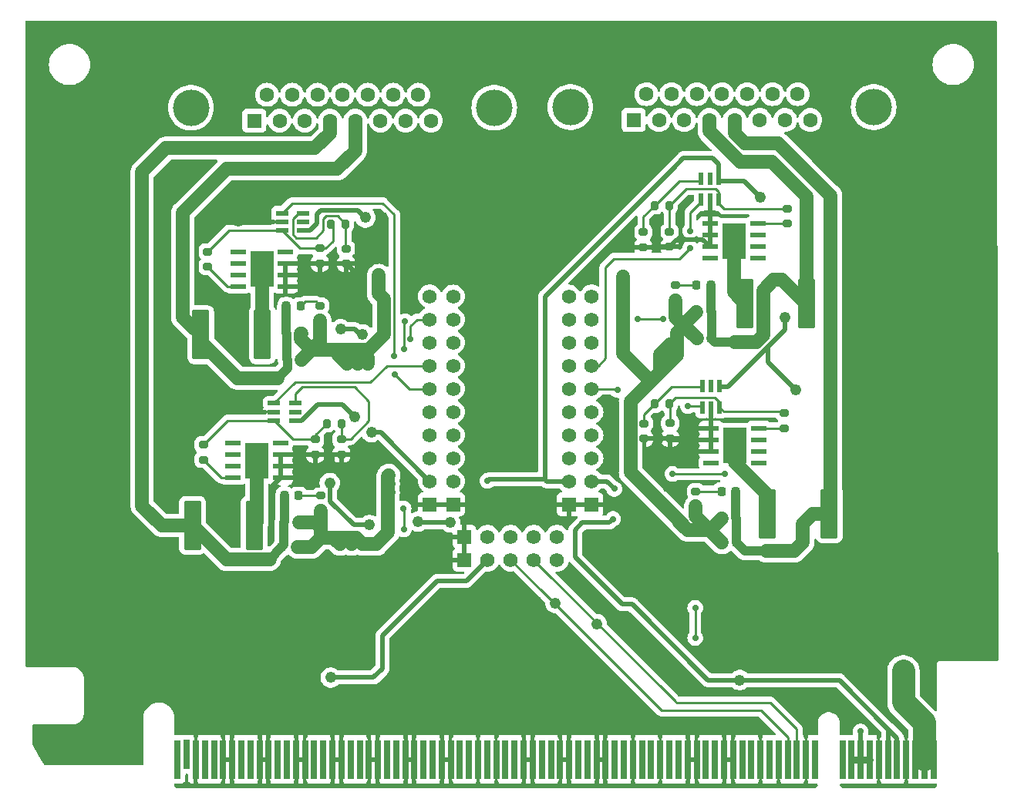
<source format=gbr>
%TF.GenerationSoftware,KiCad,Pcbnew,7.0.7*%
%TF.CreationDate,2024-02-19T11:01:39-08:00*%
%TF.ProjectId,MOSFET-board,4d4f5346-4554-42d6-926f-6172642e6b69,rev?*%
%TF.SameCoordinates,Original*%
%TF.FileFunction,Copper,L2,Bot*%
%TF.FilePolarity,Positive*%
%FSLAX46Y46*%
G04 Gerber Fmt 4.6, Leading zero omitted, Abs format (unit mm)*
G04 Created by KiCad (PCBNEW 7.0.7) date 2024-02-19 11:01:39*
%MOMM*%
%LPD*%
G01*
G04 APERTURE LIST*
G04 Aperture macros list*
%AMRoundRect*
0 Rectangle with rounded corners*
0 $1 Rounding radius*
0 $2 $3 $4 $5 $6 $7 $8 $9 X,Y pos of 4 corners*
0 Add a 4 corners polygon primitive as box body*
4,1,4,$2,$3,$4,$5,$6,$7,$8,$9,$2,$3,0*
0 Add four circle primitives for the rounded corners*
1,1,$1+$1,$2,$3*
1,1,$1+$1,$4,$5*
1,1,$1+$1,$6,$7*
1,1,$1+$1,$8,$9*
0 Add four rect primitives between the rounded corners*
20,1,$1+$1,$2,$3,$4,$5,0*
20,1,$1+$1,$4,$5,$6,$7,0*
20,1,$1+$1,$6,$7,$8,$9,0*
20,1,$1+$1,$8,$9,$2,$3,0*%
G04 Aperture macros list end*
%TA.AperFunction,ComponentPad*%
%ADD10C,1.560000*%
%TD*%
%TA.AperFunction,ComponentPad*%
%ADD11C,4.000000*%
%TD*%
%TA.AperFunction,ComponentPad*%
%ADD12R,1.600000X1.600000*%
%TD*%
%TA.AperFunction,ComponentPad*%
%ADD13C,1.600000*%
%TD*%
%TA.AperFunction,ComponentPad*%
%ADD14R,1.560000X1.560000*%
%TD*%
%TA.AperFunction,SMDPad,CuDef*%
%ADD15RoundRect,0.250000X-0.712500X-2.475000X0.712500X-2.475000X0.712500X2.475000X-0.712500X2.475000X0*%
%TD*%
%TA.AperFunction,SMDPad,CuDef*%
%ADD16RoundRect,0.200000X-0.275000X0.200000X-0.275000X-0.200000X0.275000X-0.200000X0.275000X0.200000X0*%
%TD*%
%TA.AperFunction,SMDPad,CuDef*%
%ADD17RoundRect,0.200000X-0.200000X-0.275000X0.200000X-0.275000X0.200000X0.275000X-0.200000X0.275000X0*%
%TD*%
%TA.AperFunction,SMDPad,CuDef*%
%ADD18RoundRect,0.218750X-0.218750X-0.256250X0.218750X-0.256250X0.218750X0.256250X-0.218750X0.256250X0*%
%TD*%
%TA.AperFunction,SMDPad,CuDef*%
%ADD19RoundRect,0.200000X0.275000X-0.200000X0.275000X0.200000X-0.275000X0.200000X-0.275000X-0.200000X0*%
%TD*%
%TA.AperFunction,SMDPad,CuDef*%
%ADD20RoundRect,0.218750X0.218750X0.256250X-0.218750X0.256250X-0.218750X-0.256250X0.218750X-0.256250X0*%
%TD*%
%TA.AperFunction,SMDPad,CuDef*%
%ADD21RoundRect,0.088500X0.206500X-0.606500X0.206500X0.606500X-0.206500X0.606500X-0.206500X-0.606500X0*%
%TD*%
%TA.AperFunction,SMDPad,CuDef*%
%ADD22RoundRect,0.039900X-0.800100X-0.245100X0.800100X-0.245100X0.800100X0.245100X-0.800100X0.245100X0*%
%TD*%
%TA.AperFunction,SMDPad,CuDef*%
%ADD23R,2.650000X4.000000*%
%TD*%
%TA.AperFunction,SMDPad,CuDef*%
%ADD24RoundRect,0.250000X0.712500X2.475000X-0.712500X2.475000X-0.712500X-2.475000X0.712500X-2.475000X0*%
%TD*%
%TA.AperFunction,ConnectorPad*%
%ADD25R,0.700000X4.300000*%
%TD*%
%TA.AperFunction,ConnectorPad*%
%ADD26R,0.700000X3.200000*%
%TD*%
%TA.AperFunction,SMDPad,CuDef*%
%ADD27RoundRect,0.200000X0.200000X0.275000X-0.200000X0.275000X-0.200000X-0.275000X0.200000X-0.275000X0*%
%TD*%
%TA.AperFunction,SMDPad,CuDef*%
%ADD28RoundRect,0.088500X-0.606500X-0.206500X0.606500X-0.206500X0.606500X0.206500X-0.606500X0.206500X0*%
%TD*%
%TA.AperFunction,SMDPad,CuDef*%
%ADD29RoundRect,0.039900X0.800100X0.245100X-0.800100X0.245100X-0.800100X-0.245100X0.800100X-0.245100X0*%
%TD*%
%TA.AperFunction,ViaPad*%
%ADD30C,0.711200*%
%TD*%
%TA.AperFunction,ViaPad*%
%ADD31C,1.219200*%
%TD*%
%TA.AperFunction,Conductor*%
%ADD32C,0.254000*%
%TD*%
%TA.AperFunction,Conductor*%
%ADD33C,0.762000*%
%TD*%
%TA.AperFunction,Conductor*%
%ADD34C,0.508000*%
%TD*%
%TA.AperFunction,Conductor*%
%ADD35C,1.524000*%
%TD*%
%TA.AperFunction,Conductor*%
%ADD36C,1.016000*%
%TD*%
%TA.AperFunction,Conductor*%
%ADD37C,2.540000*%
%TD*%
G04 APERTURE END LIST*
D10*
%TO.P,,21,P03*%
%TO.N,PYRO10EN*%
X168860000Y-104210000D03*
%TD*%
D11*
%TO.P,J3,0*%
%TO.N,N/C*%
X160688000Y-73320331D03*
X127388000Y-73320331D03*
D12*
%TO.P,J3,1,1*%
%TO.N,PYRO1*%
X134343000Y-74740331D03*
D13*
%TO.P,J3,2,2*%
%TO.N,PYRO3*%
X137113000Y-74740331D03*
%TO.P,J3,3,3*%
%TO.N,PYRO5*%
X139883000Y-74740331D03*
%TO.P,J3,4,4*%
%TO.N,PYRO7*%
X142653000Y-74740331D03*
%TO.P,J3,5,5*%
%TO.N,PYRO9*%
X145423000Y-74740331D03*
%TO.P,J3,6,6*%
%TO.N,unconnected-(J3-Pad6)*%
X148193000Y-74740331D03*
%TO.P,J3,7,7*%
%TO.N,unconnected-(J3-Pad7)*%
X150963000Y-74740331D03*
%TO.P,J3,8,8*%
%TO.N,unconnected-(J3-Pad8)*%
X153733000Y-74740331D03*
%TO.P,J3,9,P9*%
%TO.N,+12V*%
X135728000Y-71900331D03*
%TO.P,J3,10,P10*%
X138498000Y-71900331D03*
%TO.P,J3,11,P111*%
X141268000Y-71900331D03*
%TO.P,J3,12,P12*%
X144038000Y-71900331D03*
%TO.P,J3,13,P13*%
X146808000Y-71900331D03*
%TO.P,J3,14,P14*%
%TO.N,unconnected-(J3-P14-Pad14)*%
X149578000Y-71900331D03*
%TO.P,J3,15,P15*%
%TO.N,unconnected-(J3-P15-Pad15)*%
X152348000Y-71900331D03*
%TD*%
D14*
%TO.P,,10,GND*%
%TO.N,GND*%
X156160000Y-116910000D03*
%TD*%
D10*
%TO.P,,8,P17*%
%TO.N,unconnected-(U11-P17-Pad8)*%
X156160000Y-111830000D03*
%TD*%
%TO.P,,15,INT*%
%TO.N,unconnected-(U11-INT-Pad15)*%
X167570000Y-120460000D03*
%TD*%
%TO.P,U11,1,P10*%
%TO.N,PYRO1EN*%
X153598900Y-94045500D03*
%TO.P,U11,2,P11*%
%TO.N,PYRO3EN*%
X153598900Y-96585500D03*
%TO.P,U11,3,P12*%
%TO.N,PYRO5EN*%
X153598900Y-99125500D03*
%TO.P,U11,4,P13*%
%TO.N,PYRO7EN*%
X153598900Y-101665500D03*
%TO.P,U11,5,P14*%
%TO.N,PYRO9EN*%
X153598900Y-104205500D03*
%TO.P,U11,6,P15*%
%TO.N,unconnected-(U11-P15-Pad6)*%
X153598900Y-106745500D03*
%TO.P,U11,7,P16*%
%TO.N,unconnected-(U11-P16-Pad7)*%
X153598900Y-109285500D03*
%TO.P,U11,8,P17*%
%TO.N,unconnected-(U11-P17-Pad8)*%
X153598900Y-111825500D03*
%TO.P,U11,9,VDD*%
%TO.N,+5V*%
X153598900Y-114365500D03*
D14*
%TO.P,U11,10,GND*%
%TO.N,GND*%
X153598900Y-116905500D03*
%TO.P,U11,11,GND*%
X157408900Y-123001500D03*
D10*
%TO.P,U11,12,VCC*%
%TO.N,+5V*%
X159948900Y-123001500D03*
%TO.P,U11,13,SDA*%
%TO.N,I2C_SDA*%
X162488900Y-123001500D03*
%TO.P,U11,14,SCL*%
%TO.N,I2C_SCL*%
X165028900Y-123001500D03*
%TO.P,U11,15,INT*%
%TO.N,unconnected-(U11-INT-Pad15)*%
X167568900Y-123001500D03*
D14*
%TO.P,U11,16,GND*%
%TO.N,GND*%
X171378340Y-116905500D03*
D10*
%TO.P,U11,17,VDD*%
%TO.N,+5V*%
X171378340Y-114365500D03*
%TO.P,U11,18,P00*%
%TO.N,unconnected-(U11-P00-Pad18)*%
X171378340Y-111825500D03*
%TO.P,U11,19,P01*%
%TO.N,unconnected-(U11-P01-Pad19)*%
X171378340Y-109285500D03*
%TO.P,U11,20,P02*%
%TO.N,unconnected-(U11-P02-Pad20)*%
X171378340Y-106745500D03*
%TO.P,U11,21,P03*%
%TO.N,PYRO10EN*%
X171378340Y-104205500D03*
%TO.P,U11,22,P04*%
%TO.N,PYRO8EN*%
X171378340Y-101665500D03*
%TO.P,U11,23,P05*%
%TO.N,PYRO6EN*%
X171378340Y-99125500D03*
%TO.P,U11,24,P06*%
%TO.N,PYRO4EN*%
X171378340Y-96585500D03*
%TO.P,U11,25,P07*%
%TO.N,PYRO2EN*%
X171378340Y-94045500D03*
%TD*%
%TO.P,,3,P12*%
%TO.N,PYRO5EN*%
X156160000Y-99130000D03*
%TD*%
%TO.P,,25,P07*%
%TO.N,PYRO2EN*%
X168860000Y-94050000D03*
%TD*%
%TO.P,,7,P16*%
%TO.N,unconnected-(U11-P16-Pad7)*%
X156160000Y-109290000D03*
%TD*%
%TO.P,,20,P02*%
%TO.N,unconnected-(U11-P02-Pad20)*%
X168860000Y-106750000D03*
%TD*%
%TO.P,,19,P01*%
%TO.N,unconnected-(U11-P01-Pad19)*%
X168860000Y-109290000D03*
%TD*%
%TO.P,,24,P06*%
%TO.N,PYRO4EN*%
X168860000Y-96590000D03*
%TD*%
%TO.P,,1,P10*%
%TO.N,PYRO1EN*%
X156160000Y-94050000D03*
%TD*%
D14*
%TO.P,,16,GND*%
%TO.N,GND*%
X168860000Y-116910000D03*
%TD*%
D10*
%TO.P,,9,VDD*%
%TO.N,+5V*%
X156160000Y-114370000D03*
%TD*%
%TO.P,,5,P14*%
%TO.N,PYRO9EN*%
X156160000Y-104210000D03*
%TD*%
%TO.P,,22,P04*%
%TO.N,PYRO8EN*%
X168860000Y-101670000D03*
%TD*%
D11*
%TO.P,J2,0*%
%TO.N,N/C*%
X202344000Y-73256000D03*
X169044000Y-73256000D03*
D12*
%TO.P,J2,1,1*%
%TO.N,PYRO2*%
X175999000Y-74676000D03*
D13*
%TO.P,J2,2,2*%
%TO.N,PYRO4*%
X178769000Y-74676000D03*
%TO.P,J2,3,3*%
%TO.N,PYRO6*%
X181539000Y-74676000D03*
%TO.P,J2,4,4*%
%TO.N,PYRO8*%
X184309000Y-74676000D03*
%TO.P,J2,5,5*%
%TO.N,PYRO10*%
X187079000Y-74676000D03*
%TO.P,J2,6,6*%
%TO.N,unconnected-(J2-Pad6)*%
X189849000Y-74676000D03*
%TO.P,J2,7,7*%
%TO.N,unconnected-(J2-Pad7)*%
X192619000Y-74676000D03*
%TO.P,J2,8,8*%
%TO.N,unconnected-(J2-Pad8)*%
X195389000Y-74676000D03*
%TO.P,J2,9,P9*%
%TO.N,+12V*%
X177384000Y-71836000D03*
%TO.P,J2,10,P10*%
X180154000Y-71836000D03*
%TO.P,J2,11,P111*%
X182924000Y-71836000D03*
%TO.P,J2,12,P12*%
X185694000Y-71836000D03*
%TO.P,J2,13,P13*%
X188464000Y-71836000D03*
%TO.P,J2,14,P14*%
%TO.N,unconnected-(J2-P14-Pad14)*%
X191234000Y-71836000D03*
%TO.P,J2,15,P15*%
%TO.N,unconnected-(J2-P15-Pad15)*%
X194004000Y-71836000D03*
%TD*%
D10*
%TO.P,,12,VCC*%
%TO.N,+5V*%
X159950000Y-120460000D03*
%TD*%
%TO.P,,23,P05*%
%TO.N,PYRO6EN*%
X168860000Y-99130000D03*
%TD*%
D14*
%TO.P,,11,GND*%
%TO.N,GND*%
X157410000Y-120460000D03*
%TD*%
D10*
%TO.P,,18,P00*%
%TO.N,unconnected-(U11-P00-Pad18)*%
X168860000Y-111830000D03*
%TD*%
%TO.P,,6,P15*%
%TO.N,unconnected-(U11-P15-Pad6)*%
X156160000Y-106750000D03*
%TD*%
%TO.P,,13,SDA*%
%TO.N,I2C_SDA*%
X162490000Y-120460000D03*
%TD*%
%TO.P,,4,P13*%
%TO.N,PYRO7EN*%
X156160000Y-101670000D03*
%TD*%
%TO.P,,17,VDD*%
%TO.N,+5V*%
X168860000Y-114370000D03*
%TD*%
%TO.P,,2,P11*%
%TO.N,PYRO3EN*%
X156160000Y-96590000D03*
%TD*%
%TO.P,,14,SCL*%
%TO.N,I2C_SCL*%
X165030000Y-120460000D03*
%TD*%
D15*
%TO.P,F8,1*%
%TO.N,Net-(U8-OUT)*%
X188242500Y-94870000D03*
%TO.P,F8,2*%
%TO.N,PYRO8*%
X195017500Y-94870000D03*
%TD*%
D16*
%TO.P,R97,1*%
%TO.N,Net-(R107-Pad2)*%
X179930000Y-86945000D03*
%TO.P,R97,2*%
%TO.N,GND*%
X179930000Y-88595000D03*
%TD*%
D17*
%TO.P,R26,1*%
%TO.N,+12V*%
X182905000Y-95795000D03*
%TO.P,R26,2*%
%TO.N,PYRO8*%
X184555000Y-95795000D03*
%TD*%
D18*
%TO.P,D48,1,K*%
%TO.N,+12V*%
X185700000Y-121125000D03*
%TO.P,D48,2,A*%
%TO.N,PYRO10*%
X187275000Y-121125000D03*
%TD*%
D19*
%TO.P,R107,1*%
%TO.N,Net-(U8-IN)*%
X192855000Y-86070000D03*
%TO.P,R107,2*%
%TO.N,Net-(R107-Pad2)*%
X192855000Y-84420000D03*
%TD*%
D15*
%TO.P,F9,1*%
%TO.N,Net-(U10-OUT)*%
X190687500Y-117925000D03*
%TO.P,F9,2*%
%TO.N,PYRO10*%
X197462500Y-117925000D03*
%TD*%
D16*
%TO.P,R78,1*%
%TO.N,Net-(R78-Pad1)*%
X177125000Y-108025000D03*
%TO.P,R78,2*%
%TO.N,GND*%
X177125000Y-109675000D03*
%TD*%
D19*
%TO.P,R1,1*%
%TO.N,+12V*%
X141675000Y-117600000D03*
%TO.P,R1,2*%
%TO.N,Net-(D1-A)*%
X141675000Y-115950000D03*
%TD*%
D16*
%TO.P,R71,1*%
%TO.N,Net-(R71-Pad1)*%
X143900000Y-109750000D03*
%TO.P,R71,2*%
%TO.N,GND*%
X143900000Y-111400000D03*
%TD*%
D20*
%TO.P,D25,1,K*%
%TO.N,PYRO8*%
X184467500Y-92820000D03*
%TO.P,D25,2,A*%
%TO.N,Net-(D25-A)*%
X182892500Y-92820000D03*
%TD*%
D21*
%TO.P,U29,1*%
%TO.N,Net-(R108-Pad2)*%
X185450000Y-106252500D03*
%TO.P,U29,2*%
%TO.N,GND*%
X184500000Y-106252500D03*
%TO.P,U29,3*%
%TO.N,PYRO10EN*%
X183550000Y-106252500D03*
%TO.P,U29,4*%
%TO.N,Net-(R78-Pad1)*%
X183550000Y-103922500D03*
%TO.P,U29,5*%
%TO.N,unconnected-(U29-Pad5)*%
X184500000Y-103922500D03*
%TO.P,U29,6*%
%TO.N,+5V*%
X185450000Y-103922500D03*
%TD*%
D22*
%TO.P,U7,1,IN*%
%TO.N,Net-(U7-IN)*%
X132000000Y-113985000D03*
%TO.P,U7,2,NC*%
%TO.N,unconnected-(U7-NC-Pad2)*%
X132000000Y-112715000D03*
%TO.P,U7,3,STATUS*%
%TO.N,unconnected-(U7-STATUS-Pad3)*%
X132000000Y-111445000D03*
%TO.P,U7,4,NC*%
%TO.N,unconnected-(U7-NC-Pad4)*%
X132000000Y-110175000D03*
%TO.P,U7,5,NC*%
%TO.N,unconnected-(U7-NC-Pad5)*%
X137230000Y-110175000D03*
%TO.P,U7,6,GND*%
%TO.N,GND*%
X137230000Y-111445000D03*
%TO.P,U7,7,GND*%
X137230000Y-112715000D03*
%TO.P,U7,8,GND*%
X137230000Y-113985000D03*
D23*
%TO.P,U7,9,OUT*%
%TO.N,Net-(U7-OUT)*%
X134615000Y-112080000D03*
%TD*%
D24*
%TO.P,F2,1*%
%TO.N,Net-(U7-OUT)*%
X134328571Y-119213999D03*
%TO.P,F2,2*%
%TO.N,PYRO7*%
X127553571Y-119213999D03*
%TD*%
D18*
%TO.P,D47,1,K*%
%TO.N,+12V*%
X182917500Y-98645000D03*
%TO.P,D47,2,A*%
%TO.N,PYRO8*%
X184492500Y-98645000D03*
%TD*%
D25*
%TO.P,J4,B1,+12V*%
%TO.N,Net-(F1-Pad1)*%
X208915000Y-144949000D03*
%TO.P,J4,B2,+12V*%
X207915000Y-144949000D03*
%TO.P,J4,B3,+12V*%
X206915000Y-144949000D03*
%TO.P,J4,B4,GND*%
%TO.N,GND*%
X205915000Y-144949000D03*
%TO.P,J4,B5,5V*%
%TO.N,+5V*%
X204915000Y-144949000D03*
%TO.P,J4,B6,5V*%
X203915000Y-144949000D03*
%TO.P,J4,B7,GND*%
%TO.N,GND*%
X202915000Y-144949000D03*
%TO.P,J4,B8,+3.3V*%
%TO.N,+3.3V*%
X201915000Y-144949000D03*
%TO.P,J4,B9,3.3V*%
X200915000Y-144949000D03*
%TO.P,J4,B10,3.3Vaux*%
X199915000Y-144949000D03*
%TO.P,J4,B11,~{WAKE}*%
%TO.N,unconnected-(J4-~{WAKE}-PadB11)*%
X198915000Y-144949000D03*
%TO.P,J4,B12,RSVD*%
%TO.N,unconnected-(J4-RSVD-PadB12)*%
X195915000Y-144949000D03*
%TO.P,J4,B13,GND*%
%TO.N,GND*%
X194915000Y-144949000D03*
%TO.P,J4,B14,I2C_SCL*%
%TO.N,I2C_SCL*%
X193915000Y-144949000D03*
%TO.P,J4,B15,I2C_SDA*%
%TO.N,I2C_SDA*%
X192915000Y-144949000D03*
%TO.P,J4,B16,GND*%
%TO.N,GND*%
X191915000Y-144949000D03*
%TO.P,J4,B17,~{PRSNT2}*%
%TO.N,unconnected-(J4-~{PRSNT2}-PadB17)*%
X190915000Y-144949000D03*
%TO.P,J4,B18,GND*%
%TO.N,GND*%
X189915000Y-144949000D03*
%TO.P,J4,B19,PETp1*%
%TO.N,unconnected-(J4-PETp1-PadB19)*%
X188915000Y-144949000D03*
%TO.P,J4,B20,PETn1*%
%TO.N,unconnected-(J4-PETn1-PadB20)*%
X187915000Y-144949000D03*
%TO.P,J4,B21,GND*%
%TO.N,GND*%
X186915000Y-144949000D03*
%TO.P,J4,B22,GND*%
X185915000Y-144949000D03*
%TO.P,J4,B23,HX_DT1*%
%TO.N,unconnected-(J4-HX_DT1-PadB23)*%
X184915000Y-144949000D03*
%TO.P,J4,B24,HX_DT2*%
%TO.N,unconnected-(J4-HX_DT2-PadB24)*%
X183915000Y-144949000D03*
%TO.P,J4,B25,GND*%
%TO.N,GND*%
X182915000Y-144949000D03*
%TO.P,J4,B26,GND*%
X181915000Y-144949000D03*
%TO.P,J4,B27,HX_DT3*%
%TO.N,unconnected-(J4-HX_DT3-PadB27)*%
X180915000Y-144949000D03*
%TO.P,J4,B28,HX_DT4*%
%TO.N,unconnected-(J4-HX_DT4-PadB28)*%
X179915000Y-144949000D03*
%TO.P,J4,B29,GND*%
%TO.N,GND*%
X178915000Y-144949000D03*
%TO.P,J4,B30,RSVD*%
%TO.N,unconnected-(J4-RSVD-PadB30)*%
X177915000Y-144949000D03*
%TO.P,J4,B31,HX_CLK*%
%TO.N,unconnected-(J4-HX_CLK-PadB31)*%
X176915000Y-144949000D03*
%TO.P,J4,B32,GND*%
%TO.N,GND*%
X175915000Y-144949000D03*
%TO.P,J4,B33,SPI0_CLK*%
%TO.N,unconnected-(J4-SPI0_CLK-PadB33)*%
X174915000Y-144949000D03*
%TO.P,J4,B34,SPI0_MISO*%
%TO.N,unconnected-(J4-SPI0_MISO-PadB34)*%
X173915000Y-144949000D03*
%TO.P,J4,B35,GND*%
%TO.N,GND*%
X172915000Y-144949000D03*
%TO.P,J4,B36,GND*%
X171915000Y-144949000D03*
%TO.P,J4,B37,TC_CS1*%
%TO.N,unconnected-(J4-TC_CS1-PadB37)*%
X170915000Y-144949000D03*
%TO.P,J4,B38,TC_CS2*%
%TO.N,unconnected-(J4-TC_CS2-PadB38)*%
X169915000Y-144949000D03*
%TO.P,J4,B39,GND*%
%TO.N,GND*%
X168915000Y-144949000D03*
%TO.P,J4,B40,GND*%
X167915000Y-144949000D03*
%TO.P,J4,B41,PETp6*%
%TO.N,unconnected-(J4-PETp6-PadB41)*%
X166915000Y-144949000D03*
%TO.P,J4,B42,PETn6*%
%TO.N,unconnected-(J4-PETn6-PadB42)*%
X165915000Y-144949000D03*
%TO.P,J4,B43,GND*%
%TO.N,GND*%
X164915000Y-144949000D03*
%TO.P,J4,B44,GND*%
X163915000Y-144949000D03*
%TO.P,J4,B45,PETp7*%
%TO.N,unconnected-(J4-PETp7-PadB45)*%
X162915000Y-144949000D03*
%TO.P,J4,B46,PETn7*%
%TO.N,unconnected-(J4-PETn7-PadB46)*%
X161915000Y-144949000D03*
%TO.P,J4,B47,GND*%
%TO.N,GND*%
X160915000Y-144949000D03*
%TO.P,J4,B48,~{PRSNT2}*%
%TO.N,unconnected-(J4-~{PRSNT2}-PadB48)*%
X159915000Y-144949000D03*
%TO.P,J4,B49,GND*%
%TO.N,GND*%
X158915000Y-144949000D03*
%TO.P,J4,B50,PETp8*%
%TO.N,unconnected-(J4-PETp8-PadB50)*%
X157915000Y-144949000D03*
%TO.P,J4,B51,PETn8*%
%TO.N,unconnected-(J4-PETn8-PadB51)*%
X156915000Y-144949000D03*
%TO.P,J4,B52,GND*%
%TO.N,GND*%
X155915000Y-144949000D03*
%TO.P,J4,B53,GND*%
X154915000Y-144949000D03*
%TO.P,J4,B54,PETp9*%
%TO.N,unconnected-(J4-PETp9-PadB54)*%
X153915000Y-144949000D03*
%TO.P,J4,B55,PETn9*%
%TO.N,unconnected-(J4-PETn9-PadB55)*%
X152915000Y-144949000D03*
%TO.P,J4,B56,GND*%
%TO.N,GND*%
X151915000Y-144949000D03*
%TO.P,J4,B57,GND*%
X150915000Y-144949000D03*
%TO.P,J4,B58,PETp10*%
%TO.N,unconnected-(J4-PETp10-PadB58)*%
X149915000Y-144949000D03*
%TO.P,J4,B59,PETn10*%
%TO.N,unconnected-(J4-PETn10-PadB59)*%
X148915000Y-144949000D03*
%TO.P,J4,B60,GND*%
%TO.N,GND*%
X147915000Y-144949000D03*
%TO.P,J4,B61,GND*%
X146915000Y-144949000D03*
%TO.P,J4,B62,PETp11*%
%TO.N,unconnected-(J4-PETp11-PadB62)*%
X145915000Y-144949000D03*
%TO.P,J4,B63,PETn11*%
%TO.N,unconnected-(J4-PETn11-PadB63)*%
X144915000Y-144949000D03*
%TO.P,J4,B64,GND*%
%TO.N,GND*%
X143915000Y-144949000D03*
%TO.P,J4,B65,GND*%
X142915000Y-144949000D03*
%TO.P,J4,B66,PETp12*%
%TO.N,unconnected-(J4-PETp12-PadB66)*%
X141915000Y-144949000D03*
%TO.P,J4,B67,PETn12*%
%TO.N,unconnected-(J4-PETn12-PadB67)*%
X140915000Y-144949000D03*
%TO.P,J4,B68,GND*%
%TO.N,GND*%
X139915000Y-144949000D03*
%TO.P,J4,B69,GND*%
X138915000Y-144949000D03*
%TO.P,J4,B70,PETp13*%
%TO.N,unconnected-(J4-PETp13-PadB70)*%
X137915000Y-144949000D03*
%TO.P,J4,B71,PETn13*%
%TO.N,unconnected-(J4-PETn13-PadB71)*%
X136915000Y-144949000D03*
%TO.P,J4,B72,GND*%
%TO.N,GND*%
X135915000Y-144949000D03*
%TO.P,J4,B73,GND*%
X134915000Y-144949000D03*
%TO.P,J4,B74,PETp14*%
%TO.N,unconnected-(J4-PETp14-PadB74)*%
X133915000Y-144949000D03*
%TO.P,J4,B75,PETn14*%
%TO.N,unconnected-(J4-PETn14-PadB75)*%
X132915000Y-144949000D03*
%TO.P,J4,B76,GND*%
%TO.N,GND*%
X131915000Y-144949000D03*
%TO.P,J4,B77,GND*%
X130915000Y-144949000D03*
%TO.P,J4,B78,PETp15*%
%TO.N,unconnected-(J4-PETp15-PadB78)*%
X129915000Y-144949000D03*
%TO.P,J4,B79,PETn15*%
%TO.N,unconnected-(J4-PETn15-PadB79)*%
X128915000Y-144949000D03*
%TO.P,J4,B80,GND*%
%TO.N,GND*%
X127915000Y-144949000D03*
D26*
%TO.P,J4,B81,~{PRSNT2}*%
%TO.N,unconnected-(J4-~{PRSNT2}-PadB81)*%
X126915000Y-144399000D03*
D25*
%TO.P,J4,B82,RSVD*%
%TO.N,unconnected-(J4-RSVD-PadB82)*%
X125915000Y-144949000D03*
%TD*%
D16*
%TO.P,R77,1*%
%TO.N,Net-(R77-Pad1)*%
X177055000Y-86995000D03*
%TO.P,R77,2*%
%TO.N,GND*%
X177055000Y-88645000D03*
%TD*%
D19*
%TO.P,R5,1*%
%TO.N,+12V*%
X141554750Y-96736000D03*
%TO.P,R5,2*%
%TO.N,Net-(D5-A)*%
X141554750Y-95086000D03*
%TD*%
D27*
%TO.P,R88,1*%
%TO.N,Net-(R108-Pad2)*%
X179925000Y-105875000D03*
%TO.P,R88,2*%
%TO.N,Net-(R78-Pad1)*%
X178275000Y-105875000D03*
%TD*%
D18*
%TO.P,D5,1,K*%
%TO.N,PYRO9*%
X137862500Y-95125000D03*
%TO.P,D5,2,A*%
%TO.N,Net-(D5-A)*%
X139437500Y-95125000D03*
%TD*%
D19*
%TO.P,R102,1*%
%TO.N,Net-(U9-IN)*%
X129204750Y-90786000D03*
%TO.P,R102,2*%
%TO.N,Net-(R102-Pad2)*%
X129204750Y-89136000D03*
%TD*%
D27*
%TO.P,R2,1*%
%TO.N,+12V*%
X139228571Y-118875000D03*
%TO.P,R2,2*%
%TO.N,PYRO7*%
X137578571Y-118875000D03*
%TD*%
D17*
%TO.P,R30,1*%
%TO.N,+12V*%
X185650000Y-118450000D03*
%TO.P,R30,2*%
%TO.N,PYRO10*%
X187300000Y-118450000D03*
%TD*%
D16*
%TO.P,R91,1*%
%TO.N,Net-(R101-Pad2)*%
X141025000Y-109775000D03*
%TO.P,R91,2*%
%TO.N,GND*%
X141025000Y-111425000D03*
%TD*%
D27*
%TO.P,R87,1*%
%TO.N,Net-(R107-Pad2)*%
X179930000Y-84070000D03*
%TO.P,R87,2*%
%TO.N,Net-(R77-Pad1)*%
X178280000Y-84070000D03*
%TD*%
D17*
%TO.P,R82,1*%
%TO.N,Net-(R102-Pad2)*%
X142704750Y-86086000D03*
%TO.P,R82,2*%
%TO.N,Net-(R72-Pad1)*%
X144354750Y-86086000D03*
%TD*%
D19*
%TO.P,R29,1*%
%TO.N,+12V*%
X182825000Y-117125000D03*
%TO.P,R29,2*%
%TO.N,Net-(D29-A)*%
X182825000Y-115475000D03*
%TD*%
D24*
%TO.P,F3,1*%
%TO.N,Net-(U9-OUT)*%
X135217250Y-98261000D03*
%TO.P,F3,2*%
%TO.N,PYRO9*%
X128442250Y-98261000D03*
%TD*%
D21*
%TO.P,U28,1*%
%TO.N,Net-(R107-Pad2)*%
X185305000Y-83452500D03*
%TO.P,U28,2*%
%TO.N,GND*%
X184355000Y-83452500D03*
%TO.P,U28,3*%
%TO.N,PYRO8EN*%
X183405000Y-83452500D03*
%TO.P,U28,4*%
%TO.N,Net-(R77-Pad1)*%
X183405000Y-81122500D03*
%TO.P,U28,5*%
%TO.N,unconnected-(U28-Pad5)*%
X184355000Y-81122500D03*
%TO.P,U28,6*%
%TO.N,+5V*%
X185305000Y-81122500D03*
%TD*%
D28*
%TO.P,U22,1*%
%TO.N,Net-(R101-Pad2)*%
X136510000Y-107700000D03*
%TO.P,U22,2*%
%TO.N,GND*%
X136510000Y-106750000D03*
%TO.P,U22,3*%
%TO.N,PYRO7EN*%
X136510000Y-105800000D03*
%TO.P,U22,4*%
%TO.N,Net-(R71-Pad1)*%
X138840000Y-105800000D03*
%TO.P,U22,5*%
%TO.N,unconnected-(U22-Pad5)*%
X138840000Y-106750000D03*
%TO.P,U22,6*%
%TO.N,+5V*%
X138840000Y-107700000D03*
%TD*%
D18*
%TO.P,D1,1,K*%
%TO.N,PYRO7*%
X137637500Y-115950000D03*
%TO.P,D1,2,A*%
%TO.N,Net-(D1-A)*%
X139212500Y-115950000D03*
%TD*%
D20*
%TO.P,D41,1,K*%
%TO.N,+12V*%
X138928571Y-121613999D03*
%TO.P,D41,2,A*%
%TO.N,PYRO7*%
X137353571Y-121613999D03*
%TD*%
D19*
%TO.P,R101,1*%
%TO.N,Net-(U7-IN)*%
X128750000Y-112000000D03*
%TO.P,R101,2*%
%TO.N,Net-(R101-Pad2)*%
X128750000Y-110350000D03*
%TD*%
D29*
%TO.P,U8,1,IN*%
%TO.N,Net-(U8-IN)*%
X189605000Y-86070000D03*
%TO.P,U8,2,NC*%
%TO.N,unconnected-(U8-NC-Pad2)*%
X189605000Y-87340000D03*
%TO.P,U8,3,STATUS*%
%TO.N,unconnected-(U8-STATUS-Pad3)*%
X189605000Y-88610000D03*
%TO.P,U8,4,NC*%
%TO.N,unconnected-(U8-NC-Pad4)*%
X189605000Y-89880000D03*
%TO.P,U8,5,NC*%
%TO.N,unconnected-(U8-NC-Pad5)*%
X184375000Y-89880000D03*
%TO.P,U8,6,GND*%
%TO.N,GND*%
X184375000Y-88610000D03*
%TO.P,U8,7,GND*%
X184375000Y-87340000D03*
%TO.P,U8,8,GND*%
X184375000Y-86070000D03*
D23*
%TO.P,U8,9,OUT*%
%TO.N,Net-(U8-OUT)*%
X186990000Y-87975000D03*
%TD*%
D16*
%TO.P,R98,1*%
%TO.N,Net-(R108-Pad2)*%
X180000000Y-108000000D03*
%TO.P,R98,2*%
%TO.N,GND*%
X180000000Y-109650000D03*
%TD*%
D20*
%TO.P,D42,1,K*%
%TO.N,+12V*%
X139542250Y-101036000D03*
%TO.P,D42,2,A*%
%TO.N,PYRO9*%
X137967250Y-101036000D03*
%TD*%
D16*
%TO.P,R92,1*%
%TO.N,Net-(R102-Pad2)*%
X141529750Y-88786000D03*
%TO.P,R92,2*%
%TO.N,GND*%
X141529750Y-90436000D03*
%TD*%
D20*
%TO.P,D29,1,K*%
%TO.N,PYRO10*%
X187212500Y-115475000D03*
%TO.P,D29,2,A*%
%TO.N,Net-(D29-A)*%
X185637500Y-115475000D03*
%TD*%
D19*
%TO.P,R25,1*%
%TO.N,+12V*%
X180605000Y-94470000D03*
%TO.P,R25,2*%
%TO.N,Net-(D25-A)*%
X180605000Y-92820000D03*
%TD*%
D29*
%TO.P,U10,1,IN*%
%TO.N,Net-(U10-IN)*%
X189730000Y-108540000D03*
%TO.P,U10,2,NC*%
%TO.N,unconnected-(U10-NC-Pad2)*%
X189730000Y-109810000D03*
%TO.P,U10,3,STATUS*%
%TO.N,unconnected-(U10-STATUS-Pad3)*%
X189730000Y-111080000D03*
%TO.P,U10,4,NC*%
%TO.N,unconnected-(U10-NC-Pad4)*%
X189730000Y-112350000D03*
%TO.P,U10,5,NC*%
%TO.N,unconnected-(U10-NC-Pad5)*%
X184500000Y-112350000D03*
%TO.P,U10,6,GND*%
%TO.N,GND*%
X184500000Y-111080000D03*
%TO.P,U10,7,GND*%
X184500000Y-109810000D03*
%TO.P,U10,8,GND*%
X184500000Y-108540000D03*
D23*
%TO.P,U10,9,OUT*%
%TO.N,Net-(U10-OUT)*%
X187115000Y-110445000D03*
%TD*%
D16*
%TO.P,R72,1*%
%TO.N,Net-(R72-Pad1)*%
X144404750Y-88811000D03*
%TO.P,R72,2*%
%TO.N,GND*%
X144404750Y-90461000D03*
%TD*%
D17*
%TO.P,R81,1*%
%TO.N,Net-(R101-Pad2)*%
X142278571Y-108025000D03*
%TO.P,R81,2*%
%TO.N,Net-(R71-Pad1)*%
X143928571Y-108025000D03*
%TD*%
D28*
%TO.P,U23,1*%
%TO.N,Net-(R102-Pad2)*%
X137387500Y-86820000D03*
%TO.P,U23,2*%
%TO.N,GND*%
X137387500Y-85870000D03*
%TO.P,U23,3*%
%TO.N,PYRO9EN*%
X137387500Y-84920000D03*
%TO.P,U23,4*%
%TO.N,Net-(R72-Pad1)*%
X139717500Y-84920000D03*
%TO.P,U23,5*%
%TO.N,unconnected-(U23-Pad5)*%
X139717500Y-85870000D03*
%TO.P,U23,6*%
%TO.N,+5V*%
X139717500Y-86820000D03*
%TD*%
D22*
%TO.P,U9,1,IN*%
%TO.N,Net-(U9-IN)*%
X132549750Y-92966000D03*
%TO.P,U9,2,NC*%
%TO.N,unconnected-(U9-NC-Pad2)*%
X132549750Y-91696000D03*
%TO.P,U9,3,STATUS*%
%TO.N,unconnected-(U9-STATUS-Pad3)*%
X132549750Y-90426000D03*
%TO.P,U9,4,NC*%
%TO.N,unconnected-(U9-NC-Pad4)*%
X132549750Y-89156000D03*
%TO.P,U9,5,NC*%
%TO.N,unconnected-(U9-NC-Pad5)*%
X137779750Y-89156000D03*
%TO.P,U9,6,GND*%
%TO.N,GND*%
X137779750Y-90426000D03*
%TO.P,U9,7,GND*%
X137779750Y-91696000D03*
%TO.P,U9,8,GND*%
X137779750Y-92966000D03*
D23*
%TO.P,U9,9,OUT*%
%TO.N,Net-(U9-OUT)*%
X135164750Y-91061000D03*
%TD*%
D19*
%TO.P,R108,1*%
%TO.N,Net-(U10-IN)*%
X192550000Y-108525000D03*
%TO.P,R108,2*%
%TO.N,Net-(R108-Pad2)*%
X192550000Y-106875000D03*
%TD*%
D27*
%TO.P,R6,1*%
%TO.N,+12V*%
X139554750Y-98111000D03*
%TO.P,R6,2*%
%TO.N,PYRO9*%
X137904750Y-98111000D03*
%TD*%
D30*
%TO.N,+3.3V*%
X200915000Y-141860000D03*
%TO.N,+12V*%
X145700000Y-101450000D03*
X180375000Y-118150000D03*
X148025000Y-91750000D03*
X146250000Y-121300000D03*
X178875000Y-100475000D03*
X146775000Y-101475000D03*
X149075000Y-114700000D03*
X174800000Y-93750000D03*
X181750000Y-119525000D03*
X149100000Y-113725000D03*
X147975000Y-93775000D03*
X174800000Y-92800000D03*
X144550000Y-101450000D03*
X148000000Y-92750000D03*
X181025000Y-118850000D03*
X149050000Y-115625000D03*
X145000000Y-121300000D03*
X180775000Y-100500000D03*
X143750000Y-121275000D03*
X179825000Y-100475000D03*
X174825000Y-91875000D03*
D31*
%TO.N,I2C_SDA*%
X167386000Y-127747000D03*
%TO.N,I2C_SCL*%
X171958000Y-130048000D03*
%TO.N,GND*%
X171560000Y-90970000D03*
X199009000Y-129032000D03*
X212725000Y-89281000D03*
X179750000Y-114975000D03*
X140970000Y-133096000D03*
X178500000Y-88645000D03*
X161690000Y-116020000D03*
X152400000Y-123698000D03*
X136573211Y-135333789D03*
X132100000Y-116100000D03*
D30*
X193929000Y-138938000D03*
D31*
X145625000Y-91550000D03*
D30*
X153670000Y-122047000D03*
D31*
X175375000Y-116900000D03*
D30*
X157480000Y-130429000D03*
X146050000Y-110490000D03*
X155321000Y-130429000D03*
X155321000Y-128397000D03*
D31*
X148387393Y-85344000D03*
D30*
X157480000Y-128397000D03*
D31*
X132588000Y-85820400D03*
X150876000Y-84328000D03*
D30*
X184785000Y-127000000D03*
D31*
X178700000Y-109675000D03*
D30*
X136280000Y-115820000D03*
D31*
X142550000Y-111925000D03*
X148209000Y-125857000D03*
D30*
%TO.N,PYRO1EN*%
X150788900Y-99825000D03*
X150750000Y-119650000D03*
X150850000Y-96788900D03*
X150725000Y-117375000D03*
%TO.N,PYRO2EN*%
X179245841Y-96513065D03*
X176438900Y-96550000D03*
%TO.N,PYRO3EN*%
X151500000Y-98750000D03*
%TO.N,PYRO4EN*%
X180275000Y-113575000D03*
X186025000Y-113600000D03*
%TO.N,PYRO6EN*%
X182753000Y-128270000D03*
X182753000Y-131572000D03*
%TO.N,PYRO8EN*%
X182200000Y-86850000D03*
X182200000Y-88725000D03*
%TO.N,PYRO9EN*%
X149750000Y-102600000D03*
X149700000Y-100600000D03*
%TO.N,PYRO10EN*%
X181950000Y-106100000D03*
X174211100Y-104350000D03*
D31*
%TO.N,Net-(F1-Pad1)*%
X205613000Y-135255000D03*
%TO.N,+5V*%
X146250000Y-98225000D03*
X146975000Y-119175000D03*
X152336400Y-118786400D03*
X147200000Y-108975000D03*
X189900000Y-83200000D03*
X187640000Y-136220000D03*
X146525000Y-85400000D03*
X143799893Y-97659900D03*
D30*
X173730000Y-118520000D03*
X173860000Y-115200000D03*
D31*
X145400000Y-107300000D03*
X142725000Y-135950000D03*
X142625000Y-114565100D03*
X155822400Y-118875000D03*
D30*
X159950000Y-114340000D03*
D31*
X193775000Y-104300000D03*
X192575000Y-96375000D03*
%TD*%
D32*
%TO.N,Net-(D1-A)*%
X139212500Y-115950000D02*
X141675000Y-115950000D01*
D33*
%TO.N,+3.3V*%
X201041000Y-144949000D02*
X199915000Y-144949000D01*
D34*
X200915000Y-141860000D02*
X200915000Y-144949000D01*
D32*
X200915000Y-144949000D02*
X201041000Y-144949000D01*
D33*
X201915000Y-144949000D02*
X201041000Y-144949000D01*
D32*
%TO.N,Net-(D5-A)*%
X139937500Y-94625000D02*
X141093750Y-94625000D01*
X139437500Y-95125000D02*
X139937500Y-94625000D01*
X141093750Y-94625000D02*
X141554750Y-95086000D01*
D35*
%TO.N,PYRO7*%
X124163999Y-119213999D02*
X122025000Y-117075000D01*
X122025000Y-117075000D02*
X122025000Y-80375000D01*
X127553571Y-119213999D02*
X124163999Y-119213999D01*
D36*
X137578571Y-121388999D02*
X137353571Y-121613999D01*
D35*
X122025000Y-80375000D02*
X124625000Y-77775000D01*
D36*
X137578571Y-118875000D02*
X137578571Y-121388999D01*
D35*
X142653000Y-76122000D02*
X142653000Y-74740331D01*
X136012571Y-122954999D02*
X131294571Y-122954999D01*
D36*
X137637500Y-115950000D02*
X137637500Y-118816071D01*
D35*
X124625000Y-77775000D02*
X141000000Y-77775000D01*
X141000000Y-77775000D02*
X142653000Y-76122000D01*
X131294571Y-122954999D02*
X127553571Y-119213999D01*
D36*
X137637500Y-118816071D02*
X137578571Y-118875000D01*
X137353571Y-121613999D02*
X136012571Y-122954999D01*
D32*
%TO.N,Net-(D25-A)*%
X182892500Y-92820000D02*
X180605000Y-92820000D01*
D36*
%TO.N,PYRO8*%
X184555000Y-98582500D02*
X184492500Y-98645000D01*
D35*
X189450000Y-99075000D02*
X187100000Y-99075000D01*
D36*
X184467500Y-95707500D02*
X184555000Y-95795000D01*
D35*
X184309000Y-75898472D02*
X184309000Y-74676000D01*
X192275000Y-92250000D02*
X191375000Y-92250000D01*
X195017500Y-94870000D02*
X195017500Y-83067500D01*
X190221000Y-98304000D02*
X189450000Y-99075000D01*
X191200000Y-79250000D02*
X187660528Y-79250000D01*
D36*
X184922500Y-99075000D02*
X187100000Y-99075000D01*
D35*
X187660528Y-79250000D02*
X184309000Y-75898472D01*
X190221000Y-93404000D02*
X190221000Y-98304000D01*
X191375000Y-92250000D02*
X190221000Y-93404000D01*
X194895000Y-94870000D02*
X192275000Y-92250000D01*
X195017500Y-94870000D02*
X194895000Y-94870000D01*
X195017500Y-83067500D02*
X191200000Y-79250000D01*
D36*
X184555000Y-95795000D02*
X184555000Y-98582500D01*
X184492500Y-98645000D02*
X184922500Y-99075000D01*
X184467500Y-92820000D02*
X184467500Y-95707500D01*
D32*
%TO.N,Net-(D29-A)*%
X182825000Y-115475000D02*
X185637500Y-115475000D01*
D35*
%TO.N,PYRO9*%
X145423000Y-78052000D02*
X145423000Y-74740331D01*
D36*
X137904750Y-100973500D02*
X137967250Y-101036000D01*
X137862500Y-95125000D02*
X137862500Y-98068750D01*
X137967250Y-101925200D02*
X136867450Y-103025000D01*
D35*
X126450000Y-84875000D02*
X131275000Y-80050000D01*
X128442250Y-98992250D02*
X132475000Y-103025000D01*
X132475000Y-103025000D02*
X136867450Y-103025000D01*
X127713750Y-97532500D02*
X127632500Y-97532500D01*
X127632500Y-97532500D02*
X126450000Y-96350000D01*
X126450000Y-96350000D02*
X126450000Y-84875000D01*
X131275000Y-80050000D02*
X143425000Y-80050000D01*
D36*
X137904750Y-98111000D02*
X137904750Y-100973500D01*
D35*
X128442250Y-98261000D02*
X128442250Y-98992250D01*
X128442250Y-98261000D02*
X127713750Y-97532500D01*
D36*
X137862500Y-98068750D02*
X137904750Y-98111000D01*
D35*
X143425000Y-80050000D02*
X145423000Y-78052000D01*
D36*
X137967250Y-101036000D02*
X137967250Y-101925200D01*
D35*
%TO.N,PYRO10*%
X197575000Y-82975000D02*
X197625000Y-82975000D01*
D36*
X187212500Y-118362500D02*
X187300000Y-118450000D01*
D35*
X195675000Y-117925000D02*
X194575000Y-119025000D01*
D36*
X188175000Y-122025000D02*
X190550000Y-122025000D01*
D35*
X197462500Y-117925000D02*
X195675000Y-117925000D01*
X194575000Y-121075000D02*
X193600000Y-122050000D01*
D36*
X187300000Y-121100000D02*
X187275000Y-121125000D01*
D35*
X191875000Y-77275000D02*
X197575000Y-82975000D01*
X197625000Y-82975000D02*
X197625000Y-117762500D01*
X193600000Y-122050000D02*
X190575000Y-122050000D01*
X187079000Y-74676000D02*
X187079000Y-76154000D01*
D36*
X187300000Y-118450000D02*
X187300000Y-121100000D01*
D35*
X197625000Y-117762500D02*
X197462500Y-117925000D01*
D36*
X187212500Y-115475000D02*
X187212500Y-118362500D01*
D35*
X188200000Y-77275000D02*
X191875000Y-77275000D01*
X194575000Y-119025000D02*
X194575000Y-121075000D01*
X190575000Y-122050000D02*
X190550000Y-122025000D01*
X187079000Y-76154000D02*
X188200000Y-77275000D01*
D36*
X187275000Y-121125000D02*
X188175000Y-122025000D01*
D35*
%TO.N,+12V*%
X175634000Y-113409000D02*
X175634000Y-105641000D01*
X144775000Y-99925000D02*
X145700000Y-100850000D01*
X184300000Y-119725000D02*
X181950000Y-119725000D01*
X174825000Y-96025000D02*
X174825000Y-93775000D01*
X141554750Y-96736000D02*
X141554750Y-99023500D01*
X180775000Y-98050000D02*
X180775000Y-99350000D01*
X174825000Y-93775000D02*
X174800000Y-93750000D01*
X139554750Y-98111000D02*
X139439000Y-98111000D01*
X139428750Y-98121250D02*
X139428750Y-98728750D01*
X179000000Y-102275000D02*
X178875000Y-102150000D01*
X185650000Y-118450000D02*
X184375000Y-119725000D01*
X180775000Y-99350000D02*
X180000000Y-99350000D01*
X181548750Y-97151250D02*
X181548750Y-97276250D01*
X141675000Y-119475000D02*
X141675000Y-120550000D01*
X149025000Y-116700000D02*
X149025000Y-120000000D01*
X181548750Y-97276250D02*
X182917500Y-98645000D01*
X182905000Y-95795000D02*
X181548750Y-97151250D01*
X180775000Y-99350000D02*
X180775000Y-99525000D01*
X141675000Y-120550000D02*
X140611001Y-121613999D01*
X180000000Y-99350000D02*
X178875000Y-100475000D01*
X145500000Y-120550000D02*
X146250000Y-121300000D01*
X141075000Y-118875000D02*
X141675000Y-119475000D01*
X175634000Y-105641000D02*
X177887500Y-103387500D01*
X149025000Y-114750000D02*
X149075000Y-114700000D01*
X149025000Y-113800000D02*
X149100000Y-113725000D01*
X174825000Y-96025000D02*
X174825000Y-91875000D01*
X181950000Y-119725000D02*
X180375000Y-118150000D01*
X180605000Y-94470000D02*
X180605000Y-96332500D01*
X143025000Y-120550000D02*
X143750000Y-121275000D01*
X182825000Y-118250000D02*
X184300000Y-119725000D01*
X181548750Y-97276250D02*
X180775000Y-98050000D01*
X177887500Y-103387500D02*
X174825000Y-100325000D01*
X146775000Y-100750000D02*
X146775000Y-101475000D01*
X145950000Y-99925000D02*
X146775000Y-100750000D01*
X144250000Y-120550000D02*
X145000000Y-121300000D01*
X174800000Y-93750000D02*
X174825000Y-93725000D01*
X179000000Y-102275000D02*
X180775000Y-100500000D01*
X174825000Y-96025000D02*
X174825000Y-92825000D01*
X184300000Y-119725000D02*
X181900000Y-119725000D01*
X145700000Y-100850000D02*
X145700000Y-101450000D01*
X180605000Y-96332500D02*
X181548750Y-97276250D01*
X184375000Y-119725000D02*
X184300000Y-119725000D01*
X148557000Y-98268000D02*
X146900000Y-99925000D01*
X139428750Y-98728750D02*
X140639125Y-99939125D01*
X177887500Y-103387500D02*
X179000000Y-102275000D01*
X178875000Y-102150000D02*
X178875000Y-100475000D01*
X144775000Y-99925000D02*
X145950000Y-99925000D01*
X144250000Y-120550000D02*
X145500000Y-120550000D01*
X147975000Y-91800000D02*
X148025000Y-91750000D01*
X140611001Y-121613999D02*
X139102571Y-121613999D01*
X180775000Y-99350000D02*
X180775000Y-100500000D01*
X149025000Y-116700000D02*
X149025000Y-113800000D01*
X174825000Y-98525000D02*
X174825000Y-96025000D01*
X179825000Y-101450000D02*
X179825000Y-100475000D01*
X174825000Y-92825000D02*
X174800000Y-92800000D01*
X141554750Y-99023500D02*
X140639125Y-99939125D01*
X140639125Y-99939125D02*
X139542250Y-101036000D01*
X139228571Y-118875000D02*
X141075000Y-118875000D01*
X143039125Y-99939125D02*
X144550000Y-101450000D01*
X182825000Y-117125000D02*
X182825000Y-118250000D01*
X141675000Y-117600000D02*
X141675000Y-119475000D01*
X148557000Y-94357000D02*
X148557000Y-98268000D01*
X140639125Y-99939125D02*
X143039125Y-99939125D01*
X147975000Y-93775000D02*
X147975000Y-91800000D01*
X143053250Y-99925000D02*
X144775000Y-99925000D01*
X141675000Y-120550000D02*
X143025000Y-120550000D01*
X180375000Y-118150000D02*
X175634000Y-113409000D01*
X181900000Y-119725000D02*
X181025000Y-118850000D01*
X149025000Y-115650000D02*
X149050000Y-115625000D01*
X147975000Y-93775000D02*
X148557000Y-94357000D01*
X143025000Y-120550000D02*
X144250000Y-120550000D01*
X139439000Y-98111000D02*
X139428750Y-98121250D01*
X149025000Y-120000000D02*
X147725000Y-121300000D01*
X180775000Y-99525000D02*
X179825000Y-100475000D01*
X174825000Y-100325000D02*
X174825000Y-98525000D01*
X149025000Y-116700000D02*
X149025000Y-115650000D01*
X147725000Y-121300000D02*
X146250000Y-121300000D01*
X146900000Y-99925000D02*
X145950000Y-99925000D01*
X179000000Y-102275000D02*
X179825000Y-101450000D01*
X149025000Y-116700000D02*
X149025000Y-114750000D01*
X143039125Y-99939125D02*
X143053250Y-99925000D01*
X184300000Y-119725000D02*
X185700000Y-121125000D01*
D32*
%TO.N,I2C_SDA*%
X192915000Y-144949000D02*
X192915000Y-142545000D01*
X189943000Y-139573000D02*
X179070000Y-139573000D01*
X166125600Y-126628600D02*
X166116000Y-126628600D01*
X167386000Y-127747000D02*
X167386000Y-127629600D01*
X166116000Y-126628600D02*
X162488900Y-123001500D01*
X179070000Y-139573000D02*
X166125600Y-126628600D01*
X167386000Y-127747000D02*
X167503400Y-127747000D01*
X192915000Y-142545000D02*
X189943000Y-139573000D01*
%TO.N,I2C_SCL*%
X180584400Y-138557000D02*
X165028900Y-123001500D01*
X193915000Y-141591000D02*
X193915000Y-144949000D01*
X180711400Y-138684000D02*
X191008000Y-138684000D01*
X191008000Y-138684000D02*
X193915000Y-141591000D01*
X180584400Y-138557000D02*
X180711400Y-138684000D01*
D34*
%TO.N,GND*%
X153618400Y-116925000D02*
X153598900Y-116905500D01*
X136280000Y-115820000D02*
X136280000Y-114935000D01*
X137789750Y-90436000D02*
X137779750Y-90426000D01*
X137779750Y-91696000D02*
X137779750Y-90426000D01*
X141529750Y-90436000D02*
X137789750Y-90436000D01*
X137250000Y-111425000D02*
X137230000Y-111445000D01*
X141025000Y-111425000D02*
X137250000Y-111425000D01*
X184355000Y-83657500D02*
X184355000Y-86050000D01*
X179880000Y-88645000D02*
X179930000Y-88595000D01*
X184500000Y-108540000D02*
X184500000Y-109810000D01*
X171383840Y-116900000D02*
X171378340Y-116905500D01*
X137779750Y-92966000D02*
X137779750Y-91696000D01*
X143900000Y-111400000D02*
X143075000Y-111400000D01*
X145625000Y-91550000D02*
X145493750Y-91550000D01*
X180160000Y-109810000D02*
X180000000Y-109650000D01*
X183565000Y-87800000D02*
X184375000Y-88610000D01*
X143075000Y-111400000D02*
X142550000Y-111925000D01*
X178500000Y-88645000D02*
X179880000Y-88645000D01*
X177055000Y-88645000D02*
X178500000Y-88645000D01*
X184375000Y-87340000D02*
X184375000Y-88610000D01*
X137230000Y-113985000D02*
X137230000Y-112715000D01*
X144996875Y-91053125D02*
X144404750Y-90461000D01*
X184500000Y-108540000D02*
X184500000Y-106252500D01*
X177125000Y-109675000D02*
X178700000Y-109675000D01*
X184500000Y-111080000D02*
X184500000Y-109810000D01*
X136280000Y-114935000D02*
X137230000Y-113985000D01*
X180725000Y-87800000D02*
X183565000Y-87800000D01*
X141529750Y-90436000D02*
X144379750Y-90436000D01*
X184375000Y-86070000D02*
X184375000Y-87340000D01*
X179930000Y-88595000D02*
X180725000Y-87800000D01*
X141050000Y-111400000D02*
X141025000Y-111425000D01*
X178700000Y-109675000D02*
X179975000Y-109675000D01*
X137230000Y-111445000D02*
X137230000Y-112715000D01*
X184355000Y-86050000D02*
X184375000Y-86070000D01*
X161690000Y-116020000D02*
X160800000Y-116910000D01*
X143900000Y-111400000D02*
X141050000Y-111400000D01*
X179975000Y-109675000D02*
X180000000Y-109650000D01*
X145493750Y-91550000D02*
X144996875Y-91053125D01*
X184500000Y-109810000D02*
X180160000Y-109810000D01*
X160800000Y-116910000D02*
X156160000Y-116910000D01*
X144379750Y-90436000D02*
X144404750Y-90461000D01*
D32*
%TO.N,PYRO1EN*%
X150750000Y-119650000D02*
X150750000Y-117400000D01*
X150763400Y-99799500D02*
X150763400Y-96875500D01*
X150750000Y-117400000D02*
X150725000Y-117375000D01*
X150788900Y-99825000D02*
X150763400Y-99799500D01*
X150763400Y-96875500D02*
X150850000Y-96788900D01*
%TO.N,PYRO2EN*%
X178911935Y-96513065D02*
X178875000Y-96550000D01*
X176438900Y-96550000D02*
X178875000Y-96550000D01*
X179245841Y-96513065D02*
X178911935Y-96513065D01*
%TO.N,PYRO3EN*%
X151500000Y-98750000D02*
X151500000Y-97275000D01*
X151500000Y-97275000D02*
X152189500Y-96585500D01*
X152189500Y-96585500D02*
X153598900Y-96585500D01*
%TO.N,PYRO4EN*%
X180300000Y-113600000D02*
X180275000Y-113575000D01*
X186025000Y-113600000D02*
X180300000Y-113600000D01*
%TO.N,PYRO6EN*%
X182750000Y-128273000D02*
X182750000Y-131569000D01*
X182750000Y-131569000D02*
X182753000Y-131572000D01*
X182753000Y-128270000D02*
X182750000Y-128273000D01*
%TO.N,PYRO7EN*%
X138810000Y-103500000D02*
X136510000Y-105800000D01*
X148909500Y-101665500D02*
X147075000Y-103500000D01*
X147075000Y-103500000D02*
X138810000Y-103500000D01*
X153598900Y-101665500D02*
X148909500Y-101665500D01*
%TO.N,PYRO8EN*%
X182200000Y-88725000D02*
X181000000Y-89925000D01*
X172109500Y-101665500D02*
X171378340Y-101665500D01*
X181000000Y-89925000D02*
X173800000Y-89925000D01*
X172875000Y-90850000D02*
X172875000Y-100900000D01*
X172875000Y-100900000D02*
X172109500Y-101665500D01*
X183405000Y-83657500D02*
X182200000Y-84862500D01*
X182200000Y-84862500D02*
X182200000Y-86850000D01*
X173800000Y-89925000D02*
X172875000Y-90850000D01*
%TO.N,PYRO9EN*%
X151355500Y-104205500D02*
X153598900Y-104205500D01*
X148443000Y-83800000D02*
X138507500Y-83800000D01*
X149700000Y-85057000D02*
X148443000Y-83800000D01*
X138507500Y-83800000D02*
X137387500Y-84920000D01*
X149700000Y-100600000D02*
X149700000Y-85057000D01*
X149750000Y-102600000D02*
X151355500Y-104205500D01*
%TO.N,PYRO10EN*%
X183397500Y-106100000D02*
X183550000Y-106252500D01*
X174211100Y-104350000D02*
X174066600Y-104205500D01*
X174066600Y-104205500D02*
X171378340Y-104205500D01*
X181950000Y-106100000D02*
X183397500Y-106100000D01*
D37*
%TO.N,Net-(F1-Pad1)*%
X205613000Y-138633000D02*
X207915000Y-140935000D01*
X205613000Y-135255000D02*
X205613000Y-138633000D01*
X207915000Y-140935000D02*
X207915000Y-144949000D01*
D35*
%TO.N,Net-(U7-OUT)*%
X134615000Y-112080000D02*
X134615000Y-118927570D01*
X134615000Y-118927570D02*
X134328571Y-119213999D01*
%TO.N,Net-(U9-OUT)*%
X135164750Y-98208500D02*
X135217250Y-98261000D01*
X135164750Y-91061000D02*
X135164750Y-98208500D01*
%TO.N,Net-(U8-OUT)*%
X186990000Y-87975000D02*
X186990000Y-93617500D01*
X186990000Y-93617500D02*
X188242500Y-94870000D01*
%TO.N,Net-(U10-OUT)*%
X187115000Y-110445000D02*
X187115000Y-112273468D01*
X190687500Y-115845968D02*
X190687500Y-117925000D01*
X187115000Y-112273468D02*
X190687500Y-115845968D01*
D34*
%TO.N,+5V*%
X145695000Y-84595000D02*
X146500000Y-85400000D01*
X186371052Y-103950000D02*
X185477500Y-103950000D01*
X175825000Y-127900000D02*
X174750000Y-127900000D01*
X152425000Y-118875000D02*
X155822400Y-118875000D01*
X173025500Y-114365500D02*
X173860000Y-115200000D01*
X139717500Y-86820000D02*
X140433948Y-86820000D01*
X160130000Y-114160000D02*
X159950000Y-114340000D01*
X180225000Y-80085000D02*
X181450000Y-78860000D01*
X145925000Y-98225000D02*
X146250000Y-98225000D01*
X148208400Y-108975000D02*
X153598900Y-114365500D01*
X173330000Y-118920000D02*
X173730000Y-118520000D01*
X187640000Y-136220000D02*
X184145000Y-136220000D01*
X168860000Y-114370000D02*
X166460000Y-114370000D01*
X166250000Y-114160000D02*
X160130000Y-114160000D01*
X147200000Y-108975000D02*
X148208400Y-108975000D01*
X146500000Y-85400000D02*
X146525000Y-85400000D01*
X145359900Y-97659900D02*
X145925000Y-98225000D01*
X184610000Y-78860000D02*
X185305000Y-79555000D01*
X190760526Y-99560526D02*
X192575000Y-97746052D01*
X189900000Y-83200000D02*
X188082500Y-81382500D01*
X188082500Y-81382500D02*
X185305000Y-81382500D01*
X142658000Y-114598100D02*
X142658000Y-116588526D01*
X141200000Y-85050000D02*
X141655000Y-84595000D01*
X181450000Y-78860000D02*
X184610000Y-78860000D01*
X144025000Y-105925000D02*
X145400000Y-107300000D01*
X203915000Y-144949000D02*
X203915000Y-141558000D01*
D32*
X203915000Y-141558000D02*
X203898500Y-141541500D01*
D34*
X174750000Y-127900000D02*
X169575000Y-122725000D01*
X141200000Y-86053948D02*
X141200000Y-85050000D01*
X142725000Y-135950000D02*
X147400000Y-135950000D01*
X185477500Y-103950000D02*
X185450000Y-103922500D01*
X140433948Y-86820000D02*
X141200000Y-86053948D01*
X170380000Y-118920000D02*
X173330000Y-118920000D01*
X190760526Y-101285526D02*
X190760526Y-99560526D01*
X145244474Y-119175000D02*
X146975000Y-119175000D01*
X166250000Y-94075000D02*
X180225000Y-80100000D01*
X184145000Y-136220000D02*
X175825000Y-127900000D01*
X171378340Y-114365500D02*
X173025500Y-114365500D01*
X185305000Y-81382500D02*
X185305000Y-81180000D01*
X166460000Y-114370000D02*
X166250000Y-114160000D01*
X142625000Y-114565100D02*
X142658000Y-114598100D01*
X192575000Y-97746052D02*
X192575000Y-96375000D01*
X169575000Y-119725000D02*
X170380000Y-118920000D01*
X154425000Y-125325000D02*
X157625400Y-125325000D01*
X139546578Y-107700000D02*
X141321578Y-105925000D01*
X148400000Y-134950000D02*
X148400000Y-131350000D01*
X166250000Y-114160000D02*
X166250000Y-94075000D01*
X185305000Y-79555000D02*
X185305000Y-81122500D01*
X141360000Y-105925000D02*
X144025000Y-105925000D01*
X138840000Y-107700000D02*
X139546578Y-107700000D01*
X203898500Y-141541500D02*
X204915000Y-142558000D01*
X142658000Y-116588526D02*
X145244474Y-119175000D01*
X141321578Y-105925000D02*
X141360000Y-105925000D01*
X187640000Y-136220000D02*
X198577000Y-136220000D01*
X141655000Y-84595000D02*
X145695000Y-84595000D01*
X152336400Y-118786400D02*
X152425000Y-118875000D01*
X148400000Y-131350000D02*
X154425000Y-125325000D01*
X180225000Y-80100000D02*
X180225000Y-80085000D01*
X169575000Y-122725000D02*
X169575000Y-119725000D01*
X193775000Y-104300000D02*
X190760526Y-101285526D01*
X204915000Y-142558000D02*
X204915000Y-144949000D01*
X147400000Y-135950000D02*
X148400000Y-134950000D01*
X143799893Y-97659900D02*
X145359900Y-97659900D01*
X198577000Y-136220000D02*
X203898500Y-141541500D01*
X186371052Y-103950000D02*
X190760526Y-99560526D01*
X157625400Y-125325000D02*
X159948900Y-123001500D01*
D32*
%TO.N,Net-(R101-Pad2)*%
X136537500Y-107700000D02*
X138612500Y-109775000D01*
X141025000Y-109775000D02*
X141025000Y-109278571D01*
X131400000Y-107700000D02*
X136510000Y-107700000D01*
X131400000Y-107700000D02*
X128750000Y-110350000D01*
X141025000Y-109278571D02*
X142278571Y-108025000D01*
X136510000Y-107700000D02*
X136537500Y-107700000D01*
X138612500Y-109775000D02*
X141025000Y-109775000D01*
%TO.N,Net-(R102-Pad2)*%
X141529750Y-88786000D02*
X142139000Y-88786000D01*
X142975000Y-86356250D02*
X142704750Y-86086000D01*
X131529750Y-86811000D02*
X137378500Y-86811000D01*
X142975000Y-87950000D02*
X142975000Y-86356250D01*
X139353500Y-88786000D02*
X141529750Y-88786000D01*
X142139000Y-88786000D02*
X142975000Y-87950000D01*
X137378500Y-86811000D02*
X137387500Y-86820000D01*
X137387500Y-86820000D02*
X139353500Y-88786000D01*
X129204750Y-89136000D02*
X131529750Y-86811000D01*
%TO.N,Net-(R107-Pad2)*%
X181760000Y-82240000D02*
X184970000Y-82240000D01*
X179930000Y-84070000D02*
X181760000Y-82240000D01*
X185305000Y-82575000D02*
X185305000Y-83452500D01*
X185305000Y-83845000D02*
X185880000Y-84420000D01*
X184970000Y-82240000D02*
X185305000Y-82575000D01*
X185880000Y-84420000D02*
X192855000Y-84420000D01*
X179930000Y-84070000D02*
X179930000Y-86945000D01*
X185305000Y-83452500D02*
X185305000Y-83845000D01*
%TO.N,Net-(R108-Pad2)*%
X179925000Y-105875000D02*
X180623500Y-105176500D01*
X192400000Y-106725000D02*
X185922500Y-106725000D01*
X184900973Y-105176500D02*
X185450000Y-105725527D01*
X180623500Y-105176500D02*
X184900973Y-105176500D01*
X180000000Y-108000000D02*
X180000000Y-105950000D01*
X180000000Y-105950000D02*
X179925000Y-105875000D01*
X185922500Y-106725000D02*
X185450000Y-106252500D01*
X192550000Y-106875000D02*
X192400000Y-106725000D01*
X185450000Y-105725527D02*
X185450000Y-106252500D01*
%TO.N,Net-(U7-IN)*%
X130735000Y-113985000D02*
X132000000Y-113985000D01*
X128750000Y-112000000D02*
X130735000Y-113985000D01*
%TO.N,Net-(U9-IN)*%
X129204750Y-90786000D02*
X131384750Y-92966000D01*
X131384750Y-92966000D02*
X132549750Y-92966000D01*
%TO.N,Net-(U8-IN)*%
X192855000Y-86070000D02*
X189605000Y-86070000D01*
%TO.N,Net-(U10-IN)*%
X189745000Y-108525000D02*
X189730000Y-108540000D01*
X192550000Y-108525000D02*
X189745000Y-108525000D01*
%TO.N,Net-(R71-Pad1)*%
X138812500Y-105772500D02*
X138840000Y-105800000D01*
X138812500Y-104762500D02*
X138812500Y-105772500D01*
X138812500Y-104762500D02*
X139567000Y-104008000D01*
X143900000Y-108053571D02*
X143928571Y-108025000D01*
X146925000Y-105575000D02*
X146925000Y-107725000D01*
X145358000Y-104008000D02*
X146925000Y-105575000D01*
X143900000Y-109750000D02*
X143900000Y-108053571D01*
X146925000Y-107725000D02*
X144900000Y-109750000D01*
X139567000Y-104008000D02*
X145358000Y-104008000D01*
X144900000Y-109750000D02*
X143900000Y-109750000D01*
%TO.N,Net-(R72-Pad1)*%
X141923750Y-86826250D02*
X141130000Y-87620000D01*
X144354750Y-86086000D02*
X143498750Y-85230000D01*
X144354750Y-86086000D02*
X144354750Y-88761000D01*
X141923750Y-85570342D02*
X141923750Y-86826250D01*
X138550000Y-87264080D02*
X138550000Y-85560527D01*
X138550000Y-85560527D02*
X139190527Y-84920000D01*
X139692250Y-84911000D02*
X139264000Y-84911000D01*
X142264092Y-85230000D02*
X141923750Y-85570342D01*
X138905920Y-87620000D02*
X138550000Y-87264080D01*
X141130000Y-87620000D02*
X138905920Y-87620000D01*
X144354750Y-88761000D02*
X144404750Y-88811000D01*
X143498750Y-85230000D02*
X142264092Y-85230000D01*
X139190527Y-84920000D02*
X139717500Y-84920000D01*
%TO.N,Net-(R77-Pad1)*%
X180967500Y-81382500D02*
X178280000Y-84070000D01*
X178280000Y-84070000D02*
X177055000Y-85295000D01*
X177055000Y-85295000D02*
X177055000Y-86995000D01*
X183405000Y-81382500D02*
X180967500Y-81382500D01*
%TO.N,Net-(R78-Pad1)*%
X178275000Y-105875000D02*
X177125000Y-107025000D01*
X177125000Y-107025000D02*
X177125000Y-108025000D01*
X180200000Y-103950000D02*
X183522500Y-103950000D01*
X178275000Y-105875000D02*
X180200000Y-103950000D01*
X183522500Y-103950000D02*
X183550000Y-103922500D01*
%TD*%
%TA.AperFunction,Conductor*%
%TO.N,GND*%
G36*
X157591051Y-120980193D02*
G01*
X157644418Y-121027017D01*
X157664000Y-121094480D01*
X157664000Y-121734708D01*
X157662900Y-121738454D01*
X157662900Y-122366486D01*
X157642898Y-122434607D01*
X157589242Y-122481100D01*
X157518968Y-122491204D01*
X157502909Y-122487814D01*
X157480372Y-122481500D01*
X157373329Y-122481500D01*
X157373315Y-122481500D01*
X157298057Y-122491845D01*
X157227847Y-122481305D01*
X157174481Y-122434480D01*
X157154900Y-122367019D01*
X157154900Y-121726791D01*
X157156000Y-121723044D01*
X157156000Y-121095013D01*
X157176002Y-121026892D01*
X157229658Y-120980399D01*
X157299932Y-120970295D01*
X157315977Y-120973681D01*
X157338528Y-120980000D01*
X157338530Y-120980000D01*
X157445571Y-120980000D01*
X157445579Y-120979999D01*
X157467885Y-120976933D01*
X157520842Y-120969654D01*
X157591051Y-120980193D01*
G37*
%TD.AperFunction*%
%TA.AperFunction,Conductor*%
G36*
X130246671Y-79065502D02*
G01*
X130293164Y-79119158D01*
X130303268Y-79189432D01*
X130273774Y-79254012D01*
X130267645Y-79260595D01*
X125604575Y-83923666D01*
X125599304Y-83928377D01*
X125568453Y-83952979D01*
X125522772Y-84005266D01*
X125519881Y-84008359D01*
X125511279Y-84016962D01*
X125483840Y-84049828D01*
X125417992Y-84125197D01*
X125417989Y-84125202D01*
X125415711Y-84129015D01*
X125404278Y-84145127D01*
X125401429Y-84148539D01*
X125352019Y-84235617D01*
X125300696Y-84321516D01*
X125300688Y-84321534D01*
X125299127Y-84325692D01*
X125290761Y-84343575D01*
X125288563Y-84347448D01*
X125288562Y-84347451D01*
X125255509Y-84441913D01*
X125220336Y-84535627D01*
X125220336Y-84535629D01*
X125220335Y-84535633D01*
X125220335Y-84535634D01*
X125220192Y-84536425D01*
X125219541Y-84540011D01*
X125214498Y-84559117D01*
X125213031Y-84563309D01*
X125213031Y-84563311D01*
X125197377Y-84662141D01*
X125189573Y-84705148D01*
X125179500Y-84760651D01*
X125179500Y-84765092D01*
X125177949Y-84784800D01*
X125177254Y-84789183D01*
X125177254Y-84789193D01*
X125179500Y-84889251D01*
X125179499Y-96275108D01*
X125179103Y-96282165D01*
X125174686Y-96321374D01*
X125179356Y-96390664D01*
X125179499Y-96394897D01*
X125179499Y-96407042D01*
X125179500Y-96407054D01*
X125183338Y-96449701D01*
X125190071Y-96549554D01*
X125190072Y-96549560D01*
X125191157Y-96553867D01*
X125194465Y-96573334D01*
X125194864Y-96577769D01*
X125194864Y-96577771D01*
X125194865Y-96577773D01*
X125206974Y-96621649D01*
X125221501Y-96674288D01*
X125245950Y-96771315D01*
X125245951Y-96771317D01*
X125247787Y-96775360D01*
X125254518Y-96793924D01*
X125255704Y-96798221D01*
X125255705Y-96798223D01*
X125255706Y-96798226D01*
X125299141Y-96888420D01*
X125305952Y-96903414D01*
X125340524Y-96979530D01*
X125340528Y-96979537D01*
X125343058Y-96983188D01*
X125353003Y-97000265D01*
X125354930Y-97004267D01*
X125354935Y-97004275D01*
X125413751Y-97085228D01*
X125470762Y-97167520D01*
X125470774Y-97167534D01*
X125473905Y-97170665D01*
X125486741Y-97185692D01*
X125489353Y-97189287D01*
X125489357Y-97189291D01*
X125538958Y-97236714D01*
X125561675Y-97258434D01*
X126681173Y-98377932D01*
X126685875Y-98383194D01*
X126710473Y-98414039D01*
X126710476Y-98414041D01*
X126710478Y-98414044D01*
X126741779Y-98441390D01*
X126762765Y-98459726D01*
X126765863Y-98462622D01*
X126774454Y-98471214D01*
X126774461Y-98471221D01*
X126807349Y-98498677D01*
X126882702Y-98564511D01*
X126886506Y-98566784D01*
X126902627Y-98578222D01*
X126906034Y-98581066D01*
X126906041Y-98581071D01*
X126906046Y-98581075D01*
X126907425Y-98581857D01*
X126907932Y-98582381D01*
X126910695Y-98584295D01*
X126910315Y-98584842D01*
X126956803Y-98632866D01*
X126971250Y-98691448D01*
X126971250Y-100786544D01*
X126981862Y-100890425D01*
X127037635Y-101058738D01*
X127130720Y-101209652D01*
X127130725Y-101209658D01*
X127256091Y-101335024D01*
X127256097Y-101335029D01*
X127256098Y-101335030D01*
X127407012Y-101428115D01*
X127575324Y-101483887D01*
X127679205Y-101494500D01*
X129095550Y-101494499D01*
X129163671Y-101514501D01*
X129184645Y-101531404D01*
X131523672Y-103870431D01*
X131528374Y-103875693D01*
X131543271Y-103894372D01*
X131552978Y-103906544D01*
X131577732Y-103928171D01*
X131605265Y-103952226D01*
X131608363Y-103955122D01*
X131616958Y-103963718D01*
X131616964Y-103963723D01*
X131649842Y-103991171D01*
X131725201Y-104057010D01*
X131727214Y-104058213D01*
X131729018Y-104059291D01*
X131745138Y-104070730D01*
X131748541Y-104073571D01*
X131748543Y-104073573D01*
X131831117Y-104120427D01*
X131835606Y-104122974D01*
X131921523Y-104174307D01*
X131925679Y-104175866D01*
X131943574Y-104184238D01*
X131947450Y-104186437D01*
X132041930Y-104219497D01*
X132135634Y-104254665D01*
X132139998Y-104255456D01*
X132159129Y-104260506D01*
X132163311Y-104261970D01*
X132262166Y-104277627D01*
X132360653Y-104295500D01*
X132365092Y-104295500D01*
X132384800Y-104297051D01*
X132389183Y-104297745D01*
X132389184Y-104297745D01*
X132389190Y-104297746D01*
X132489252Y-104295500D01*
X136811576Y-104295500D01*
X136879697Y-104315502D01*
X136926190Y-104369158D01*
X136936294Y-104439432D01*
X136906800Y-104504012D01*
X136900684Y-104510581D01*
X136675637Y-104735629D01*
X136451670Y-104959596D01*
X136389358Y-104993621D01*
X136362575Y-104996500D01*
X135864376Y-104996500D01*
X135864367Y-104996501D01*
X135759324Y-105010330D01*
X135747652Y-105011867D01*
X135747650Y-105011867D01*
X135747649Y-105011868D01*
X135602424Y-105072020D01*
X135477714Y-105167714D01*
X135382020Y-105292424D01*
X135321867Y-105437651D01*
X135306500Y-105554372D01*
X135306500Y-106045623D01*
X135306501Y-106045632D01*
X135321867Y-106162349D01*
X135348826Y-106227434D01*
X135356415Y-106298024D01*
X135348826Y-106323869D01*
X135322355Y-106387777D01*
X135322353Y-106387782D01*
X135308106Y-106495999D01*
X135308107Y-106496000D01*
X135517978Y-106496000D01*
X135586099Y-106516002D01*
X135594681Y-106522037D01*
X135602417Y-106527973D01*
X135602424Y-106527978D01*
X135747652Y-106588133D01*
X135864375Y-106603500D01*
X136638001Y-106603499D01*
X136706121Y-106623501D01*
X136752614Y-106677157D01*
X136764000Y-106729499D01*
X136764000Y-106770500D01*
X136743998Y-106838621D01*
X136690342Y-106885114D01*
X136638000Y-106896500D01*
X135864376Y-106896500D01*
X135864367Y-106896501D01*
X135759324Y-106910330D01*
X135747652Y-106911867D01*
X135602425Y-106972021D01*
X135602417Y-106972026D01*
X135594681Y-106977963D01*
X135528461Y-107003563D01*
X135517978Y-107004000D01*
X135308108Y-107004000D01*
X135292692Y-107021578D01*
X135232738Y-107059605D01*
X135197961Y-107064500D01*
X131484075Y-107064500D01*
X131468202Y-107062747D01*
X131468175Y-107063037D01*
X131460282Y-107062290D01*
X131389997Y-107064500D01*
X131360014Y-107064500D01*
X131353029Y-107065382D01*
X131347118Y-107065847D01*
X131299798Y-107067334D01*
X131299790Y-107067336D01*
X131280243Y-107073014D01*
X131260893Y-107077021D01*
X131240704Y-107079572D01*
X131240703Y-107079572D01*
X131196681Y-107097000D01*
X131191067Y-107098922D01*
X131145611Y-107112129D01*
X131145604Y-107112132D01*
X131128083Y-107122493D01*
X131110343Y-107131184D01*
X131091411Y-107138680D01*
X131053112Y-107166506D01*
X131048152Y-107169764D01*
X131007400Y-107193867D01*
X130993010Y-107208256D01*
X130977986Y-107221088D01*
X130961513Y-107233057D01*
X130931324Y-107269547D01*
X130927329Y-107273937D01*
X128796670Y-109404595D01*
X128734358Y-109438621D01*
X128707575Y-109441500D01*
X128417738Y-109441500D01*
X128346353Y-109447986D01*
X128346352Y-109447986D01*
X128182093Y-109499170D01*
X128182088Y-109499172D01*
X128034844Y-109588184D01*
X128034839Y-109588188D01*
X127913188Y-109709839D01*
X127913184Y-109709844D01*
X127824172Y-109857088D01*
X127824170Y-109857093D01*
X127772986Y-110021353D01*
X127766500Y-110092737D01*
X127766500Y-110607261D01*
X127772986Y-110678646D01*
X127772986Y-110678647D01*
X127824170Y-110842906D01*
X127824172Y-110842911D01*
X127824173Y-110842913D01*
X127913184Y-110990154D01*
X127913184Y-110990155D01*
X127913188Y-110990160D01*
X128008933Y-111085905D01*
X128042959Y-111148217D01*
X128037894Y-111219032D01*
X128008933Y-111264095D01*
X127913188Y-111359839D01*
X127913184Y-111359844D01*
X127824172Y-111507088D01*
X127824170Y-111507093D01*
X127772986Y-111671353D01*
X127766500Y-111742737D01*
X127766500Y-112257261D01*
X127772986Y-112328646D01*
X127772986Y-112328647D01*
X127824170Y-112492906D01*
X127824172Y-112492911D01*
X127824173Y-112492913D01*
X127841122Y-112520950D01*
X127913184Y-112640155D01*
X127913188Y-112640160D01*
X128034839Y-112761811D01*
X128034844Y-112761815D01*
X128034845Y-112761816D01*
X128182087Y-112850827D01*
X128182091Y-112850828D01*
X128182093Y-112850829D01*
X128202972Y-112857335D01*
X128346351Y-112902013D01*
X128417735Y-112908500D01*
X128707577Y-112908499D01*
X128775697Y-112928501D01*
X128796672Y-112945404D01*
X130226185Y-114374918D01*
X130236172Y-114387382D01*
X130236396Y-114387197D01*
X130241447Y-114393303D01*
X130292693Y-114441426D01*
X130313901Y-114462635D01*
X130319472Y-114466956D01*
X130323986Y-114470812D01*
X130358494Y-114503217D01*
X130358496Y-114503218D01*
X130376324Y-114513019D01*
X130392852Y-114523876D01*
X130408933Y-114536350D01*
X130408932Y-114536350D01*
X130421585Y-114541825D01*
X130452394Y-114555157D01*
X130457711Y-114557762D01*
X130485403Y-114572986D01*
X130499197Y-114580569D01*
X130518912Y-114585630D01*
X130537614Y-114592034D01*
X130556292Y-114600117D01*
X130568521Y-114602053D01*
X130603047Y-114607522D01*
X130608860Y-114608724D01*
X130654718Y-114620500D01*
X130675066Y-114620500D01*
X130694775Y-114622050D01*
X130714879Y-114625235D01*
X130753581Y-114621576D01*
X130823280Y-114635078D01*
X130841565Y-114646615D01*
X130928597Y-114712613D01*
X130978880Y-114732442D01*
X131067592Y-114767426D01*
X131068838Y-114767917D01*
X131156965Y-114778500D01*
X132843034Y-114778499D01*
X132931162Y-114767917D01*
X133071403Y-114712613D01*
X133142368Y-114658798D01*
X133208731Y-114633576D01*
X133278198Y-114648237D01*
X133328711Y-114698126D01*
X133344500Y-114759197D01*
X133344500Y-115945001D01*
X133324498Y-116013122D01*
X133284648Y-116052240D01*
X133244647Y-116076914D01*
X133142418Y-116139969D01*
X133142412Y-116139974D01*
X133017046Y-116265340D01*
X133017041Y-116265346D01*
X132923956Y-116416261D01*
X132868184Y-116584571D01*
X132868183Y-116584578D01*
X132857571Y-116688445D01*
X132857571Y-116688453D01*
X132857571Y-116688454D01*
X132857571Y-119186228D01*
X132857572Y-121558499D01*
X132837570Y-121626620D01*
X132783914Y-121673113D01*
X132731572Y-121684499D01*
X131873020Y-121684499D01*
X131804899Y-121664497D01*
X131783925Y-121647594D01*
X129061475Y-118925144D01*
X129027449Y-118862832D01*
X129024570Y-118836049D01*
X129024570Y-116688454D01*
X129013958Y-116584573D01*
X128998223Y-116537087D01*
X128958186Y-116416261D01*
X128865101Y-116265347D01*
X128865100Y-116265346D01*
X128865095Y-116265340D01*
X128739729Y-116139974D01*
X128739723Y-116139969D01*
X128691946Y-116110500D01*
X128588809Y-116046884D01*
X128486920Y-116013122D01*
X128420498Y-115991112D01*
X128420491Y-115991111D01*
X128316624Y-115980499D01*
X126790526Y-115980499D01*
X126686645Y-115991111D01*
X126518332Y-116046884D01*
X126367418Y-116139969D01*
X126367412Y-116139974D01*
X126242046Y-116265340D01*
X126242041Y-116265346D01*
X126148956Y-116416261D01*
X126093184Y-116584571D01*
X126093183Y-116584578D01*
X126082571Y-116688445D01*
X126082571Y-117817499D01*
X126062569Y-117885620D01*
X126008913Y-117932113D01*
X125956571Y-117943499D01*
X124742447Y-117943499D01*
X124674326Y-117923497D01*
X124653352Y-117906594D01*
X123332405Y-116585646D01*
X123298379Y-116523334D01*
X123295500Y-116496551D01*
X123295500Y-80953447D01*
X123315502Y-80885326D01*
X123332400Y-80864357D01*
X125114352Y-79082405D01*
X125176665Y-79048379D01*
X125203448Y-79045500D01*
X130178550Y-79045500D01*
X130246671Y-79065502D01*
G37*
%TD.AperFunction*%
%TA.AperFunction,Conductor*%
G36*
X136087635Y-114658172D02*
G01*
X136158843Y-114712172D01*
X136298954Y-114767425D01*
X136298960Y-114767426D01*
X136387007Y-114777999D01*
X137089433Y-114777999D01*
X137157554Y-114798001D01*
X137204047Y-114851657D01*
X137214151Y-114921930D01*
X137184658Y-114986511D01*
X137129068Y-115023603D01*
X137109309Y-115030150D01*
X136964612Y-115119400D01*
X136964606Y-115119405D01*
X136844405Y-115239606D01*
X136844400Y-115239612D01*
X136801080Y-115309845D01*
X136767864Y-115363698D01*
X136755150Y-115384310D01*
X136706150Y-115532180D01*
X136697676Y-115551927D01*
X136693833Y-115559117D01*
X136693830Y-115559124D01*
X136635708Y-115750727D01*
X136635706Y-115750739D01*
X136621000Y-115900057D01*
X136621000Y-118511265D01*
X136615574Y-118547841D01*
X136576777Y-118675734D01*
X136568496Y-118759831D01*
X136557152Y-118874998D01*
X136557152Y-118875001D01*
X136561767Y-118921854D01*
X136562071Y-118928033D01*
X136562071Y-120865284D01*
X136543312Y-120931431D01*
X136467370Y-121054552D01*
X136466928Y-121054279D01*
X136446344Y-121083675D01*
X136014665Y-121515354D01*
X135952353Y-121549380D01*
X135881538Y-121544315D01*
X135824702Y-121501768D01*
X135799891Y-121435248D01*
X135799570Y-121426283D01*
X135799570Y-119410415D01*
X135806640Y-119368802D01*
X135809497Y-119360639D01*
X135844665Y-119266936D01*
X135845455Y-119262580D01*
X135850507Y-119243441D01*
X135851968Y-119239265D01*
X135851968Y-119239264D01*
X135851970Y-119239259D01*
X135867627Y-119140403D01*
X135885500Y-119041917D01*
X135885500Y-119037477D01*
X135887051Y-119017768D01*
X135887075Y-119017615D01*
X135887746Y-119013380D01*
X135885500Y-118913317D01*
X135885500Y-114758569D01*
X135905502Y-114690448D01*
X135959158Y-114643955D01*
X136029432Y-114633851D01*
X136087635Y-114658172D01*
G37*
%TD.AperFunction*%
%TA.AperFunction,Conductor*%
G36*
X143147603Y-108737105D02*
G01*
X143192666Y-108766066D01*
X143206193Y-108779593D01*
X143214432Y-108787832D01*
X143248455Y-108850145D01*
X143243389Y-108920960D01*
X143200841Y-108977795D01*
X143190523Y-108984751D01*
X143184843Y-108988184D01*
X143063188Y-109109839D01*
X143063184Y-109109844D01*
X142974172Y-109257088D01*
X142974170Y-109257093D01*
X142922986Y-109421353D01*
X142916500Y-109492737D01*
X142916500Y-110007261D01*
X142922986Y-110078646D01*
X142922986Y-110078647D01*
X142974170Y-110242906D01*
X142974172Y-110242911D01*
X142974173Y-110242913D01*
X143019215Y-110317422D01*
X143063184Y-110390155D01*
X143063188Y-110390160D01*
X143159287Y-110486259D01*
X143193313Y-110548571D01*
X143188248Y-110619386D01*
X143159287Y-110664449D01*
X143063586Y-110760149D01*
X143063578Y-110760159D01*
X142974633Y-110907293D01*
X142923481Y-111071446D01*
X142923481Y-111071447D01*
X142917000Y-111142777D01*
X142917000Y-111146000D01*
X144882999Y-111146000D01*
X144882999Y-111142778D01*
X144876518Y-111071446D01*
X144825366Y-110907293D01*
X144736421Y-110760159D01*
X144736413Y-110760149D01*
X144640713Y-110664449D01*
X144606687Y-110602137D01*
X144611752Y-110531322D01*
X144640713Y-110486259D01*
X144704567Y-110422405D01*
X144766879Y-110388379D01*
X144793662Y-110385500D01*
X144815930Y-110385500D01*
X144831798Y-110387252D01*
X144831826Y-110386962D01*
X144839718Y-110387708D01*
X144839718Y-110387707D01*
X144839719Y-110387708D01*
X144909985Y-110385500D01*
X144939983Y-110385500D01*
X144946969Y-110384617D01*
X144952873Y-110384152D01*
X145000205Y-110382665D01*
X145019751Y-110376985D01*
X145039102Y-110372978D01*
X145059299Y-110370427D01*
X145103332Y-110352992D01*
X145108915Y-110351081D01*
X145154393Y-110337869D01*
X145171907Y-110327510D01*
X145189656Y-110318814D01*
X145208588Y-110311319D01*
X145246903Y-110283480D01*
X145251840Y-110280237D01*
X145292598Y-110256134D01*
X145306984Y-110241747D01*
X145322018Y-110228906D01*
X145338487Y-110216942D01*
X145368678Y-110180446D01*
X145372646Y-110176084D01*
X146034149Y-109514581D01*
X146096459Y-109480557D01*
X146167274Y-109485622D01*
X146224110Y-109528169D01*
X146236032Y-109547513D01*
X146245300Y-109566126D01*
X146315131Y-109658597D01*
X146367446Y-109727874D01*
X146370175Y-109731487D01*
X146523308Y-109871086D01*
X146523309Y-109871087D01*
X146699473Y-109980163D01*
X146699476Y-109980164D01*
X146699485Y-109980170D01*
X146892707Y-110055024D01*
X147096393Y-110093100D01*
X147096397Y-110093100D01*
X147303603Y-110093100D01*
X147303607Y-110093100D01*
X147507293Y-110055024D01*
X147700515Y-109980170D01*
X147770704Y-109936711D01*
X147881645Y-109868020D01*
X147882692Y-109869711D01*
X147940724Y-109847769D01*
X148010166Y-109862548D01*
X148039373Y-109884310D01*
X150164932Y-112009870D01*
X152281234Y-114126172D01*
X152315260Y-114188484D01*
X152317660Y-114226247D01*
X152307709Y-114340000D01*
X152305478Y-114365500D01*
X152325128Y-114590100D01*
X152351708Y-114689297D01*
X152383480Y-114807874D01*
X152383482Y-114807879D01*
X152478765Y-115012214D01*
X152608076Y-115196891D01*
X152608085Y-115196901D01*
X152767498Y-115356314D01*
X152767501Y-115356316D01*
X152767504Y-115356319D01*
X152816176Y-115390399D01*
X152860504Y-115445855D01*
X152867813Y-115516474D01*
X152835783Y-115579835D01*
X152774582Y-115615820D01*
X152757377Y-115618890D01*
X152709805Y-115624005D01*
X152572935Y-115675055D01*
X152572934Y-115675055D01*
X152455995Y-115762595D01*
X152368455Y-115879534D01*
X152368455Y-115879535D01*
X152317405Y-116016406D01*
X152310900Y-116076902D01*
X152310900Y-116651500D01*
X152960705Y-116651500D01*
X153028826Y-116671502D01*
X153075319Y-116725158D01*
X153084648Y-116790045D01*
X153085578Y-116790109D01*
X153085281Y-116794446D01*
X153085423Y-116795432D01*
X153085080Y-116797382D01*
X153075235Y-116941320D01*
X153089063Y-117007864D01*
X153083340Y-117078629D01*
X153040266Y-117135067D01*
X152973517Y-117159257D01*
X152965699Y-117159500D01*
X152310900Y-117159500D01*
X152310900Y-117549070D01*
X152290898Y-117617191D01*
X152237242Y-117663684D01*
X152208054Y-117672924D01*
X152166428Y-117680706D01*
X152029105Y-117706376D01*
X151898688Y-117756900D01*
X151835885Y-117781230D01*
X151835884Y-117781230D01*
X151835883Y-117781231D01*
X151835873Y-117781236D01*
X151709841Y-117859272D01*
X151641394Y-117878127D01*
X151573619Y-117856984D01*
X151528034Y-117802554D01*
X151519112Y-117732121D01*
X151523678Y-117713209D01*
X151558999Y-117604500D01*
X151574873Y-117555646D01*
X151593860Y-117375000D01*
X151574873Y-117194354D01*
X151550682Y-117119902D01*
X151518745Y-117021608D01*
X151518741Y-117021600D01*
X151515258Y-117015568D01*
X151427923Y-116864297D01*
X151427920Y-116864294D01*
X151427919Y-116864292D01*
X151306383Y-116729312D01*
X151159434Y-116622547D01*
X151154499Y-116620350D01*
X150993493Y-116548665D01*
X150815821Y-116510900D01*
X150634179Y-116510900D01*
X150625617Y-116512720D01*
X150450048Y-116550038D01*
X150449552Y-116547706D01*
X150389427Y-116549404D01*
X150328642Y-116512720D01*
X150297338Y-116448997D01*
X150295500Y-116427554D01*
X150295500Y-115892744D01*
X150297051Y-115873033D01*
X150301382Y-115845687D01*
X150322745Y-115710810D01*
X150317614Y-115482174D01*
X150298061Y-115386677D01*
X150295500Y-115361403D01*
X150295500Y-115080165D01*
X150302571Y-115038550D01*
X150309205Y-115019591D01*
X150311970Y-115011689D01*
X150347746Y-114785810D01*
X150342614Y-114557173D01*
X150298060Y-114339578D01*
X150295500Y-114314306D01*
X150295500Y-114176609D01*
X150302571Y-114134994D01*
X150319818Y-114085703D01*
X150336969Y-114036689D01*
X150372746Y-113810810D01*
X150367614Y-113582174D01*
X150321740Y-113358128D01*
X150236599Y-113145874D01*
X150114927Y-112952233D01*
X149960634Y-112783429D01*
X149960632Y-112783427D01*
X149960629Y-112783424D01*
X149778679Y-112644889D01*
X149574913Y-112541065D01*
X149574912Y-112541064D01*
X149574911Y-112541064D01*
X149414560Y-112492913D01*
X149355880Y-112475292D01*
X149128622Y-112449686D01*
X148900447Y-112465071D01*
X148789981Y-112492906D01*
X148678688Y-112520949D01*
X148678679Y-112520952D01*
X148470467Y-112615526D01*
X148470463Y-112615528D01*
X148282479Y-112745762D01*
X148282465Y-112745774D01*
X148179577Y-112848663D01*
X148174307Y-112853373D01*
X148143457Y-112877977D01*
X148143450Y-112877983D01*
X148097772Y-112930266D01*
X148094881Y-112933359D01*
X148086279Y-112941962D01*
X148058840Y-112974828D01*
X147992992Y-113050197D01*
X147992989Y-113050202D01*
X147990711Y-113054015D01*
X147979278Y-113070127D01*
X147976429Y-113073539D01*
X147927019Y-113160617D01*
X147875696Y-113246516D01*
X147875688Y-113246534D01*
X147874127Y-113250692D01*
X147865761Y-113268575D01*
X147863563Y-113272448D01*
X147863562Y-113272451D01*
X147830509Y-113366913D01*
X147795336Y-113460627D01*
X147795336Y-113460629D01*
X147795335Y-113460633D01*
X147795335Y-113460634D01*
X147794682Y-113464236D01*
X147794541Y-113465011D01*
X147789498Y-113484117D01*
X147788031Y-113488309D01*
X147785402Y-113504906D01*
X147772377Y-113587141D01*
X147762495Y-113641597D01*
X147754500Y-113685651D01*
X147754500Y-113690092D01*
X147752949Y-113709800D01*
X147752254Y-113714183D01*
X147752254Y-113714193D01*
X147754500Y-113814251D01*
X147754500Y-114640092D01*
X147752949Y-114659800D01*
X147752254Y-114664183D01*
X147752254Y-114664193D01*
X147754500Y-114764251D01*
X147754500Y-115540092D01*
X147752949Y-115559800D01*
X147752254Y-115564183D01*
X147752254Y-115564193D01*
X147754500Y-115664251D01*
X147754500Y-118116356D01*
X147734498Y-118184477D01*
X147680842Y-118230970D01*
X147610568Y-118241074D01*
X147562170Y-118223484D01*
X147478532Y-118171698D01*
X147475515Y-118169830D01*
X147302949Y-118102978D01*
X147282294Y-118094976D01*
X147078607Y-118056900D01*
X146871393Y-118056900D01*
X146871392Y-118056900D01*
X146667705Y-118094976D01*
X146542469Y-118143493D01*
X146474485Y-118169830D01*
X146474484Y-118169830D01*
X146474483Y-118169831D01*
X146474473Y-118169836D01*
X146298309Y-118278912D01*
X146298308Y-118278913D01*
X146187844Y-118379615D01*
X146124027Y-118410726D01*
X146102958Y-118412500D01*
X145612502Y-118412500D01*
X145544381Y-118392498D01*
X145523407Y-118375595D01*
X143457405Y-116309593D01*
X143423379Y-116247281D01*
X143420500Y-116220498D01*
X143420500Y-115408052D01*
X143440502Y-115339931D01*
X143453394Y-115323157D01*
X143454820Y-115321590D01*
X143454826Y-115321586D01*
X143579700Y-115156225D01*
X143579701Y-115156221D01*
X143579703Y-115156220D01*
X143672060Y-114970743D01*
X143672059Y-114970743D01*
X143672064Y-114970735D01*
X143728771Y-114771430D01*
X143747890Y-114565100D01*
X143728771Y-114358770D01*
X143672064Y-114159465D01*
X143672006Y-114159348D01*
X143579703Y-113973979D01*
X143579699Y-113973974D01*
X143454826Y-113808614D01*
X143369687Y-113731000D01*
X143301691Y-113669013D01*
X143301690Y-113669012D01*
X143125526Y-113559936D01*
X143125519Y-113559932D01*
X143125515Y-113559930D01*
X142983481Y-113504906D01*
X142932294Y-113485076D01*
X142728607Y-113447000D01*
X142521393Y-113447000D01*
X142521392Y-113447000D01*
X142317705Y-113485076D01*
X142179550Y-113538598D01*
X142124485Y-113559930D01*
X142124484Y-113559930D01*
X142124483Y-113559931D01*
X142124473Y-113559936D01*
X141948309Y-113669012D01*
X141948308Y-113669013D01*
X141795175Y-113808612D01*
X141670300Y-113973974D01*
X141670296Y-113973979D01*
X141577939Y-114159456D01*
X141577933Y-114159472D01*
X141521229Y-114358767D01*
X141502844Y-114557175D01*
X141502110Y-114565100D01*
X141507305Y-114621166D01*
X141521229Y-114771432D01*
X141552409Y-114881019D01*
X141551812Y-114952013D01*
X141512928Y-115011415D01*
X141448101Y-115040364D01*
X141431220Y-115041500D01*
X141342738Y-115041500D01*
X141271353Y-115047986D01*
X141271352Y-115047986D01*
X141107093Y-115099170D01*
X141107088Y-115099172D01*
X140959844Y-115188184D01*
X140959839Y-115188188D01*
X140870433Y-115277595D01*
X140808121Y-115311621D01*
X140781338Y-115314500D01*
X140122114Y-115314500D01*
X140053993Y-115294498D01*
X140014874Y-115254648D01*
X140005601Y-115239615D01*
X140005600Y-115239613D01*
X140005597Y-115239610D01*
X140005594Y-115239606D01*
X139885393Y-115119405D01*
X139885387Y-115119400D01*
X139740692Y-115030151D01*
X139720931Y-115023603D01*
X139579314Y-114976676D01*
X139579311Y-114976675D01*
X139579309Y-114976675D01*
X139479719Y-114966500D01*
X138945289Y-114966500D01*
X138845690Y-114976675D01*
X138845687Y-114976675D01*
X138845686Y-114976676D01*
X138816006Y-114986511D01*
X138684307Y-115030151D01*
X138539612Y-115119400D01*
X138539606Y-115119405D01*
X138514095Y-115144917D01*
X138451783Y-115178943D01*
X138380968Y-115173878D01*
X138335905Y-115144917D01*
X138310393Y-115119405D01*
X138310387Y-115119400D01*
X138165692Y-115030151D01*
X138165691Y-115030150D01*
X138117990Y-115014344D01*
X138059622Y-114973932D01*
X138032366Y-114908375D01*
X138044879Y-114838490D01*
X138093189Y-114786464D01*
X138142605Y-114769640D01*
X138161042Y-114767426D01*
X138301158Y-114712171D01*
X138421166Y-114621166D01*
X138512171Y-114501158D01*
X138567425Y-114361045D01*
X138567426Y-114361039D01*
X138577999Y-114272995D01*
X138578000Y-114272989D01*
X138578000Y-114239000D01*
X137102000Y-114239000D01*
X137033879Y-114218998D01*
X136987386Y-114165342D01*
X136976000Y-114113000D01*
X136976000Y-112969000D01*
X137484000Y-112969000D01*
X137484000Y-113731000D01*
X138577999Y-113731000D01*
X138577999Y-113697012D01*
X138577998Y-113697002D01*
X138567426Y-113608957D01*
X138512172Y-113468843D01*
X138479785Y-113426135D01*
X138454561Y-113359770D01*
X138469221Y-113290303D01*
X138479785Y-113273865D01*
X138512172Y-113231156D01*
X138567425Y-113091045D01*
X138567426Y-113091039D01*
X138577999Y-113002995D01*
X138578000Y-113002989D01*
X138578000Y-112969000D01*
X137484000Y-112969000D01*
X136976000Y-112969000D01*
X136976000Y-111699000D01*
X137484000Y-111699000D01*
X137484000Y-112461000D01*
X138577999Y-112461000D01*
X138577999Y-112427012D01*
X138577998Y-112427002D01*
X138567426Y-112338957D01*
X138512173Y-112198845D01*
X138479784Y-112156135D01*
X138454560Y-112089770D01*
X138469220Y-112020304D01*
X138479785Y-112003864D01*
X138512172Y-111961156D01*
X138567425Y-111821045D01*
X138567426Y-111821039D01*
X138577999Y-111732995D01*
X138578000Y-111732989D01*
X138578000Y-111699000D01*
X137484000Y-111699000D01*
X136976000Y-111699000D01*
X136976000Y-111679000D01*
X140042001Y-111679000D01*
X140042001Y-111682221D01*
X140048481Y-111753553D01*
X140099633Y-111917706D01*
X140188578Y-112064840D01*
X140188586Y-112064850D01*
X140310149Y-112186413D01*
X140310159Y-112186421D01*
X140457293Y-112275366D01*
X140621447Y-112326518D01*
X140692777Y-112332999D01*
X140770999Y-112332998D01*
X140771000Y-112332998D01*
X140771000Y-111679000D01*
X141279000Y-111679000D01*
X141279000Y-112332999D01*
X141357222Y-112332999D01*
X141428553Y-112326518D01*
X141592706Y-112275366D01*
X141739840Y-112186421D01*
X141739850Y-112186413D01*
X141861413Y-112064850D01*
X141861421Y-112064840D01*
X141950366Y-111917706D01*
X142001518Y-111753553D01*
X142001518Y-111753552D01*
X142008000Y-111682222D01*
X142008000Y-111679000D01*
X141279000Y-111679000D01*
X140771000Y-111679000D01*
X140042001Y-111679000D01*
X136976000Y-111679000D01*
X136976000Y-111654000D01*
X142917001Y-111654000D01*
X142917001Y-111657221D01*
X142923481Y-111728553D01*
X142974633Y-111892706D01*
X143063578Y-112039840D01*
X143063586Y-112039850D01*
X143185149Y-112161413D01*
X143185159Y-112161421D01*
X143332293Y-112250366D01*
X143496447Y-112301518D01*
X143567777Y-112307999D01*
X143645999Y-112307998D01*
X143646000Y-112307998D01*
X143646000Y-111654000D01*
X144154000Y-111654000D01*
X144154000Y-112307999D01*
X144232222Y-112307999D01*
X144303553Y-112301518D01*
X144467706Y-112250366D01*
X144614840Y-112161421D01*
X144614850Y-112161413D01*
X144736413Y-112039850D01*
X144736421Y-112039840D01*
X144825366Y-111892706D01*
X144876518Y-111728553D01*
X144876518Y-111728552D01*
X144883000Y-111657222D01*
X144883000Y-111654000D01*
X144154000Y-111654000D01*
X143646000Y-111654000D01*
X142917001Y-111654000D01*
X136976000Y-111654000D01*
X136976000Y-111317000D01*
X136996002Y-111248879D01*
X137049658Y-111202386D01*
X137102000Y-111191000D01*
X138577999Y-111191000D01*
X138577999Y-111157012D01*
X138577998Y-111157002D01*
X138567426Y-111068957D01*
X138512173Y-110928845D01*
X138512170Y-110928841D01*
X138480098Y-110886547D01*
X138454874Y-110820182D01*
X138469535Y-110750715D01*
X138480090Y-110734290D01*
X138512613Y-110691403D01*
X138567917Y-110551162D01*
X138571481Y-110521477D01*
X138599463Y-110456227D01*
X138658280Y-110416463D01*
X138696583Y-110410500D01*
X140131338Y-110410500D01*
X140199459Y-110430502D01*
X140220433Y-110447405D01*
X140284287Y-110511259D01*
X140318313Y-110573571D01*
X140313248Y-110644386D01*
X140284287Y-110689449D01*
X140188586Y-110785149D01*
X140188578Y-110785159D01*
X140099633Y-110932293D01*
X140048481Y-111096446D01*
X140048481Y-111096447D01*
X140042000Y-111167777D01*
X140042000Y-111171000D01*
X142007999Y-111171000D01*
X142007999Y-111167778D01*
X142001518Y-111096446D01*
X141950366Y-110932293D01*
X141861421Y-110785159D01*
X141861413Y-110785149D01*
X141765713Y-110689449D01*
X141731687Y-110627137D01*
X141736752Y-110556322D01*
X141765713Y-110511259D01*
X141861811Y-110415160D01*
X141861816Y-110415155D01*
X141950827Y-110267913D01*
X142002013Y-110103649D01*
X142008500Y-110032265D01*
X142008499Y-109517736D01*
X142002013Y-109446351D01*
X141966213Y-109331466D01*
X141965045Y-109260481D01*
X141997411Y-109204891D01*
X142156899Y-109045402D01*
X142219211Y-109011378D01*
X142245994Y-109008499D01*
X142535833Y-109008499D01*
X142535835Y-109008499D01*
X142607220Y-109002013D01*
X142771484Y-108950827D01*
X142918726Y-108861816D01*
X143014477Y-108766064D01*
X143076787Y-108732041D01*
X143147603Y-108737105D01*
G37*
%TD.AperFunction*%
%TA.AperFunction,Conductor*%
G36*
X184588621Y-106018502D02*
G01*
X184635114Y-106072158D01*
X184646500Y-106124500D01*
X184646500Y-106898123D01*
X184646501Y-106898132D01*
X184657011Y-106977963D01*
X184661867Y-107014848D01*
X184688677Y-107079573D01*
X184713159Y-107138680D01*
X184722022Y-107160076D01*
X184727962Y-107167817D01*
X184753563Y-107234034D01*
X184754000Y-107244521D01*
X184754000Y-107454391D01*
X184862216Y-107440146D01*
X184862217Y-107440145D01*
X184926129Y-107413673D01*
X184996719Y-107406084D01*
X185022562Y-107413672D01*
X185087652Y-107440633D01*
X185204375Y-107456000D01*
X185695624Y-107455999D01*
X185812348Y-107440633D01*
X185957576Y-107380478D01*
X185957579Y-107380475D01*
X185962939Y-107377382D01*
X186025941Y-107360500D01*
X191548628Y-107360500D01*
X191616749Y-107380502D01*
X191656455Y-107421314D01*
X191677423Y-107455999D01*
X191713184Y-107515155D01*
X191713188Y-107515160D01*
X191808933Y-107610905D01*
X191842959Y-107673217D01*
X191837894Y-107744032D01*
X191808933Y-107789095D01*
X191745433Y-107852595D01*
X191683121Y-107886621D01*
X191656338Y-107889500D01*
X190945464Y-107889500D01*
X190877343Y-107869498D01*
X190869331Y-107863898D01*
X190832113Y-107835675D01*
X190801403Y-107812387D01*
X190801401Y-107812386D01*
X190661164Y-107757083D01*
X190661158Y-107757082D01*
X190573035Y-107746500D01*
X188886970Y-107746500D01*
X188886958Y-107746501D01*
X188798838Y-107757082D01*
X188658598Y-107812386D01*
X188658015Y-107812828D01*
X188538477Y-107903477D01*
X188538476Y-107903478D01*
X188531610Y-107908685D01*
X188529882Y-107906407D01*
X188480046Y-107933621D01*
X188453263Y-107936500D01*
X185776023Y-107936500D01*
X185707902Y-107916498D01*
X185698266Y-107908732D01*
X185698033Y-107909041D01*
X185571158Y-107812828D01*
X185431045Y-107757574D01*
X185431039Y-107757573D01*
X185342995Y-107747000D01*
X184754000Y-107747000D01*
X184754000Y-111208000D01*
X184733998Y-111276121D01*
X184680342Y-111322614D01*
X184628000Y-111334000D01*
X183152001Y-111334000D01*
X183152001Y-111367997D01*
X183162573Y-111456042D01*
X183217826Y-111596154D01*
X183217828Y-111596157D01*
X183249902Y-111638454D01*
X183275124Y-111704819D01*
X183260462Y-111774285D01*
X183249902Y-111790717D01*
X183217390Y-111833591D01*
X183217386Y-111833598D01*
X183162083Y-111973835D01*
X183162082Y-111973841D01*
X183151500Y-112061962D01*
X183151500Y-112638029D01*
X183151501Y-112638041D01*
X183162082Y-112726161D01*
X183188155Y-112792276D01*
X183194538Y-112862985D01*
X183161679Y-112925920D01*
X183100012Y-112961100D01*
X183070940Y-112964500D01*
X180943829Y-112964500D01*
X180875708Y-112944498D01*
X180859517Y-112932135D01*
X180856378Y-112929308D01*
X180709434Y-112822547D01*
X180644867Y-112793800D01*
X180543493Y-112748665D01*
X180365821Y-112710900D01*
X180184179Y-112710900D01*
X180006506Y-112748665D01*
X179840565Y-112822547D01*
X179693616Y-112929312D01*
X179572080Y-113064292D01*
X179572075Y-113064299D01*
X179481258Y-113221600D01*
X179481254Y-113221608D01*
X179425128Y-113394348D01*
X179425127Y-113394352D01*
X179425127Y-113394354D01*
X179406140Y-113575000D01*
X179421388Y-113720076D01*
X179425128Y-113755651D01*
X179481254Y-113928391D01*
X179481258Y-113928399D01*
X179572075Y-114085700D01*
X179572080Y-114085707D01*
X179693616Y-114220687D01*
X179840565Y-114327452D01*
X179840567Y-114327453D01*
X179840570Y-114327455D01*
X180006507Y-114401335D01*
X180184179Y-114439100D01*
X180365821Y-114439100D01*
X180543493Y-114401335D01*
X180709430Y-114327455D01*
X180790898Y-114268264D01*
X180802874Y-114259564D01*
X180869742Y-114235705D01*
X180876935Y-114235500D01*
X185388655Y-114235500D01*
X185456776Y-114255502D01*
X185462712Y-114259561D01*
X185468218Y-114263561D01*
X185511574Y-114319781D01*
X185517652Y-114390517D01*
X185484523Y-114453310D01*
X185422705Y-114488224D01*
X185394166Y-114491500D01*
X185370290Y-114491500D01*
X185270690Y-114501675D01*
X185270687Y-114501675D01*
X185270686Y-114501676D01*
X185190723Y-114528172D01*
X185109307Y-114555151D01*
X184964612Y-114644400D01*
X184964606Y-114644405D01*
X184844405Y-114764606D01*
X184844398Y-114764615D01*
X184835126Y-114779648D01*
X184782340Y-114827126D01*
X184727886Y-114839500D01*
X183718662Y-114839500D01*
X183650541Y-114819498D01*
X183629567Y-114802595D01*
X183540160Y-114713188D01*
X183540155Y-114713184D01*
X183459109Y-114664190D01*
X183392913Y-114624173D01*
X183392912Y-114624172D01*
X183392911Y-114624172D01*
X183392906Y-114624170D01*
X183228646Y-114572986D01*
X183176722Y-114568268D01*
X183157265Y-114566500D01*
X183157262Y-114566500D01*
X182492738Y-114566500D01*
X182421353Y-114572986D01*
X182421352Y-114572986D01*
X182257093Y-114624170D01*
X182257088Y-114624172D01*
X182109844Y-114713184D01*
X182109839Y-114713188D01*
X181988188Y-114834839D01*
X181988184Y-114834844D01*
X181899172Y-114982088D01*
X181899170Y-114982093D01*
X181847986Y-115146353D01*
X181841500Y-115217737D01*
X181841500Y-115732261D01*
X181847986Y-115803646D01*
X181847986Y-115803647D01*
X181899170Y-115967906D01*
X181899172Y-115967911D01*
X181899173Y-115967913D01*
X181934490Y-116026335D01*
X181953653Y-116058033D01*
X181971777Y-116126677D01*
X181949913Y-116194223D01*
X181940712Y-116206118D01*
X181792990Y-116375199D01*
X181675696Y-116571515D01*
X181675691Y-116571526D01*
X181595334Y-116785633D01*
X181554500Y-117010649D01*
X181554500Y-117228552D01*
X181534498Y-117296673D01*
X181480842Y-117343166D01*
X181410568Y-117353270D01*
X181345988Y-117323776D01*
X181339405Y-117317647D01*
X176941405Y-112919647D01*
X176907379Y-112857335D01*
X176904500Y-112830552D01*
X176904500Y-110826000D01*
X183152000Y-110826000D01*
X184246000Y-110826000D01*
X184246000Y-110064000D01*
X183152001Y-110064000D01*
X183152001Y-110097997D01*
X183162573Y-110186042D01*
X183217826Y-110326154D01*
X183217828Y-110326157D01*
X183250216Y-110368868D01*
X183275438Y-110435233D01*
X183260776Y-110504699D01*
X183250216Y-110521132D01*
X183217828Y-110563842D01*
X183217826Y-110563845D01*
X183162574Y-110703954D01*
X183162573Y-110703960D01*
X183152000Y-110792004D01*
X183152000Y-110826000D01*
X176904500Y-110826000D01*
X176904500Y-109929000D01*
X177379000Y-109929000D01*
X177379000Y-110582999D01*
X177457222Y-110582999D01*
X177528553Y-110576518D01*
X177692706Y-110525366D01*
X177839840Y-110436421D01*
X177839850Y-110436413D01*
X177961413Y-110314850D01*
X177961421Y-110314840D01*
X178050366Y-110167706D01*
X178101518Y-110003553D01*
X178101518Y-110003552D01*
X178108000Y-109932222D01*
X178108000Y-109929000D01*
X177379000Y-109929000D01*
X176904500Y-109929000D01*
X176904500Y-109904000D01*
X179017001Y-109904000D01*
X179017001Y-109907221D01*
X179023481Y-109978553D01*
X179074633Y-110142706D01*
X179163578Y-110289840D01*
X179163586Y-110289850D01*
X179285149Y-110411413D01*
X179285159Y-110411421D01*
X179432293Y-110500366D01*
X179596447Y-110551518D01*
X179667777Y-110557999D01*
X179745999Y-110557998D01*
X179746000Y-110557998D01*
X179746000Y-109904000D01*
X180254000Y-109904000D01*
X180254000Y-110557999D01*
X180332222Y-110557999D01*
X180403553Y-110551518D01*
X180567706Y-110500366D01*
X180714840Y-110411421D01*
X180714850Y-110411413D01*
X180836413Y-110289850D01*
X180836421Y-110289840D01*
X180925366Y-110142706D01*
X180976518Y-109978553D01*
X180976518Y-109978552D01*
X180983000Y-109907222D01*
X180983000Y-109904000D01*
X180254000Y-109904000D01*
X179746000Y-109904000D01*
X179017001Y-109904000D01*
X176904500Y-109904000D01*
X176904500Y-109556000D01*
X183152000Y-109556000D01*
X184246000Y-109556000D01*
X184246000Y-108794000D01*
X183152001Y-108794000D01*
X183152001Y-108827997D01*
X183162573Y-108916042D01*
X183217828Y-109056158D01*
X183250214Y-109098865D01*
X183275438Y-109165230D01*
X183260778Y-109234696D01*
X183250216Y-109251130D01*
X183217830Y-109293838D01*
X183217826Y-109293845D01*
X183162574Y-109433954D01*
X183162573Y-109433960D01*
X183152001Y-109522000D01*
X183152000Y-109522010D01*
X183152000Y-109556000D01*
X176904500Y-109556000D01*
X176904500Y-109547000D01*
X176924502Y-109478879D01*
X176978158Y-109432386D01*
X177030500Y-109421000D01*
X178107999Y-109421000D01*
X178107999Y-109417778D01*
X178101518Y-109346446D01*
X178050366Y-109182293D01*
X177961421Y-109035159D01*
X177961413Y-109035149D01*
X177865713Y-108939449D01*
X177831687Y-108877137D01*
X177836752Y-108806322D01*
X177865713Y-108761259D01*
X177961811Y-108665160D01*
X177961816Y-108665155D01*
X178050827Y-108517913D01*
X178102013Y-108353649D01*
X178108500Y-108282265D01*
X178108499Y-107767736D01*
X178102013Y-107696351D01*
X178050827Y-107532087D01*
X177961816Y-107384845D01*
X177961815Y-107384844D01*
X177961811Y-107384839D01*
X177901946Y-107324974D01*
X177867920Y-107262662D01*
X177872985Y-107191847D01*
X177901942Y-107146788D01*
X178153329Y-106895401D01*
X178215639Y-106861378D01*
X178242422Y-106858499D01*
X178532262Y-106858499D01*
X178532264Y-106858499D01*
X178603649Y-106852013D01*
X178767913Y-106800827D01*
X178915155Y-106711816D01*
X178949814Y-106677157D01*
X179010905Y-106616067D01*
X179073217Y-106582041D01*
X179144032Y-106587106D01*
X179189095Y-106616067D01*
X179284838Y-106711810D01*
X179284841Y-106711812D01*
X179284845Y-106711816D01*
X179303682Y-106723203D01*
X179351632Y-106775561D01*
X179364500Y-106831033D01*
X179364500Y-107118966D01*
X179344498Y-107187087D01*
X179303686Y-107226793D01*
X179284844Y-107238183D01*
X179163188Y-107359839D01*
X179163184Y-107359844D01*
X179074172Y-107507088D01*
X179074170Y-107507093D01*
X179022986Y-107671353D01*
X179016500Y-107742737D01*
X179016500Y-108257261D01*
X179022986Y-108328646D01*
X179022986Y-108328647D01*
X179074170Y-108492906D01*
X179074172Y-108492911D01*
X179074173Y-108492913D01*
X179163184Y-108640155D01*
X179259288Y-108736259D01*
X179293312Y-108798569D01*
X179288248Y-108869385D01*
X179259288Y-108914448D01*
X179163583Y-109010153D01*
X179163578Y-109010159D01*
X179074633Y-109157293D01*
X179023481Y-109321446D01*
X179023481Y-109321447D01*
X179016999Y-109392777D01*
X179017000Y-109396000D01*
X180982999Y-109396000D01*
X180982999Y-109392778D01*
X180976518Y-109321446D01*
X180925366Y-109157293D01*
X180836421Y-109010159D01*
X180836413Y-109010149D01*
X180740713Y-108914449D01*
X180706687Y-108852137D01*
X180711752Y-108781322D01*
X180740713Y-108736259D01*
X180836811Y-108640160D01*
X180836816Y-108640155D01*
X180925827Y-108492913D01*
X180977013Y-108328649D01*
X180980889Y-108286000D01*
X183152000Y-108286000D01*
X184246000Y-108286000D01*
X184246000Y-107747000D01*
X183657012Y-107747000D01*
X183657002Y-107747001D01*
X183568957Y-107757573D01*
X183428841Y-107812828D01*
X183308833Y-107903833D01*
X183217828Y-108023841D01*
X183162574Y-108163954D01*
X183162573Y-108163960D01*
X183152000Y-108252004D01*
X183152000Y-108286000D01*
X180980889Y-108286000D01*
X180983500Y-108257265D01*
X180983499Y-107742736D01*
X180977013Y-107671351D01*
X180925827Y-107507087D01*
X180836816Y-107359845D01*
X180836815Y-107359844D01*
X180836811Y-107359839D01*
X180715155Y-107238183D01*
X180696314Y-107226793D01*
X180648366Y-107174434D01*
X180635500Y-107118966D01*
X180635500Y-106693661D01*
X180655502Y-106625540D01*
X180672402Y-106604568D01*
X180686816Y-106590155D01*
X180775827Y-106442913D01*
X180827013Y-106278649D01*
X180833500Y-106207265D01*
X180833499Y-106148081D01*
X180853500Y-106079963D01*
X180907155Y-106033469D01*
X180977429Y-106023364D01*
X181042010Y-106052856D01*
X181080395Y-106112582D01*
X181084809Y-106134910D01*
X181097267Y-106253440D01*
X181100128Y-106280652D01*
X181156254Y-106453391D01*
X181156258Y-106453399D01*
X181247075Y-106610700D01*
X181247080Y-106610707D01*
X181368616Y-106745687D01*
X181515565Y-106852452D01*
X181515567Y-106852453D01*
X181515570Y-106852455D01*
X181681507Y-106926335D01*
X181859179Y-106964100D01*
X182040821Y-106964100D01*
X182218493Y-106926335D01*
X182384430Y-106852455D01*
X182497232Y-106770500D01*
X182512284Y-106759564D01*
X182579152Y-106735706D01*
X182586345Y-106735500D01*
X182620501Y-106735500D01*
X182688622Y-106755502D01*
X182735115Y-106809158D01*
X182746501Y-106861500D01*
X182746501Y-106898132D01*
X182757011Y-106977963D01*
X182761867Y-107014848D01*
X182761868Y-107014850D01*
X182822020Y-107160075D01*
X182917714Y-107284785D01*
X183042424Y-107380479D01*
X183122564Y-107413673D01*
X183187652Y-107440633D01*
X183304375Y-107456000D01*
X183795624Y-107455999D01*
X183912348Y-107440633D01*
X183977436Y-107413672D01*
X184048024Y-107406084D01*
X184073869Y-107413673D01*
X184137781Y-107440145D01*
X184245999Y-107454393D01*
X184246000Y-107454392D01*
X184246000Y-107244521D01*
X184266002Y-107176400D01*
X184272023Y-107167835D01*
X184277978Y-107160076D01*
X184338133Y-107014848D01*
X184353500Y-106898125D01*
X184353499Y-106124499D01*
X184373501Y-106056379D01*
X184427157Y-106009886D01*
X184479499Y-105998500D01*
X184520500Y-105998500D01*
X184588621Y-106018502D01*
G37*
%TD.AperFunction*%
%TA.AperFunction,Conductor*%
G36*
X154885535Y-116656000D02*
G01*
X155521805Y-116656000D01*
X155589926Y-116676002D01*
X155636419Y-116729658D01*
X155645748Y-116794545D01*
X155646678Y-116794609D01*
X155646381Y-116798946D01*
X155646523Y-116799932D01*
X155646180Y-116801882D01*
X155636335Y-116945820D01*
X155650163Y-117012364D01*
X155644440Y-117083129D01*
X155601366Y-117139567D01*
X155534617Y-117163757D01*
X155526799Y-117164000D01*
X154888691Y-117164000D01*
X154873365Y-117159500D01*
X154237095Y-117159500D01*
X154168974Y-117139498D01*
X154122481Y-117085842D01*
X154113151Y-117020954D01*
X154112222Y-117020891D01*
X154112518Y-117016553D01*
X154112377Y-117015568D01*
X154112719Y-117013617D01*
X154112922Y-117010649D01*
X154122565Y-116869680D01*
X154108736Y-116803136D01*
X154114460Y-116732371D01*
X154157534Y-116675933D01*
X154224283Y-116651743D01*
X154232101Y-116651500D01*
X154870209Y-116651500D01*
X154885535Y-116656000D01*
G37*
%TD.AperFunction*%
%TA.AperFunction,Conductor*%
G36*
X170808266Y-116671502D02*
G01*
X170854759Y-116725158D01*
X170864088Y-116790045D01*
X170865018Y-116790109D01*
X170864721Y-116794446D01*
X170864863Y-116795432D01*
X170864520Y-116797382D01*
X170854675Y-116941320D01*
X170868503Y-117007864D01*
X170862780Y-117078629D01*
X170819706Y-117135067D01*
X170752957Y-117159257D01*
X170745139Y-117159500D01*
X170161061Y-117159500D01*
X170158092Y-117161121D01*
X170131309Y-117164000D01*
X169498195Y-117164000D01*
X169430074Y-117143998D01*
X169383581Y-117090342D01*
X169374251Y-117025454D01*
X169373322Y-117025391D01*
X169373618Y-117021053D01*
X169373477Y-117020068D01*
X169373819Y-117018117D01*
X169373926Y-117016553D01*
X169383665Y-116874180D01*
X169369836Y-116807636D01*
X169375560Y-116736871D01*
X169418634Y-116680433D01*
X169485383Y-116656243D01*
X169493201Y-116656000D01*
X170077279Y-116656000D01*
X170080248Y-116654379D01*
X170107031Y-116651500D01*
X170740145Y-116651500D01*
X170808266Y-116671502D01*
G37*
%TD.AperFunction*%
%TA.AperFunction,Conductor*%
G36*
X148195698Y-84455502D02*
G01*
X148216672Y-84472404D01*
X149027595Y-85283326D01*
X149061620Y-85345639D01*
X149064500Y-85372422D01*
X149064500Y-90690314D01*
X149044498Y-90758435D01*
X148990842Y-90804928D01*
X148920568Y-90815032D01*
X148862171Y-90790563D01*
X148703679Y-90669889D01*
X148689994Y-90662916D01*
X148499912Y-90566064D01*
X148280880Y-90500292D01*
X148053622Y-90474686D01*
X147825447Y-90490071D01*
X147796119Y-90497461D01*
X147603678Y-90545951D01*
X147395466Y-90640525D01*
X147395457Y-90640530D01*
X147207483Y-90770760D01*
X147207472Y-90770769D01*
X147129570Y-90848670D01*
X147124300Y-90853380D01*
X147093459Y-90877974D01*
X147093453Y-90877979D01*
X147047772Y-90930266D01*
X147044881Y-90933359D01*
X147036279Y-90941962D01*
X147008840Y-90974828D01*
X146942992Y-91050197D01*
X146942989Y-91050202D01*
X146940711Y-91054015D01*
X146929278Y-91070127D01*
X146926429Y-91073539D01*
X146877019Y-91160617D01*
X146825696Y-91246516D01*
X146825688Y-91246534D01*
X146824127Y-91250692D01*
X146815761Y-91268575D01*
X146813563Y-91272448D01*
X146813562Y-91272451D01*
X146780509Y-91366913D01*
X146745336Y-91460627D01*
X146745336Y-91460629D01*
X146744541Y-91465011D01*
X146739498Y-91484117D01*
X146738031Y-91488309D01*
X146738031Y-91488311D01*
X146722377Y-91587141D01*
X146711473Y-91647227D01*
X146704500Y-91685651D01*
X146704500Y-91690092D01*
X146702949Y-91709800D01*
X146702254Y-91714183D01*
X146702254Y-91714193D01*
X146704500Y-91814251D01*
X146704500Y-93700109D01*
X146704104Y-93707167D01*
X146699686Y-93746378D01*
X146699824Y-93748425D01*
X146704357Y-93815663D01*
X146704500Y-93819902D01*
X146704500Y-93832054D01*
X146704633Y-93833527D01*
X146708338Y-93874702D01*
X146715071Y-93974554D01*
X146715072Y-93974560D01*
X146716157Y-93978867D01*
X146719465Y-93998334D01*
X146719864Y-94002769D01*
X146719866Y-94002777D01*
X146746501Y-94099288D01*
X146770950Y-94196315D01*
X146770951Y-94196317D01*
X146772787Y-94200360D01*
X146779518Y-94218924D01*
X146780704Y-94223221D01*
X146780705Y-94223223D01*
X146780706Y-94223226D01*
X146824141Y-94313420D01*
X146841996Y-94352728D01*
X146865524Y-94404530D01*
X146865528Y-94404537D01*
X146868058Y-94408188D01*
X146878003Y-94425265D01*
X146879930Y-94429267D01*
X146879935Y-94429275D01*
X146938751Y-94510228D01*
X146995762Y-94592520D01*
X146995774Y-94592534D01*
X146998905Y-94595665D01*
X147011741Y-94610692D01*
X147014353Y-94614287D01*
X147014357Y-94614291D01*
X147086678Y-94683437D01*
X147249595Y-94846353D01*
X147283620Y-94908665D01*
X147286500Y-94935449D01*
X147286500Y-97371558D01*
X147266498Y-97439679D01*
X147212842Y-97486172D01*
X147142568Y-97496276D01*
X147077988Y-97466782D01*
X147075615Y-97464673D01*
X146926697Y-97328917D01*
X146926690Y-97328912D01*
X146750526Y-97219836D01*
X146750519Y-97219832D01*
X146750515Y-97219830D01*
X146625760Y-97171500D01*
X146557294Y-97144976D01*
X146353607Y-97106900D01*
X146146393Y-97106900D01*
X146146390Y-97106900D01*
X145992870Y-97135598D01*
X145922234Y-97128453D01*
X145888724Y-97108262D01*
X145877628Y-97098951D01*
X145873576Y-97095238D01*
X145867671Y-97089332D01*
X145841519Y-97068653D01*
X145781755Y-97018505D01*
X145775628Y-97014476D01*
X145775661Y-97014424D01*
X145769203Y-97010310D01*
X145769172Y-97010361D01*
X145762922Y-97006506D01*
X145758120Y-97004267D01*
X145692194Y-96973525D01*
X145692193Y-96973524D01*
X145622472Y-96938508D01*
X145615571Y-96935997D01*
X145615591Y-96935939D01*
X145608359Y-96933425D01*
X145608340Y-96933483D01*
X145601376Y-96931175D01*
X145524965Y-96915398D01*
X145449020Y-96897399D01*
X145441733Y-96896548D01*
X145441740Y-96896487D01*
X145434126Y-96895709D01*
X145434121Y-96895771D01*
X145426809Y-96895131D01*
X145348824Y-96897400D01*
X144671935Y-96897400D01*
X144603814Y-96877398D01*
X144587049Y-96864515D01*
X144476584Y-96763813D01*
X144476583Y-96763812D01*
X144300419Y-96654736D01*
X144300412Y-96654732D01*
X144300408Y-96654730D01*
X144182041Y-96608874D01*
X144107187Y-96579876D01*
X143903500Y-96541800D01*
X143696286Y-96541800D01*
X143696285Y-96541800D01*
X143492598Y-96579876D01*
X143384760Y-96621653D01*
X143299378Y-96654730D01*
X143299377Y-96654730D01*
X143299376Y-96654731D01*
X143299366Y-96654736D01*
X143123202Y-96763812D01*
X143123201Y-96763813D01*
X143036135Y-96843184D01*
X142972318Y-96874294D01*
X142901812Y-96865964D01*
X142847002Y-96820837D01*
X142825290Y-96753242D01*
X142825250Y-96750068D01*
X142825250Y-96678952D01*
X142825250Y-96678946D01*
X142809885Y-96508227D01*
X142749044Y-96287774D01*
X142685124Y-96155043D01*
X142649820Y-96081734D01*
X142649816Y-96081727D01*
X142630588Y-96055261D01*
X142515394Y-95896710D01*
X142514934Y-95896270D01*
X142444596Y-95829020D01*
X142409182Y-95767487D01*
X142412656Y-95696576D01*
X142423839Y-95672767D01*
X142480577Y-95578913D01*
X142531763Y-95414649D01*
X142538250Y-95343265D01*
X142538249Y-94828736D01*
X142531763Y-94757351D01*
X142480577Y-94593087D01*
X142391566Y-94445845D01*
X142391565Y-94445844D01*
X142391561Y-94445839D01*
X142269910Y-94324188D01*
X142269905Y-94324184D01*
X142252099Y-94313420D01*
X142122663Y-94235173D01*
X142122662Y-94235172D01*
X142122661Y-94235172D01*
X142122656Y-94235170D01*
X141958396Y-94183986D01*
X141906472Y-94179268D01*
X141887015Y-94177500D01*
X141887012Y-94177500D01*
X141596641Y-94177500D01*
X141528520Y-94157498D01*
X141518094Y-94149624D01*
X141517970Y-94149786D01*
X141514844Y-94147361D01*
X141509270Y-94143037D01*
X141504765Y-94139189D01*
X141470256Y-94106783D01*
X141470249Y-94106778D01*
X141452423Y-94096978D01*
X141435897Y-94086123D01*
X141419816Y-94073649D01*
X141419817Y-94073649D01*
X141376362Y-94054845D01*
X141371029Y-94052232D01*
X141329555Y-94029432D01*
X141329553Y-94029431D01*
X141309835Y-94024368D01*
X141291132Y-94017964D01*
X141286637Y-94016019D01*
X141272458Y-94009883D01*
X141272456Y-94009882D01*
X141225691Y-94002475D01*
X141219885Y-94001273D01*
X141203640Y-93997102D01*
X141174036Y-93989500D01*
X141174032Y-93989500D01*
X141153684Y-93989500D01*
X141133974Y-93987949D01*
X141113871Y-93984765D01*
X141113870Y-93984765D01*
X141066739Y-93989220D01*
X141060806Y-93989500D01*
X140021575Y-93989500D01*
X140005702Y-93987747D01*
X140005675Y-93988037D01*
X139997782Y-93987290D01*
X139927497Y-93989500D01*
X139897514Y-93989500D01*
X139890529Y-93990382D01*
X139884618Y-93990847D01*
X139837298Y-93992334D01*
X139837290Y-93992336D01*
X139817743Y-93998014D01*
X139798393Y-94002021D01*
X139778204Y-94004572D01*
X139778203Y-94004572D01*
X139734181Y-94022000D01*
X139728567Y-94023922D01*
X139683111Y-94037129D01*
X139683104Y-94037132D01*
X139665583Y-94047493D01*
X139647843Y-94056184D01*
X139628911Y-94063680D01*
X139590612Y-94091506D01*
X139585652Y-94094764D01*
X139538082Y-94122900D01*
X139536532Y-94120280D01*
X139483675Y-94141011D01*
X139472582Y-94141500D01*
X139170289Y-94141500D01*
X139070690Y-94151675D01*
X139070687Y-94151675D01*
X139070686Y-94151676D01*
X139019694Y-94168573D01*
X138909307Y-94205151D01*
X138764612Y-94294400D01*
X138739093Y-94319919D01*
X138676780Y-94353943D01*
X138605965Y-94348877D01*
X138560904Y-94319917D01*
X138535387Y-94294400D01*
X138390692Y-94205151D01*
X138229314Y-94151676D01*
X138229311Y-94151675D01*
X138229309Y-94151675D01*
X138130299Y-94141559D01*
X138106530Y-94136786D01*
X138061772Y-94123208D01*
X138061761Y-94123206D01*
X137862503Y-94103582D01*
X137862497Y-94103582D01*
X137663233Y-94123207D01*
X137663227Y-94123208D01*
X137618451Y-94136790D01*
X137594683Y-94141563D01*
X137495690Y-94151675D01*
X137495687Y-94151675D01*
X137495686Y-94151676D01*
X137444694Y-94168573D01*
X137334307Y-94205151D01*
X137189612Y-94294400D01*
X137189606Y-94294405D01*
X137069405Y-94414606D01*
X137069400Y-94414612D01*
X136980150Y-94559310D01*
X136931150Y-94707180D01*
X136922676Y-94726927D01*
X136918833Y-94734117D01*
X136918830Y-94734124D01*
X136860708Y-94925727D01*
X136860706Y-94925739D01*
X136846000Y-95075057D01*
X136846000Y-95382352D01*
X136825998Y-95450473D01*
X136772342Y-95496966D01*
X136702068Y-95507070D01*
X136637488Y-95477576D01*
X136612759Y-95448499D01*
X136601170Y-95429711D01*
X136528780Y-95312348D01*
X136528779Y-95312347D01*
X136528774Y-95312341D01*
X136472155Y-95255722D01*
X136438129Y-95193410D01*
X136435250Y-95166627D01*
X136435250Y-93739569D01*
X136455252Y-93671448D01*
X136508908Y-93624955D01*
X136579182Y-93614851D01*
X136637385Y-93639172D01*
X136708593Y-93693172D01*
X136848704Y-93748425D01*
X136848710Y-93748426D01*
X136936757Y-93758999D01*
X137525750Y-93758999D01*
X137525750Y-93220000D01*
X138033750Y-93220000D01*
X138033750Y-93758999D01*
X138622737Y-93758999D01*
X138622747Y-93758998D01*
X138710792Y-93748426D01*
X138850908Y-93693171D01*
X138970916Y-93602166D01*
X139061921Y-93482158D01*
X139117175Y-93342045D01*
X139117176Y-93342039D01*
X139127749Y-93253995D01*
X139127750Y-93253989D01*
X139127750Y-93220000D01*
X138033750Y-93220000D01*
X137525750Y-93220000D01*
X137525750Y-91950000D01*
X138033750Y-91950000D01*
X138033750Y-92712000D01*
X139127749Y-92712000D01*
X139127749Y-92678012D01*
X139127748Y-92678002D01*
X139117176Y-92589957D01*
X139061922Y-92449843D01*
X139029535Y-92407135D01*
X139004311Y-92340770D01*
X139018971Y-92271303D01*
X139029535Y-92254865D01*
X139061922Y-92212156D01*
X139117175Y-92072045D01*
X139117176Y-92072039D01*
X139127749Y-91983995D01*
X139127750Y-91983989D01*
X139127750Y-91950000D01*
X138033750Y-91950000D01*
X137525750Y-91950000D01*
X137525750Y-90680000D01*
X138033750Y-90680000D01*
X138033750Y-91442000D01*
X139127749Y-91442000D01*
X139127749Y-91408012D01*
X139127748Y-91408002D01*
X139117176Y-91319957D01*
X139061922Y-91179843D01*
X139029535Y-91137135D01*
X139004311Y-91070770D01*
X139018971Y-91001303D01*
X139029535Y-90984865D01*
X139061922Y-90942156D01*
X139117175Y-90802045D01*
X139117176Y-90802039D01*
X139127749Y-90713995D01*
X139127750Y-90713989D01*
X139127750Y-90690000D01*
X140546751Y-90690000D01*
X140546751Y-90693221D01*
X140553231Y-90764553D01*
X140604383Y-90928706D01*
X140693328Y-91075840D01*
X140693336Y-91075850D01*
X140814899Y-91197413D01*
X140814909Y-91197421D01*
X140962043Y-91286366D01*
X141126197Y-91337518D01*
X141197527Y-91343999D01*
X141275749Y-91343998D01*
X141275750Y-91343998D01*
X141275750Y-90690000D01*
X141783750Y-90690000D01*
X141783750Y-91343999D01*
X141861972Y-91343999D01*
X141933303Y-91337518D01*
X142097456Y-91286366D01*
X142244590Y-91197421D01*
X142244600Y-91197413D01*
X142366163Y-91075850D01*
X142366171Y-91075840D01*
X142455116Y-90928706D01*
X142506268Y-90764553D01*
X142506268Y-90764552D01*
X142510771Y-90715000D01*
X143421751Y-90715000D01*
X143421751Y-90718221D01*
X143428231Y-90789553D01*
X143479383Y-90953706D01*
X143568328Y-91100840D01*
X143568336Y-91100850D01*
X143689899Y-91222413D01*
X143689909Y-91222421D01*
X143837043Y-91311366D01*
X144001197Y-91362518D01*
X144072527Y-91368999D01*
X144150749Y-91368998D01*
X144150750Y-91368998D01*
X144150750Y-90715000D01*
X144658750Y-90715000D01*
X144658750Y-91368999D01*
X144736972Y-91368999D01*
X144808303Y-91362518D01*
X144972456Y-91311366D01*
X145119590Y-91222421D01*
X145119600Y-91222413D01*
X145241163Y-91100850D01*
X145241171Y-91100840D01*
X145330116Y-90953706D01*
X145381268Y-90789553D01*
X145381268Y-90789552D01*
X145387750Y-90718222D01*
X145387750Y-90715000D01*
X144658750Y-90715000D01*
X144150750Y-90715000D01*
X143421751Y-90715000D01*
X142510771Y-90715000D01*
X142512750Y-90693222D01*
X142512750Y-90690000D01*
X141783750Y-90690000D01*
X141275750Y-90690000D01*
X140546751Y-90690000D01*
X139127750Y-90690000D01*
X139127750Y-90680000D01*
X138033750Y-90680000D01*
X137525750Y-90680000D01*
X137525750Y-90298000D01*
X137545752Y-90229879D01*
X137599408Y-90183386D01*
X137651750Y-90172000D01*
X139127749Y-90172000D01*
X139127749Y-90138012D01*
X139127748Y-90138002D01*
X139117176Y-90049957D01*
X139061923Y-89909845D01*
X139061920Y-89909841D01*
X139029848Y-89867547D01*
X139004624Y-89801182D01*
X139019285Y-89731715D01*
X139029840Y-89715290D01*
X139062363Y-89672403D01*
X139117667Y-89532162D01*
X139118064Y-89528850D01*
X139119133Y-89526357D01*
X139119646Y-89524331D01*
X139119967Y-89524412D01*
X139146045Y-89463600D01*
X139204861Y-89423835D01*
X139265149Y-89422100D01*
X139265351Y-89420506D01*
X139273216Y-89421499D01*
X139273218Y-89421500D01*
X139293566Y-89421500D01*
X139313275Y-89423050D01*
X139333379Y-89426235D01*
X139367514Y-89423008D01*
X139380511Y-89421780D01*
X139386444Y-89421500D01*
X140636088Y-89421500D01*
X140704209Y-89441502D01*
X140725183Y-89458405D01*
X140789037Y-89522259D01*
X140823063Y-89584571D01*
X140817998Y-89655386D01*
X140789037Y-89700449D01*
X140693336Y-89796149D01*
X140693328Y-89796159D01*
X140604383Y-89943293D01*
X140553231Y-90107446D01*
X140553231Y-90107447D01*
X140546750Y-90178777D01*
X140546750Y-90182000D01*
X142512749Y-90182000D01*
X142512749Y-90178778D01*
X142506268Y-90107446D01*
X142455116Y-89943293D01*
X142366171Y-89796159D01*
X142366163Y-89796149D01*
X142270463Y-89700449D01*
X142236437Y-89638137D01*
X142241502Y-89567322D01*
X142270463Y-89522259D01*
X142366560Y-89426161D01*
X142366566Y-89426155D01*
X142381759Y-89401021D01*
X142434116Y-89353074D01*
X142443196Y-89349057D01*
X142447588Y-89347319D01*
X142485903Y-89319480D01*
X142490840Y-89316237D01*
X142531598Y-89292134D01*
X142545984Y-89277747D01*
X142561018Y-89264906D01*
X142577487Y-89252942D01*
X142607671Y-89216453D01*
X142611651Y-89212079D01*
X143206156Y-88617575D01*
X143268467Y-88583551D01*
X143339283Y-88588616D01*
X143396118Y-88631163D01*
X143420929Y-88697683D01*
X143421250Y-88706672D01*
X143421250Y-89068261D01*
X143427736Y-89139646D01*
X143427736Y-89139647D01*
X143478920Y-89303906D01*
X143478922Y-89303911D01*
X143478923Y-89303913D01*
X143552820Y-89426153D01*
X143567934Y-89451155D01*
X143567938Y-89451160D01*
X143664037Y-89547259D01*
X143698063Y-89609571D01*
X143692998Y-89680386D01*
X143664037Y-89725449D01*
X143568336Y-89821149D01*
X143568328Y-89821159D01*
X143479383Y-89968293D01*
X143428231Y-90132446D01*
X143428231Y-90132447D01*
X143421750Y-90203777D01*
X143421750Y-90207000D01*
X145387749Y-90207000D01*
X145387749Y-90203778D01*
X145381268Y-90132446D01*
X145330116Y-89968293D01*
X145241171Y-89821159D01*
X145241163Y-89821149D01*
X145145463Y-89725449D01*
X145111437Y-89663137D01*
X145116502Y-89592322D01*
X145145463Y-89547259D01*
X145241561Y-89451160D01*
X145241566Y-89451155D01*
X145330577Y-89303913D01*
X145381763Y-89139649D01*
X145388250Y-89068265D01*
X145388249Y-88553736D01*
X145381763Y-88482351D01*
X145330577Y-88318087D01*
X145241566Y-88170845D01*
X145241565Y-88170844D01*
X145241561Y-88170839D01*
X145119908Y-88049186D01*
X145095944Y-88034699D01*
X145051063Y-88007567D01*
X145003116Y-87955208D01*
X144990250Y-87899740D01*
X144990250Y-86979662D01*
X145010252Y-86911541D01*
X145027155Y-86890567D01*
X145116561Y-86801160D01*
X145116566Y-86801155D01*
X145205577Y-86653913D01*
X145256763Y-86489649D01*
X145263250Y-86418265D01*
X145263249Y-85910203D01*
X145283251Y-85842083D01*
X145336906Y-85795590D01*
X145407180Y-85785486D01*
X145471761Y-85814979D01*
X145502039Y-85854041D01*
X145570296Y-85991120D01*
X145570300Y-85991125D01*
X145678971Y-86135030D01*
X145695175Y-86156487D01*
X145848308Y-86296086D01*
X145848309Y-86296087D01*
X146024473Y-86405163D01*
X146024476Y-86405164D01*
X146024485Y-86405170D01*
X146217707Y-86480024D01*
X146421393Y-86518100D01*
X146421397Y-86518100D01*
X146628603Y-86518100D01*
X146628607Y-86518100D01*
X146832293Y-86480024D01*
X147025515Y-86405170D01*
X147201692Y-86296086D01*
X147354826Y-86156486D01*
X147479700Y-85991125D01*
X147479701Y-85991121D01*
X147479703Y-85991120D01*
X147572060Y-85805643D01*
X147572059Y-85805643D01*
X147572064Y-85805635D01*
X147628771Y-85606330D01*
X147647890Y-85400000D01*
X147628771Y-85193670D01*
X147572064Y-84994365D01*
X147571266Y-84992762D01*
X147479703Y-84808879D01*
X147479699Y-84808874D01*
X147474966Y-84802607D01*
X147354826Y-84643514D01*
X147354825Y-84643513D01*
X147351316Y-84638866D01*
X147353113Y-84637508D01*
X147326331Y-84582556D01*
X147334668Y-84512051D01*
X147379799Y-84457245D01*
X147447397Y-84435540D01*
X147450559Y-84435500D01*
X148127577Y-84435500D01*
X148195698Y-84455502D01*
G37*
%TD.AperFunction*%
%TA.AperFunction,Conductor*%
G36*
X182543621Y-82895502D02*
G01*
X182590114Y-82949158D01*
X182601500Y-83001500D01*
X182601500Y-83510076D01*
X182581498Y-83578197D01*
X182564599Y-83599166D01*
X182158500Y-84005266D01*
X181810077Y-84353689D01*
X181797616Y-84363673D01*
X181797801Y-84363897D01*
X181791697Y-84368946D01*
X181743574Y-84420192D01*
X181722358Y-84441409D01*
X181722353Y-84441414D01*
X181718032Y-84446983D01*
X181714185Y-84451487D01*
X181681785Y-84485990D01*
X181681784Y-84485992D01*
X181671976Y-84503832D01*
X181661124Y-84520350D01*
X181648654Y-84536425D01*
X181648650Y-84536432D01*
X181629843Y-84579888D01*
X181627233Y-84585216D01*
X181604433Y-84626691D01*
X181604430Y-84626699D01*
X181599370Y-84646407D01*
X181592968Y-84665107D01*
X181584882Y-84683793D01*
X181584881Y-84683797D01*
X181577476Y-84730551D01*
X181576272Y-84736365D01*
X181564500Y-84782217D01*
X181564500Y-84802565D01*
X181562949Y-84822275D01*
X181559765Y-84842378D01*
X181559765Y-84842379D01*
X181564220Y-84889510D01*
X181564500Y-84895443D01*
X181564500Y-86216049D01*
X181544498Y-86284170D01*
X181532136Y-86300359D01*
X181497080Y-86339291D01*
X181497075Y-86339299D01*
X181406258Y-86496600D01*
X181406254Y-86496608D01*
X181350128Y-86669348D01*
X181350127Y-86669352D01*
X181350127Y-86669354D01*
X181331140Y-86850000D01*
X181344768Y-86979662D01*
X181350128Y-87030651D01*
X181406254Y-87203391D01*
X181406258Y-87203399D01*
X181497075Y-87360700D01*
X181497080Y-87360707D01*
X181618616Y-87495687D01*
X181765565Y-87602452D01*
X181765567Y-87602453D01*
X181765570Y-87602455D01*
X181922655Y-87672393D01*
X181976748Y-87718372D01*
X181997398Y-87786299D01*
X181978046Y-87854607D01*
X181924835Y-87901609D01*
X181922654Y-87902605D01*
X181765568Y-87972545D01*
X181765567Y-87972546D01*
X181618616Y-88079312D01*
X181497080Y-88214292D01*
X181497075Y-88214299D01*
X181406258Y-88371600D01*
X181406254Y-88371608D01*
X181350128Y-88544347D01*
X181350127Y-88544352D01*
X181350127Y-88544354D01*
X181349271Y-88552500D01*
X181339312Y-88647245D01*
X181312298Y-88712901D01*
X181303098Y-88723167D01*
X181128096Y-88898170D01*
X181065784Y-88932195D01*
X180994968Y-88927131D01*
X180938132Y-88884584D01*
X180931913Y-88867912D01*
X180913001Y-88849000D01*
X178947001Y-88849000D01*
X178947001Y-88852221D01*
X178953481Y-88923553D01*
X179004634Y-89087707D01*
X179004634Y-89087708D01*
X179011046Y-89098314D01*
X179029172Y-89166958D01*
X179007308Y-89234504D01*
X178952396Y-89279507D01*
X178903219Y-89289500D01*
X178104305Y-89289500D01*
X178036184Y-89269498D01*
X177989691Y-89215842D01*
X177979587Y-89145568D01*
X177984010Y-89126015D01*
X178031518Y-88973556D01*
X178031518Y-88973552D01*
X178038000Y-88902222D01*
X178038000Y-88899000D01*
X176072001Y-88899000D01*
X176072001Y-88902221D01*
X176078481Y-88973554D01*
X176125990Y-89126015D01*
X176127160Y-89197002D01*
X176089765Y-89257352D01*
X176025679Y-89287905D01*
X176005695Y-89289500D01*
X173884075Y-89289500D01*
X173868202Y-89287747D01*
X173868175Y-89288037D01*
X173860282Y-89287290D01*
X173789997Y-89289500D01*
X173760014Y-89289500D01*
X173753033Y-89290381D01*
X173747120Y-89290847D01*
X173699797Y-89292334D01*
X173699791Y-89292335D01*
X173680243Y-89298014D01*
X173660893Y-89302021D01*
X173640707Y-89304571D01*
X173640694Y-89304574D01*
X173596686Y-89321999D01*
X173591068Y-89323923D01*
X173545611Y-89337129D01*
X173545606Y-89337131D01*
X173528080Y-89347495D01*
X173510339Y-89356186D01*
X173491411Y-89363681D01*
X173453110Y-89391507D01*
X173448149Y-89394766D01*
X173407402Y-89418865D01*
X173393005Y-89433261D01*
X173377978Y-89446095D01*
X173361513Y-89458058D01*
X173331328Y-89494543D01*
X173327332Y-89498934D01*
X172485077Y-90341188D01*
X172472616Y-90351173D01*
X172472801Y-90351397D01*
X172466697Y-90356446D01*
X172418574Y-90407692D01*
X172397358Y-90428909D01*
X172397353Y-90428914D01*
X172393032Y-90434483D01*
X172389185Y-90438987D01*
X172356785Y-90473490D01*
X172356784Y-90473492D01*
X172346976Y-90491332D01*
X172336124Y-90507850D01*
X172323654Y-90523925D01*
X172323650Y-90523932D01*
X172304843Y-90567388D01*
X172302233Y-90572716D01*
X172279433Y-90614191D01*
X172279430Y-90614199D01*
X172274370Y-90633907D01*
X172267968Y-90652607D01*
X172259882Y-90671293D01*
X172259881Y-90671297D01*
X172252476Y-90718051D01*
X172251272Y-90723865D01*
X172239500Y-90769717D01*
X172239500Y-90790065D01*
X172237949Y-90809775D01*
X172234765Y-90829878D01*
X172234765Y-90829879D01*
X172239220Y-90877010D01*
X172239500Y-90882943D01*
X172239500Y-92833478D01*
X172219498Y-92901599D01*
X172165842Y-92948092D01*
X172095568Y-92958196D01*
X172041232Y-92936693D01*
X172025052Y-92925364D01*
X171820719Y-92830082D01*
X171820714Y-92830080D01*
X171719643Y-92802998D01*
X171602940Y-92771728D01*
X171378340Y-92752078D01*
X171153740Y-92771728D01*
X171125623Y-92779262D01*
X170935965Y-92830080D01*
X170935960Y-92830082D01*
X170731625Y-92925365D01*
X170546948Y-93054676D01*
X170546938Y-93054685D01*
X170387527Y-93214097D01*
X170387516Y-93214108D01*
X170258205Y-93398785D01*
X170258202Y-93398790D01*
X170232314Y-93454307D01*
X170185396Y-93507592D01*
X170117119Y-93527052D01*
X170049159Y-93506509D01*
X170003925Y-93454305D01*
X169998951Y-93443639D01*
X169997914Y-93441415D01*
X169980136Y-93403288D01*
X169980134Y-93403285D01*
X169850823Y-93218608D01*
X169850814Y-93218598D01*
X169691401Y-93059185D01*
X169691391Y-93059176D01*
X169506714Y-92929865D01*
X169302379Y-92834582D01*
X169302374Y-92834580D01*
X169201303Y-92807498D01*
X169084600Y-92776228D01*
X168933089Y-92762972D01*
X168866973Y-92737109D01*
X168825334Y-92679606D01*
X168821393Y-92608719D01*
X168854976Y-92548359D01*
X176200702Y-85202633D01*
X176263013Y-85168609D01*
X176333828Y-85173674D01*
X176390664Y-85216221D01*
X176415237Y-85279872D01*
X176419220Y-85322010D01*
X176419500Y-85327942D01*
X176419500Y-86113966D01*
X176399498Y-86182087D01*
X176358686Y-86221793D01*
X176339844Y-86233183D01*
X176218188Y-86354839D01*
X176218184Y-86354844D01*
X176129172Y-86502088D01*
X176129170Y-86502093D01*
X176077986Y-86666353D01*
X176071500Y-86737737D01*
X176071500Y-87252261D01*
X176077986Y-87323646D01*
X176077986Y-87323647D01*
X176129170Y-87487906D01*
X176129172Y-87487911D01*
X176129173Y-87487913D01*
X176201848Y-87608132D01*
X176218184Y-87635155D01*
X176218188Y-87635160D01*
X176314287Y-87731259D01*
X176348313Y-87793571D01*
X176343248Y-87864386D01*
X176314287Y-87909449D01*
X176218586Y-88005149D01*
X176218578Y-88005159D01*
X176129633Y-88152293D01*
X176078481Y-88316446D01*
X176078481Y-88316447D01*
X176072000Y-88387777D01*
X176072000Y-88391000D01*
X178037999Y-88391000D01*
X178037999Y-88387778D01*
X178031518Y-88316446D01*
X177980366Y-88152293D01*
X177891421Y-88005159D01*
X177891413Y-88005149D01*
X177795713Y-87909449D01*
X177761687Y-87847137D01*
X177766752Y-87776322D01*
X177795713Y-87731259D01*
X177891811Y-87635160D01*
X177891816Y-87635155D01*
X177980827Y-87487913D01*
X178032013Y-87323649D01*
X178038500Y-87252265D01*
X178038499Y-86737736D01*
X178032013Y-86666351D01*
X177985817Y-86518100D01*
X177980829Y-86502093D01*
X177980827Y-86502088D01*
X177980827Y-86502087D01*
X177891816Y-86354845D01*
X177891815Y-86354844D01*
X177891811Y-86354839D01*
X177770155Y-86233183D01*
X177751314Y-86221793D01*
X177703366Y-86169434D01*
X177690500Y-86113966D01*
X177690500Y-85610422D01*
X177710502Y-85542301D01*
X177727405Y-85521327D01*
X178158328Y-85090404D01*
X178220640Y-85056378D01*
X178247423Y-85053499D01*
X178537262Y-85053499D01*
X178537264Y-85053499D01*
X178608649Y-85047013D01*
X178772913Y-84995827D01*
X178920155Y-84906816D01*
X178953065Y-84873906D01*
X179015905Y-84811067D01*
X179078217Y-84777041D01*
X179149032Y-84782106D01*
X179194095Y-84811067D01*
X179257595Y-84874567D01*
X179291621Y-84936879D01*
X179294500Y-84963662D01*
X179294500Y-86063966D01*
X179274498Y-86132087D01*
X179233686Y-86171793D01*
X179214844Y-86183183D01*
X179093188Y-86304839D01*
X179093184Y-86304844D01*
X179004172Y-86452088D01*
X179004170Y-86452093D01*
X178952986Y-86616353D01*
X178946500Y-86687737D01*
X178946500Y-87202261D01*
X178952986Y-87273646D01*
X178952986Y-87273647D01*
X179004170Y-87437906D01*
X179004172Y-87437911D01*
X179004173Y-87437913D01*
X179064625Y-87537913D01*
X179093184Y-87585155D01*
X179093188Y-87585160D01*
X179189287Y-87681259D01*
X179223313Y-87743571D01*
X179218248Y-87814386D01*
X179189287Y-87859449D01*
X179093586Y-87955149D01*
X179093578Y-87955159D01*
X179004633Y-88102293D01*
X178953481Y-88266446D01*
X178953481Y-88266447D01*
X178947000Y-88337777D01*
X178947000Y-88341000D01*
X180912999Y-88341000D01*
X180912999Y-88337778D01*
X180906518Y-88266446D01*
X180855366Y-88102293D01*
X180766421Y-87955159D01*
X180766413Y-87955149D01*
X180670713Y-87859449D01*
X180636687Y-87797137D01*
X180641752Y-87726322D01*
X180670713Y-87681259D01*
X180766811Y-87585160D01*
X180766816Y-87585155D01*
X180855827Y-87437913D01*
X180907013Y-87273649D01*
X180913500Y-87202265D01*
X180913499Y-86687736D01*
X180907013Y-86616351D01*
X180855827Y-86452087D01*
X180766816Y-86304845D01*
X180766815Y-86304844D01*
X180766811Y-86304839D01*
X180645155Y-86183183D01*
X180626314Y-86171793D01*
X180578366Y-86119434D01*
X180565500Y-86063966D01*
X180565500Y-84963662D01*
X180585502Y-84895541D01*
X180602405Y-84874567D01*
X180691811Y-84785160D01*
X180691816Y-84785155D01*
X180780827Y-84637913D01*
X180832013Y-84473649D01*
X180838500Y-84402265D01*
X180838499Y-84112421D01*
X180858501Y-84044302D01*
X180875399Y-84023331D01*
X181986328Y-82912404D01*
X182048641Y-82878379D01*
X182075424Y-82875500D01*
X182475500Y-82875500D01*
X182543621Y-82895502D01*
G37*
%TD.AperFunction*%
%TA.AperFunction,Conductor*%
G36*
X184443621Y-83218502D02*
G01*
X184490114Y-83272158D01*
X184501500Y-83324500D01*
X184501500Y-84098123D01*
X184501501Y-84098132D01*
X184516867Y-84214846D01*
X184516867Y-84214847D01*
X184571792Y-84347451D01*
X184577022Y-84360076D01*
X184582962Y-84367817D01*
X184608563Y-84434034D01*
X184609000Y-84444521D01*
X184609000Y-84654391D01*
X184717216Y-84640146D01*
X184717217Y-84640145D01*
X184781129Y-84613673D01*
X184851719Y-84606084D01*
X184877562Y-84613672D01*
X184942652Y-84640633D01*
X185059375Y-84656000D01*
X185165076Y-84655999D01*
X185233196Y-84676000D01*
X185254171Y-84692904D01*
X185371187Y-84809920D01*
X185381171Y-84822382D01*
X185381396Y-84822197D01*
X185386447Y-84828303D01*
X185437693Y-84876426D01*
X185458901Y-84897635D01*
X185464472Y-84901956D01*
X185468986Y-84905812D01*
X185503494Y-84938217D01*
X185503496Y-84938218D01*
X185521324Y-84948019D01*
X185537852Y-84958876D01*
X185553933Y-84971350D01*
X185553932Y-84971350D01*
X185566585Y-84976825D01*
X185597394Y-84990157D01*
X185602711Y-84992762D01*
X185643365Y-85015112D01*
X185644197Y-85015569D01*
X185663912Y-85020630D01*
X185682614Y-85027034D01*
X185701292Y-85035117D01*
X185713521Y-85037053D01*
X185748047Y-85042522D01*
X185753860Y-85043724D01*
X185799718Y-85055500D01*
X185820066Y-85055500D01*
X185839775Y-85057050D01*
X185859879Y-85060235D01*
X185894014Y-85057008D01*
X185907011Y-85055780D01*
X185912944Y-85055500D01*
X188598118Y-85055500D01*
X188666239Y-85075502D01*
X188712732Y-85129158D01*
X188722836Y-85199432D01*
X188693342Y-85264012D01*
X188644342Y-85298714D01*
X188620330Y-85308184D01*
X188533598Y-85342386D01*
X188496345Y-85370635D01*
X188413477Y-85433477D01*
X188413476Y-85433478D01*
X188406610Y-85438685D01*
X188404882Y-85436407D01*
X188355046Y-85463621D01*
X188328263Y-85466500D01*
X185651023Y-85466500D01*
X185582902Y-85446498D01*
X185573266Y-85438732D01*
X185573033Y-85439041D01*
X185446158Y-85342828D01*
X185306045Y-85287574D01*
X185306039Y-85287573D01*
X185217995Y-85277000D01*
X184629000Y-85277000D01*
X184629000Y-88738000D01*
X184608998Y-88806121D01*
X184555342Y-88852614D01*
X184503000Y-88864000D01*
X184247000Y-88864000D01*
X184178879Y-88843998D01*
X184132386Y-88790342D01*
X184121000Y-88738000D01*
X184121000Y-85277000D01*
X183532012Y-85277000D01*
X183532002Y-85277001D01*
X183443957Y-85287573D01*
X183303841Y-85342828D01*
X183183833Y-85433833D01*
X183092828Y-85553841D01*
X183078715Y-85589630D01*
X183035117Y-85645664D01*
X182968146Y-85669231D01*
X182899065Y-85652849D01*
X182849807Y-85601720D01*
X182835500Y-85543406D01*
X182835500Y-85177921D01*
X182855502Y-85109800D01*
X182872405Y-85088826D01*
X183268327Y-84692904D01*
X183330639Y-84658878D01*
X183357422Y-84655999D01*
X183650624Y-84655999D01*
X183650632Y-84655998D01*
X183655344Y-84655377D01*
X183767348Y-84640633D01*
X183832436Y-84613672D01*
X183903024Y-84606084D01*
X183928869Y-84613673D01*
X183992781Y-84640145D01*
X184100999Y-84654393D01*
X184101000Y-84654392D01*
X184101000Y-84444521D01*
X184121002Y-84376400D01*
X184127023Y-84367835D01*
X184132978Y-84360076D01*
X184193133Y-84214848D01*
X184208500Y-84098125D01*
X184208499Y-83324498D01*
X184228501Y-83256379D01*
X184282157Y-83209886D01*
X184334499Y-83198500D01*
X184375500Y-83198500D01*
X184443621Y-83218502D01*
G37*
%TD.AperFunction*%
%TA.AperFunction,Conductor*%
G36*
X182938791Y-87430943D02*
G01*
X182997777Y-87470456D01*
X183026036Y-87535586D01*
X183027000Y-87551140D01*
X183027000Y-87627986D01*
X183027001Y-87627997D01*
X183037573Y-87716042D01*
X183092826Y-87856154D01*
X183092828Y-87856157D01*
X183125216Y-87898868D01*
X183150438Y-87965233D01*
X183135776Y-88034699D01*
X183125216Y-88051132D01*
X183092828Y-88093842D01*
X183092826Y-88093845D01*
X183076619Y-88134945D01*
X183033021Y-88190979D01*
X182966050Y-88214546D01*
X182896969Y-88198164D01*
X182865768Y-88173031D01*
X182781383Y-88079312D01*
X182634432Y-87972546D01*
X182634427Y-87972543D01*
X182477346Y-87902605D01*
X182423250Y-87856625D01*
X182402601Y-87788698D01*
X182421954Y-87720390D01*
X182475165Y-87673389D01*
X182477266Y-87672428D01*
X182634430Y-87602455D01*
X182781381Y-87495689D01*
X182807364Y-87466831D01*
X182867808Y-87429593D01*
X182938791Y-87430943D01*
G37*
%TD.AperFunction*%
%TA.AperFunction,Conductor*%
G36*
X215842302Y-63774502D02*
G01*
X215888795Y-63828158D01*
X215900181Y-63880274D01*
X215987851Y-112816314D01*
X216021110Y-131381195D01*
X216025817Y-134008274D01*
X216005937Y-134076431D01*
X215952365Y-134123020D01*
X215899817Y-134134500D01*
X209592334Y-134134500D01*
X209567844Y-134132097D01*
X209554808Y-134129514D01*
X209505628Y-134139334D01*
X209455699Y-134149266D01*
X209455694Y-134149267D01*
X209455672Y-134149277D01*
X209455527Y-134149336D01*
X209413854Y-134177225D01*
X209371511Y-134205518D01*
X209371460Y-134205571D01*
X209371382Y-134205647D01*
X209343330Y-134247697D01*
X209315262Y-134289703D01*
X209315234Y-134289773D01*
X209315194Y-134289866D01*
X209305456Y-134339015D01*
X209295514Y-134388999D01*
X209295514Y-134389000D01*
X209298107Y-134402036D01*
X209300528Y-134426524D01*
X209304286Y-139504823D01*
X209284334Y-139572958D01*
X209230713Y-139619491D01*
X209160447Y-139629647D01*
X209095844Y-139600201D01*
X209089191Y-139594011D01*
X207428405Y-137933225D01*
X207394379Y-137870913D01*
X207391500Y-137844130D01*
X207391500Y-135188450D01*
X207385999Y-135115053D01*
X207376567Y-134989185D01*
X207317252Y-134729308D01*
X207239071Y-134530107D01*
X207219869Y-134481180D01*
X207219867Y-134481176D01*
X207086588Y-134250329D01*
X207084489Y-134247697D01*
X206920388Y-134041921D01*
X206724986Y-133860614D01*
X206504744Y-133710455D01*
X206504741Y-133710454D01*
X206504739Y-133710452D01*
X206504738Y-133710451D01*
X206264590Y-133594802D01*
X206264572Y-133594795D01*
X206009873Y-133516231D01*
X206009865Y-133516229D01*
X206009863Y-133516229D01*
X205746280Y-133476500D01*
X205479720Y-133476500D01*
X205216137Y-133516229D01*
X205216135Y-133516229D01*
X205216126Y-133516231D01*
X204961427Y-133594795D01*
X204961414Y-133594800D01*
X204721254Y-133710456D01*
X204721247Y-133710460D01*
X204501020Y-133860609D01*
X204501015Y-133860613D01*
X204305613Y-134041920D01*
X204139411Y-134250329D01*
X204006132Y-134481176D01*
X204006130Y-134481180D01*
X203908746Y-134729312D01*
X203859556Y-134944831D01*
X203849433Y-134989185D01*
X203840315Y-135110852D01*
X203834500Y-135188450D01*
X203834500Y-138599749D01*
X203830761Y-138699687D01*
X203841957Y-138799056D01*
X203849433Y-138898815D01*
X203856079Y-138927941D01*
X203857262Y-138934905D01*
X203860606Y-138964572D01*
X203886487Y-139061160D01*
X203908747Y-139158691D01*
X203919659Y-139186493D01*
X203921869Y-139193208D01*
X203929598Y-139222051D01*
X203929599Y-139222054D01*
X203953036Y-139275774D01*
X203969591Y-139313718D01*
X204005727Y-139405789D01*
X204006134Y-139406826D01*
X204006138Y-139406833D01*
X204021059Y-139432678D01*
X204024245Y-139438989D01*
X204036190Y-139466368D01*
X204036192Y-139466371D01*
X204089416Y-139551075D01*
X204139412Y-139637672D01*
X204139416Y-139637678D01*
X204158028Y-139661016D01*
X204162115Y-139666775D01*
X204178010Y-139692071D01*
X204178013Y-139692074D01*
X204178017Y-139692080D01*
X204243262Y-139767895D01*
X204305612Y-139846079D01*
X204378920Y-139914099D01*
X206099595Y-141634774D01*
X206133620Y-141697086D01*
X206136500Y-141723869D01*
X206136499Y-142480951D01*
X206117823Y-142544554D01*
X206118430Y-142544886D01*
X206116907Y-142547674D01*
X206116497Y-142549072D01*
X206114845Y-142551451D01*
X206114110Y-142552796D01*
X206063011Y-142689795D01*
X206063009Y-142689803D01*
X206056500Y-142750350D01*
X206056500Y-147147649D01*
X206063009Y-147208196D01*
X206063011Y-147208204D01*
X206114109Y-147345201D01*
X206114110Y-147345202D01*
X206114111Y-147345204D01*
X206143868Y-147384954D01*
X206168679Y-147451474D01*
X206169000Y-147460463D01*
X206169000Y-147607000D01*
X206313585Y-147607000D01*
X206313597Y-147606999D01*
X206374094Y-147600494D01*
X206381770Y-147598681D01*
X206382333Y-147601065D01*
X206441059Y-147596862D01*
X206452309Y-147600164D01*
X206455798Y-147600989D01*
X206516350Y-147607499D01*
X206516355Y-147607499D01*
X206516362Y-147607500D01*
X206516368Y-147607500D01*
X207313632Y-147607500D01*
X207313638Y-147607500D01*
X207313645Y-147607499D01*
X207313649Y-147607499D01*
X207374201Y-147600989D01*
X207381871Y-147599177D01*
X207382391Y-147601379D01*
X207441780Y-147597130D01*
X207451317Y-147599930D01*
X207455798Y-147600989D01*
X207516350Y-147607499D01*
X207516355Y-147607499D01*
X207516362Y-147607500D01*
X207516368Y-147607500D01*
X208313632Y-147607500D01*
X208313638Y-147607500D01*
X208374201Y-147600989D01*
X208374204Y-147600987D01*
X208381878Y-147599175D01*
X208382399Y-147601382D01*
X208441754Y-147597123D01*
X208451304Y-147599926D01*
X208455803Y-147600990D01*
X208516350Y-147607499D01*
X208516355Y-147607499D01*
X208516362Y-147607500D01*
X209184378Y-147607500D01*
X209252499Y-147627502D01*
X209298992Y-147681158D01*
X209310378Y-147733421D01*
X209310383Y-147741429D01*
X209290423Y-147809563D01*
X209273478Y-147830603D01*
X208996485Y-148107596D01*
X208934175Y-148141620D01*
X208907392Y-148144500D01*
X199022608Y-148144500D01*
X198954487Y-148124498D01*
X198933512Y-148107595D01*
X198656404Y-147830486D01*
X198622379Y-147768174D01*
X198619500Y-147741391D01*
X198619500Y-147733500D01*
X198639502Y-147665379D01*
X198693158Y-147618886D01*
X198745500Y-147607500D01*
X199313632Y-147607500D01*
X199313638Y-147607500D01*
X199313645Y-147607499D01*
X199313649Y-147607499D01*
X199374201Y-147600989D01*
X199381871Y-147599177D01*
X199382391Y-147601379D01*
X199441780Y-147597130D01*
X199451317Y-147599930D01*
X199455798Y-147600989D01*
X199516350Y-147607499D01*
X199516355Y-147607499D01*
X199516362Y-147607500D01*
X199516368Y-147607500D01*
X200313632Y-147607500D01*
X200313638Y-147607500D01*
X200374201Y-147600989D01*
X200374204Y-147600987D01*
X200381878Y-147599175D01*
X200382399Y-147601382D01*
X200441754Y-147597123D01*
X200451304Y-147599926D01*
X200455803Y-147600990D01*
X200516350Y-147607499D01*
X200516355Y-147607499D01*
X200516362Y-147607500D01*
X200516368Y-147607500D01*
X201313632Y-147607500D01*
X201313638Y-147607500D01*
X201313645Y-147607499D01*
X201313649Y-147607499D01*
X201374201Y-147600989D01*
X201381871Y-147599177D01*
X201382391Y-147601379D01*
X201441780Y-147597130D01*
X201451317Y-147599930D01*
X201455798Y-147600989D01*
X201516350Y-147607499D01*
X201516355Y-147607499D01*
X201516362Y-147607500D01*
X201516368Y-147607500D01*
X202313632Y-147607500D01*
X202313638Y-147607500D01*
X202374201Y-147600989D01*
X202374204Y-147600987D01*
X202381878Y-147599175D01*
X202382349Y-147601169D01*
X202442475Y-147596857D01*
X202450563Y-147599232D01*
X202455906Y-147600494D01*
X202516402Y-147606999D01*
X202516415Y-147607000D01*
X202661000Y-147607000D01*
X202661000Y-147460463D01*
X202681002Y-147392342D01*
X202686126Y-147384962D01*
X202715889Y-147345204D01*
X202766989Y-147208201D01*
X202773500Y-147147638D01*
X202773500Y-145201579D01*
X202776253Y-145175383D01*
X202804500Y-145042490D01*
X202804500Y-145042489D01*
X202804501Y-145042485D01*
X202805190Y-145035928D01*
X202832200Y-144970270D01*
X202861083Y-144950111D01*
X202847988Y-144944131D01*
X202809604Y-144884405D01*
X202805190Y-144862073D01*
X202804500Y-144855514D01*
X202804500Y-144855513D01*
X202804500Y-144855510D01*
X202776252Y-144722615D01*
X202773500Y-144696420D01*
X202773500Y-142750367D01*
X202773499Y-142750350D01*
X202766990Y-142689803D01*
X202766988Y-142689795D01*
X202719500Y-142562477D01*
X202715889Y-142552796D01*
X202686131Y-142513044D01*
X202661321Y-142446525D01*
X202661000Y-142437536D01*
X202661000Y-142291000D01*
X202516402Y-142291000D01*
X202455903Y-142297505D01*
X202448234Y-142299318D01*
X202447672Y-142296940D01*
X202388906Y-142301131D01*
X202377675Y-142297832D01*
X202374195Y-142297009D01*
X202313649Y-142290500D01*
X202313638Y-142290500D01*
X201857115Y-142290500D01*
X201788994Y-142270498D01*
X201742501Y-142216842D01*
X201732397Y-142146568D01*
X201737282Y-142125564D01*
X201764871Y-142040651D01*
X201764873Y-142040646D01*
X201783860Y-141860000D01*
X201764873Y-141679354D01*
X201723174Y-141551017D01*
X201708745Y-141506608D01*
X201708741Y-141506600D01*
X201682834Y-141461728D01*
X201617923Y-141349297D01*
X201617920Y-141349294D01*
X201617919Y-141349292D01*
X201496383Y-141214312D01*
X201349434Y-141107547D01*
X201294341Y-141083018D01*
X201183493Y-141033665D01*
X201005821Y-140995900D01*
X200824179Y-140995900D01*
X200646506Y-141033665D01*
X200480565Y-141107547D01*
X200333616Y-141214312D01*
X200212080Y-141349292D01*
X200212075Y-141349299D01*
X200121258Y-141506600D01*
X200121254Y-141506608D01*
X200065128Y-141679348D01*
X200065127Y-141679352D01*
X200065127Y-141679354D01*
X200046140Y-141860000D01*
X200062010Y-142010994D01*
X200065128Y-142040651D01*
X200092718Y-142125564D01*
X200094745Y-142196532D01*
X200058083Y-142257329D01*
X199994371Y-142288655D01*
X199972885Y-142290500D01*
X199516350Y-142290500D01*
X199455804Y-142297009D01*
X199448133Y-142298823D01*
X199447613Y-142296624D01*
X199388201Y-142300866D01*
X199378672Y-142298068D01*
X199374195Y-142297009D01*
X199313649Y-142290500D01*
X199313638Y-142290500D01*
X198745500Y-142290500D01*
X198677379Y-142270498D01*
X198630886Y-142216842D01*
X198619500Y-142164500D01*
X198619500Y-140871742D01*
X198619499Y-140871740D01*
X198619500Y-140843620D01*
X198582902Y-140636062D01*
X198548501Y-140541546D01*
X198510821Y-140438018D01*
X198510815Y-140438007D01*
X198405440Y-140255490D01*
X198405433Y-140255481D01*
X198342126Y-140180035D01*
X198269964Y-140094036D01*
X198161618Y-140003123D01*
X198108518Y-139958566D01*
X198108509Y-139958559D01*
X197925992Y-139853184D01*
X197925981Y-139853178D01*
X197727942Y-139781099D01*
X197727936Y-139781097D01*
X197564811Y-139752334D01*
X197520380Y-139744500D01*
X197309620Y-139744500D01*
X197273023Y-139750953D01*
X197102063Y-139781097D01*
X197102057Y-139781099D01*
X196904018Y-139853178D01*
X196904007Y-139853184D01*
X196721490Y-139958559D01*
X196721481Y-139958566D01*
X196560036Y-140094036D01*
X196424566Y-140255481D01*
X196424559Y-140255490D01*
X196319184Y-140438007D01*
X196319178Y-140438018D01*
X196247099Y-140636057D01*
X196247097Y-140636063D01*
X196210500Y-140843620D01*
X196210500Y-142164500D01*
X196190498Y-142232621D01*
X196136842Y-142279114D01*
X196084500Y-142290500D01*
X195516350Y-142290500D01*
X195455804Y-142297009D01*
X195448133Y-142298823D01*
X195447663Y-142296836D01*
X195387486Y-142301133D01*
X195379398Y-142298758D01*
X195374096Y-142297505D01*
X195313597Y-142291000D01*
X195169000Y-142291000D01*
X195169000Y-142437536D01*
X195148998Y-142505657D01*
X195143868Y-142513046D01*
X195114110Y-142552796D01*
X195114110Y-142552797D01*
X195063011Y-142689795D01*
X195063009Y-142689803D01*
X195056500Y-142750350D01*
X195056500Y-147147649D01*
X195063009Y-147208196D01*
X195063011Y-147208204D01*
X195114109Y-147345201D01*
X195114110Y-147345202D01*
X195114111Y-147345204D01*
X195143868Y-147384954D01*
X195168679Y-147451474D01*
X195169000Y-147460463D01*
X195169000Y-147607000D01*
X195313585Y-147607000D01*
X195313597Y-147606999D01*
X195374094Y-147600494D01*
X195381770Y-147598681D01*
X195382333Y-147601065D01*
X195441059Y-147596862D01*
X195452309Y-147600164D01*
X195455798Y-147600989D01*
X195516350Y-147607499D01*
X195516355Y-147607499D01*
X195516362Y-147607500D01*
X196084500Y-147607500D01*
X196152621Y-147627502D01*
X196199114Y-147681158D01*
X196210500Y-147733516D01*
X196210499Y-147741408D01*
X196190488Y-147809526D01*
X196173596Y-147830486D01*
X195896485Y-148107596D01*
X195834175Y-148141620D01*
X195807392Y-148144500D01*
X125922608Y-148144500D01*
X125854487Y-148124498D01*
X125833512Y-148107595D01*
X125556404Y-147830486D01*
X125522379Y-147768174D01*
X125519500Y-147741391D01*
X125519500Y-147733500D01*
X125539502Y-147665379D01*
X125593158Y-147618886D01*
X125645500Y-147607500D01*
X126313632Y-147607500D01*
X126313638Y-147607500D01*
X126313645Y-147607499D01*
X126313649Y-147607499D01*
X126374196Y-147600990D01*
X126374199Y-147600989D01*
X126374201Y-147600989D01*
X126374561Y-147600855D01*
X126393045Y-147593960D01*
X126511204Y-147549889D01*
X126511799Y-147549444D01*
X126628261Y-147462261D01*
X126715887Y-147345207D01*
X126715887Y-147345206D01*
X126715889Y-147345204D01*
X126766989Y-147208201D01*
X126773500Y-147147638D01*
X126773500Y-146633499D01*
X126793502Y-146565379D01*
X126847158Y-146518886D01*
X126899500Y-146507500D01*
X126931000Y-146507500D01*
X126999121Y-146527502D01*
X127045614Y-146581158D01*
X127057000Y-146633500D01*
X127057000Y-147147597D01*
X127063505Y-147208093D01*
X127114555Y-147344964D01*
X127114555Y-147344965D01*
X127202095Y-147461904D01*
X127319034Y-147549444D01*
X127455906Y-147600494D01*
X127516402Y-147606999D01*
X127516415Y-147607000D01*
X127661000Y-147607000D01*
X127661000Y-147147649D01*
X128056500Y-147147649D01*
X128063009Y-147208196D01*
X128063011Y-147208204D01*
X128114109Y-147345201D01*
X128114110Y-147345202D01*
X128114111Y-147345204D01*
X128143868Y-147384954D01*
X128168679Y-147451474D01*
X128169000Y-147460463D01*
X128169000Y-147607000D01*
X128313585Y-147607000D01*
X128313597Y-147606999D01*
X128374094Y-147600494D01*
X128381770Y-147598681D01*
X128382333Y-147601065D01*
X128441059Y-147596862D01*
X128452309Y-147600164D01*
X128455798Y-147600989D01*
X128516350Y-147607499D01*
X128516355Y-147607499D01*
X128516362Y-147607500D01*
X128516368Y-147607500D01*
X129313632Y-147607500D01*
X129313638Y-147607500D01*
X129313645Y-147607499D01*
X129313649Y-147607499D01*
X129374201Y-147600989D01*
X129381871Y-147599177D01*
X129382391Y-147601379D01*
X129441780Y-147597130D01*
X129451317Y-147599930D01*
X129455798Y-147600989D01*
X129516350Y-147607499D01*
X129516355Y-147607499D01*
X129516362Y-147607500D01*
X129516368Y-147607500D01*
X130313632Y-147607500D01*
X130313638Y-147607500D01*
X130374201Y-147600989D01*
X130374204Y-147600987D01*
X130381878Y-147599175D01*
X130382349Y-147601169D01*
X130442475Y-147596857D01*
X130450563Y-147599232D01*
X130455906Y-147600494D01*
X130516402Y-147606999D01*
X130516415Y-147607000D01*
X130661000Y-147607000D01*
X130661000Y-147460463D01*
X130681002Y-147392342D01*
X130686126Y-147384962D01*
X130715889Y-147345204D01*
X130766989Y-147208201D01*
X130773500Y-147147638D01*
X130773500Y-145203000D01*
X131169000Y-145203000D01*
X131169000Y-147607000D01*
X131313585Y-147607000D01*
X131313597Y-147606999D01*
X131374094Y-147600494D01*
X131381770Y-147598681D01*
X131382283Y-147600855D01*
X131441767Y-147596593D01*
X131451560Y-147599468D01*
X131455905Y-147600494D01*
X131516402Y-147606999D01*
X131516415Y-147607000D01*
X131661000Y-147607000D01*
X131661000Y-147147649D01*
X132056500Y-147147649D01*
X132063009Y-147208196D01*
X132063011Y-147208204D01*
X132114109Y-147345201D01*
X132114110Y-147345202D01*
X132114111Y-147345204D01*
X132143868Y-147384954D01*
X132168679Y-147451474D01*
X132169000Y-147460463D01*
X132169000Y-147607000D01*
X132313585Y-147607000D01*
X132313597Y-147606999D01*
X132374094Y-147600494D01*
X132381770Y-147598681D01*
X132382333Y-147601065D01*
X132441059Y-147596862D01*
X132452309Y-147600164D01*
X132455798Y-147600989D01*
X132516350Y-147607499D01*
X132516355Y-147607499D01*
X132516362Y-147607500D01*
X132516368Y-147607500D01*
X133313632Y-147607500D01*
X133313638Y-147607500D01*
X133313645Y-147607499D01*
X133313649Y-147607499D01*
X133374201Y-147600989D01*
X133381871Y-147599177D01*
X133382391Y-147601379D01*
X133441780Y-147597130D01*
X133451317Y-147599930D01*
X133455798Y-147600989D01*
X133516350Y-147607499D01*
X133516355Y-147607499D01*
X133516362Y-147607500D01*
X133516368Y-147607500D01*
X134313632Y-147607500D01*
X134313638Y-147607500D01*
X134374201Y-147600989D01*
X134374204Y-147600987D01*
X134381878Y-147599175D01*
X134382349Y-147601169D01*
X134442475Y-147596857D01*
X134450563Y-147599232D01*
X134455906Y-147600494D01*
X134516402Y-147606999D01*
X134516415Y-147607000D01*
X134661000Y-147607000D01*
X134661000Y-147460463D01*
X134681002Y-147392342D01*
X134686126Y-147384962D01*
X134715889Y-147345204D01*
X134766989Y-147208201D01*
X134773500Y-147147638D01*
X134773500Y-145203000D01*
X135169000Y-145203000D01*
X135169000Y-147607000D01*
X135313585Y-147607000D01*
X135313597Y-147606999D01*
X135374094Y-147600494D01*
X135381770Y-147598681D01*
X135382283Y-147600855D01*
X135441767Y-147596593D01*
X135451560Y-147599468D01*
X135455905Y-147600494D01*
X135516402Y-147606999D01*
X135516415Y-147607000D01*
X135661000Y-147607000D01*
X135661000Y-147147649D01*
X136056500Y-147147649D01*
X136063009Y-147208196D01*
X136063011Y-147208204D01*
X136114109Y-147345201D01*
X136114110Y-147345202D01*
X136114111Y-147345204D01*
X136143868Y-147384954D01*
X136168679Y-147451474D01*
X136169000Y-147460463D01*
X136169000Y-147607000D01*
X136313585Y-147607000D01*
X136313597Y-147606999D01*
X136374094Y-147600494D01*
X136381770Y-147598681D01*
X136382333Y-147601065D01*
X136441059Y-147596862D01*
X136452309Y-147600164D01*
X136455798Y-147600989D01*
X136516350Y-147607499D01*
X136516355Y-147607499D01*
X136516362Y-147607500D01*
X136516368Y-147607500D01*
X137313632Y-147607500D01*
X137313638Y-147607500D01*
X137313645Y-147607499D01*
X137313649Y-147607499D01*
X137374201Y-147600989D01*
X137381871Y-147599177D01*
X137382391Y-147601379D01*
X137441780Y-147597130D01*
X137451317Y-147599930D01*
X137455798Y-147600989D01*
X137516350Y-147607499D01*
X137516355Y-147607499D01*
X137516362Y-147607500D01*
X137516368Y-147607500D01*
X138313632Y-147607500D01*
X138313638Y-147607500D01*
X138374201Y-147600989D01*
X138374204Y-147600987D01*
X138381878Y-147599175D01*
X138382349Y-147601169D01*
X138442475Y-147596857D01*
X138450563Y-147599232D01*
X138455906Y-147600494D01*
X138516402Y-147606999D01*
X138516415Y-147607000D01*
X138661000Y-147607000D01*
X138661000Y-147460463D01*
X138681002Y-147392342D01*
X138686126Y-147384962D01*
X138715889Y-147345204D01*
X138766989Y-147208201D01*
X138773500Y-147147638D01*
X138773500Y-145203000D01*
X139169000Y-145203000D01*
X139169000Y-147607000D01*
X139313585Y-147607000D01*
X139313597Y-147606999D01*
X139374094Y-147600494D01*
X139381770Y-147598681D01*
X139382283Y-147600855D01*
X139441767Y-147596593D01*
X139451560Y-147599468D01*
X139455905Y-147600494D01*
X139516402Y-147606999D01*
X139516415Y-147607000D01*
X139661000Y-147607000D01*
X139661000Y-147147649D01*
X140056500Y-147147649D01*
X140063009Y-147208196D01*
X140063011Y-147208204D01*
X140114109Y-147345201D01*
X140114110Y-147345202D01*
X140114111Y-147345204D01*
X140143868Y-147384954D01*
X140168679Y-147451474D01*
X140169000Y-147460463D01*
X140169000Y-147607000D01*
X140313585Y-147607000D01*
X140313597Y-147606999D01*
X140374094Y-147600494D01*
X140381770Y-147598681D01*
X140382333Y-147601065D01*
X140441059Y-147596862D01*
X140452309Y-147600164D01*
X140455798Y-147600989D01*
X140516350Y-147607499D01*
X140516355Y-147607499D01*
X140516362Y-147607500D01*
X140516368Y-147607500D01*
X141313632Y-147607500D01*
X141313638Y-147607500D01*
X141313645Y-147607499D01*
X141313649Y-147607499D01*
X141374201Y-147600989D01*
X141381871Y-147599177D01*
X141382391Y-147601379D01*
X141441780Y-147597130D01*
X141451317Y-147599930D01*
X141455798Y-147600989D01*
X141516350Y-147607499D01*
X141516355Y-147607499D01*
X141516362Y-147607500D01*
X141516368Y-147607500D01*
X142313632Y-147607500D01*
X142313638Y-147607500D01*
X142374201Y-147600989D01*
X142374204Y-147600987D01*
X142381878Y-147599175D01*
X142382349Y-147601169D01*
X142442475Y-147596857D01*
X142450563Y-147599232D01*
X142455906Y-147600494D01*
X142516402Y-147606999D01*
X142516415Y-147607000D01*
X142661000Y-147607000D01*
X142661000Y-147460463D01*
X142681002Y-147392342D01*
X142686126Y-147384962D01*
X142715889Y-147345204D01*
X142766989Y-147208201D01*
X142773500Y-147147638D01*
X142773500Y-145203000D01*
X143169000Y-145203000D01*
X143169000Y-147607000D01*
X143313585Y-147607000D01*
X143313597Y-147606999D01*
X143374094Y-147600494D01*
X143381770Y-147598681D01*
X143382283Y-147600855D01*
X143441767Y-147596593D01*
X143451560Y-147599468D01*
X143455905Y-147600494D01*
X143516402Y-147606999D01*
X143516415Y-147607000D01*
X143661000Y-147607000D01*
X143661000Y-147147649D01*
X144056500Y-147147649D01*
X144063009Y-147208196D01*
X144063011Y-147208204D01*
X144114109Y-147345201D01*
X144114110Y-147345202D01*
X144114111Y-147345204D01*
X144143868Y-147384954D01*
X144168679Y-147451474D01*
X144169000Y-147460463D01*
X144169000Y-147607000D01*
X144313585Y-147607000D01*
X144313597Y-147606999D01*
X144374094Y-147600494D01*
X144381770Y-147598681D01*
X144382333Y-147601065D01*
X144441059Y-147596862D01*
X144452309Y-147600164D01*
X144455798Y-147600989D01*
X144516350Y-147607499D01*
X144516355Y-147607499D01*
X144516362Y-147607500D01*
X144516368Y-147607500D01*
X145313632Y-147607500D01*
X145313638Y-147607500D01*
X145313645Y-147607499D01*
X145313649Y-147607499D01*
X145374201Y-147600989D01*
X145381871Y-147599177D01*
X145382391Y-147601379D01*
X145441780Y-147597130D01*
X145451317Y-147599930D01*
X145455798Y-147600989D01*
X145516350Y-147607499D01*
X145516355Y-147607499D01*
X145516362Y-147607500D01*
X145516368Y-147607500D01*
X146313632Y-147607500D01*
X146313638Y-147607500D01*
X146374201Y-147600989D01*
X146374204Y-147600987D01*
X146381878Y-147599175D01*
X146382349Y-147601169D01*
X146442475Y-147596857D01*
X146450563Y-147599232D01*
X146455906Y-147600494D01*
X146516402Y-147606999D01*
X146516415Y-147607000D01*
X146661000Y-147607000D01*
X146661000Y-147460463D01*
X146681002Y-147392342D01*
X146686126Y-147384962D01*
X146715889Y-147345204D01*
X146766989Y-147208201D01*
X146773500Y-147147638D01*
X146773500Y-145203000D01*
X147169000Y-145203000D01*
X147169000Y-147607000D01*
X147313585Y-147607000D01*
X147313597Y-147606999D01*
X147374094Y-147600494D01*
X147381770Y-147598681D01*
X147382283Y-147600855D01*
X147441767Y-147596593D01*
X147451560Y-147599468D01*
X147455905Y-147600494D01*
X147516402Y-147606999D01*
X147516415Y-147607000D01*
X147661000Y-147607000D01*
X147661000Y-147147649D01*
X148056500Y-147147649D01*
X148063009Y-147208196D01*
X148063011Y-147208204D01*
X148114109Y-147345201D01*
X148114110Y-147345202D01*
X148114111Y-147345204D01*
X148143868Y-147384954D01*
X148168679Y-147451474D01*
X148169000Y-147460463D01*
X148169000Y-147607000D01*
X148313585Y-147607000D01*
X148313597Y-147606999D01*
X148374094Y-147600494D01*
X148381770Y-147598681D01*
X148382333Y-147601065D01*
X148441059Y-147596862D01*
X148452309Y-147600164D01*
X148455798Y-147600989D01*
X148516350Y-147607499D01*
X148516355Y-147607499D01*
X148516362Y-147607500D01*
X148516368Y-147607500D01*
X149313632Y-147607500D01*
X149313638Y-147607500D01*
X149313645Y-147607499D01*
X149313649Y-147607499D01*
X149374201Y-147600989D01*
X149381871Y-147599177D01*
X149382391Y-147601379D01*
X149441780Y-147597130D01*
X149451317Y-147599930D01*
X149455798Y-147600989D01*
X149516350Y-147607499D01*
X149516355Y-147607499D01*
X149516362Y-147607500D01*
X149516368Y-147607500D01*
X150313632Y-147607500D01*
X150313638Y-147607500D01*
X150374201Y-147600989D01*
X150374204Y-147600987D01*
X150381878Y-147599175D01*
X150382349Y-147601169D01*
X150442475Y-147596857D01*
X150450563Y-147599232D01*
X150455906Y-147600494D01*
X150516402Y-147606999D01*
X150516415Y-147607000D01*
X150661000Y-147607000D01*
X150661000Y-147460463D01*
X150681002Y-147392342D01*
X150686126Y-147384962D01*
X150715889Y-147345204D01*
X150766989Y-147208201D01*
X150773500Y-147147638D01*
X150773500Y-145203000D01*
X151169000Y-145203000D01*
X151169000Y-147607000D01*
X151313585Y-147607000D01*
X151313597Y-147606999D01*
X151374094Y-147600494D01*
X151381770Y-147598681D01*
X151382283Y-147600855D01*
X151441767Y-147596593D01*
X151451560Y-147599468D01*
X151455905Y-147600494D01*
X151516402Y-147606999D01*
X151516415Y-147607000D01*
X151661000Y-147607000D01*
X151661000Y-147147649D01*
X152056500Y-147147649D01*
X152063009Y-147208196D01*
X152063011Y-147208204D01*
X152114109Y-147345201D01*
X152114110Y-147345202D01*
X152114111Y-147345204D01*
X152143868Y-147384954D01*
X152168679Y-147451474D01*
X152169000Y-147460463D01*
X152169000Y-147607000D01*
X152313585Y-147607000D01*
X152313597Y-147606999D01*
X152374094Y-147600494D01*
X152381770Y-147598681D01*
X152382333Y-147601065D01*
X152441059Y-147596862D01*
X152452309Y-147600164D01*
X152455798Y-147600989D01*
X152516350Y-147607499D01*
X152516355Y-147607499D01*
X152516362Y-147607500D01*
X152516368Y-147607500D01*
X153313632Y-147607500D01*
X153313638Y-147607500D01*
X153313645Y-147607499D01*
X153313649Y-147607499D01*
X153374201Y-147600989D01*
X153381871Y-147599177D01*
X153382391Y-147601379D01*
X153441780Y-147597130D01*
X153451317Y-147599930D01*
X153455798Y-147600989D01*
X153516350Y-147607499D01*
X153516355Y-147607499D01*
X153516362Y-147607500D01*
X153516368Y-147607500D01*
X154313632Y-147607500D01*
X154313638Y-147607500D01*
X154374201Y-147600989D01*
X154374204Y-147600987D01*
X154381878Y-147599175D01*
X154382349Y-147601169D01*
X154442475Y-147596857D01*
X154450563Y-147599232D01*
X154455906Y-147600494D01*
X154516402Y-147606999D01*
X154516415Y-147607000D01*
X154661000Y-147607000D01*
X154661000Y-147460463D01*
X154681002Y-147392342D01*
X154686126Y-147384962D01*
X154715889Y-147345204D01*
X154766989Y-147208201D01*
X154773500Y-147147638D01*
X154773500Y-145203000D01*
X155169000Y-145203000D01*
X155169000Y-147607000D01*
X155313585Y-147607000D01*
X155313597Y-147606999D01*
X155374094Y-147600494D01*
X155381770Y-147598681D01*
X155382283Y-147600855D01*
X155441767Y-147596593D01*
X155451560Y-147599468D01*
X155455905Y-147600494D01*
X155516402Y-147606999D01*
X155516415Y-147607000D01*
X155661000Y-147607000D01*
X155661000Y-147147649D01*
X156056500Y-147147649D01*
X156063009Y-147208196D01*
X156063011Y-147208204D01*
X156114109Y-147345201D01*
X156114110Y-147345202D01*
X156114111Y-147345204D01*
X156143868Y-147384954D01*
X156168679Y-147451474D01*
X156169000Y-147460463D01*
X156169000Y-147607000D01*
X156313585Y-147607000D01*
X156313597Y-147606999D01*
X156374094Y-147600494D01*
X156381770Y-147598681D01*
X156382333Y-147601065D01*
X156441059Y-147596862D01*
X156452309Y-147600164D01*
X156455798Y-147600989D01*
X156516350Y-147607499D01*
X156516355Y-147607499D01*
X156516362Y-147607500D01*
X156516368Y-147607500D01*
X157313632Y-147607500D01*
X157313638Y-147607500D01*
X157313645Y-147607499D01*
X157313649Y-147607499D01*
X157374201Y-147600989D01*
X157381871Y-147599177D01*
X157382391Y-147601379D01*
X157441780Y-147597130D01*
X157451317Y-147599930D01*
X157455798Y-147600989D01*
X157516350Y-147607499D01*
X157516355Y-147607499D01*
X157516362Y-147607500D01*
X157516368Y-147607500D01*
X158313632Y-147607500D01*
X158313638Y-147607500D01*
X158374201Y-147600989D01*
X158374204Y-147600987D01*
X158381878Y-147599175D01*
X158382349Y-147601169D01*
X158442475Y-147596857D01*
X158450563Y-147599232D01*
X158455906Y-147600494D01*
X158516402Y-147606999D01*
X158516415Y-147607000D01*
X158661000Y-147607000D01*
X158661000Y-147460463D01*
X158681002Y-147392342D01*
X158686126Y-147384962D01*
X158715889Y-147345204D01*
X158766989Y-147208201D01*
X158773499Y-147147649D01*
X159056500Y-147147649D01*
X159063009Y-147208196D01*
X159063011Y-147208204D01*
X159114109Y-147345201D01*
X159114110Y-147345203D01*
X159143868Y-147384955D01*
X159168678Y-147451476D01*
X159168999Y-147460462D01*
X159169000Y-147607000D01*
X159313585Y-147607000D01*
X159313597Y-147606999D01*
X159374094Y-147600494D01*
X159381770Y-147598681D01*
X159382333Y-147601065D01*
X159441059Y-147596862D01*
X159452309Y-147600164D01*
X159455798Y-147600989D01*
X159516350Y-147607499D01*
X159516355Y-147607499D01*
X159516362Y-147607500D01*
X159516368Y-147607500D01*
X160313632Y-147607500D01*
X160313638Y-147607500D01*
X160374201Y-147600989D01*
X160374204Y-147600987D01*
X160381878Y-147599175D01*
X160382349Y-147601169D01*
X160442475Y-147596857D01*
X160450563Y-147599232D01*
X160455906Y-147600494D01*
X160516402Y-147606999D01*
X160516415Y-147607000D01*
X160661000Y-147607000D01*
X160661000Y-147460463D01*
X160681002Y-147392342D01*
X160686126Y-147384962D01*
X160715889Y-147345204D01*
X160766989Y-147208201D01*
X160773499Y-147147649D01*
X161056500Y-147147649D01*
X161063009Y-147208196D01*
X161063011Y-147208204D01*
X161114109Y-147345201D01*
X161114110Y-147345202D01*
X161114111Y-147345204D01*
X161143868Y-147384954D01*
X161168679Y-147451474D01*
X161169000Y-147460463D01*
X161169000Y-147607000D01*
X161313585Y-147607000D01*
X161313597Y-147606999D01*
X161374094Y-147600494D01*
X161381770Y-147598681D01*
X161382333Y-147601065D01*
X161441059Y-147596862D01*
X161452309Y-147600164D01*
X161455798Y-147600989D01*
X161516350Y-147607499D01*
X161516355Y-147607499D01*
X161516362Y-147607500D01*
X161516368Y-147607500D01*
X162313632Y-147607500D01*
X162313638Y-147607500D01*
X162313645Y-147607499D01*
X162313649Y-147607499D01*
X162374201Y-147600989D01*
X162381871Y-147599177D01*
X162382391Y-147601379D01*
X162441780Y-147597130D01*
X162451317Y-147599930D01*
X162455798Y-147600989D01*
X162516350Y-147607499D01*
X162516355Y-147607499D01*
X162516362Y-147607500D01*
X162516368Y-147607500D01*
X163313632Y-147607500D01*
X163313638Y-147607500D01*
X163374201Y-147600989D01*
X163374204Y-147600987D01*
X163381878Y-147599175D01*
X163382349Y-147601169D01*
X163442475Y-147596857D01*
X163450563Y-147599232D01*
X163455906Y-147600494D01*
X163516402Y-147606999D01*
X163516415Y-147607000D01*
X163661000Y-147607000D01*
X163661000Y-147460463D01*
X163681002Y-147392342D01*
X163686126Y-147384962D01*
X163715889Y-147345204D01*
X163766989Y-147208201D01*
X163773500Y-147147638D01*
X163773500Y-145203000D01*
X164169000Y-145203000D01*
X164169000Y-147607000D01*
X164313585Y-147607000D01*
X164313597Y-147606999D01*
X164374094Y-147600494D01*
X164381770Y-147598681D01*
X164382283Y-147600855D01*
X164441767Y-147596593D01*
X164451560Y-147599468D01*
X164455905Y-147600494D01*
X164516402Y-147606999D01*
X164516415Y-147607000D01*
X164661000Y-147607000D01*
X164661000Y-147147649D01*
X165056500Y-147147649D01*
X165063009Y-147208196D01*
X165063011Y-147208204D01*
X165114109Y-147345201D01*
X165114110Y-147345202D01*
X165114111Y-147345204D01*
X165143868Y-147384954D01*
X165168679Y-147451474D01*
X165169000Y-147460463D01*
X165169000Y-147607000D01*
X165313585Y-147607000D01*
X165313597Y-147606999D01*
X165374094Y-147600494D01*
X165381770Y-147598681D01*
X165382333Y-147601065D01*
X165441059Y-147596862D01*
X165452309Y-147600164D01*
X165455798Y-147600989D01*
X165516350Y-147607499D01*
X165516355Y-147607499D01*
X165516362Y-147607500D01*
X165516368Y-147607500D01*
X166313632Y-147607500D01*
X166313638Y-147607500D01*
X166374201Y-147600989D01*
X166374204Y-147600987D01*
X166381878Y-147599175D01*
X166382399Y-147601382D01*
X166441754Y-147597123D01*
X166451304Y-147599926D01*
X166455803Y-147600990D01*
X166516350Y-147607499D01*
X166516355Y-147607499D01*
X166516362Y-147607500D01*
X166516368Y-147607500D01*
X167313632Y-147607500D01*
X167313638Y-147607500D01*
X167374201Y-147600989D01*
X167374204Y-147600987D01*
X167381878Y-147599175D01*
X167382349Y-147601169D01*
X167442475Y-147596857D01*
X167450563Y-147599232D01*
X167455906Y-147600494D01*
X167516402Y-147606999D01*
X167516415Y-147607000D01*
X167661000Y-147607000D01*
X167661000Y-147460463D01*
X167681002Y-147392342D01*
X167686126Y-147384962D01*
X167715889Y-147345204D01*
X167766989Y-147208201D01*
X167773500Y-147147638D01*
X167773500Y-145203000D01*
X168169000Y-145203000D01*
X168169000Y-147607000D01*
X168313585Y-147607000D01*
X168313597Y-147606999D01*
X168374094Y-147600494D01*
X168381770Y-147598681D01*
X168382283Y-147600855D01*
X168441767Y-147596593D01*
X168451560Y-147599468D01*
X168455905Y-147600494D01*
X168516402Y-147606999D01*
X168516415Y-147607000D01*
X168661000Y-147607000D01*
X168661000Y-147147649D01*
X169056500Y-147147649D01*
X169063009Y-147208196D01*
X169063011Y-147208204D01*
X169114109Y-147345201D01*
X169114110Y-147345202D01*
X169114111Y-147345204D01*
X169143868Y-147384954D01*
X169168679Y-147451474D01*
X169169000Y-147460463D01*
X169169000Y-147607000D01*
X169313585Y-147607000D01*
X169313597Y-147606999D01*
X169374094Y-147600494D01*
X169381770Y-147598681D01*
X169382333Y-147601065D01*
X169441059Y-147596862D01*
X169452309Y-147600164D01*
X169455798Y-147600989D01*
X169516350Y-147607499D01*
X169516355Y-147607499D01*
X169516362Y-147607500D01*
X169516368Y-147607500D01*
X170313632Y-147607500D01*
X170313638Y-147607500D01*
X170374201Y-147600989D01*
X170374204Y-147600987D01*
X170381878Y-147599175D01*
X170382399Y-147601382D01*
X170441754Y-147597123D01*
X170451304Y-147599926D01*
X170455803Y-147600990D01*
X170516350Y-147607499D01*
X170516355Y-147607499D01*
X170516362Y-147607500D01*
X170516368Y-147607500D01*
X171313632Y-147607500D01*
X171313638Y-147607500D01*
X171374201Y-147600989D01*
X171374204Y-147600987D01*
X171381878Y-147599175D01*
X171382349Y-147601169D01*
X171442475Y-147596857D01*
X171450563Y-147599232D01*
X171455906Y-147600494D01*
X171516402Y-147606999D01*
X171516415Y-147607000D01*
X171661000Y-147607000D01*
X171661000Y-147460463D01*
X171681002Y-147392342D01*
X171686126Y-147384962D01*
X171715889Y-147345204D01*
X171766989Y-147208201D01*
X171773500Y-147147638D01*
X171773500Y-145203000D01*
X172169000Y-145203000D01*
X172169000Y-147607000D01*
X172313585Y-147607000D01*
X172313597Y-147606999D01*
X172374094Y-147600494D01*
X172381770Y-147598681D01*
X172382283Y-147600855D01*
X172441767Y-147596593D01*
X172451560Y-147599468D01*
X172455905Y-147600494D01*
X172516402Y-147606999D01*
X172516415Y-147607000D01*
X172661000Y-147607000D01*
X172661000Y-147147649D01*
X173056500Y-147147649D01*
X173063009Y-147208196D01*
X173063011Y-147208204D01*
X173114109Y-147345201D01*
X173114110Y-147345202D01*
X173114111Y-147345204D01*
X173143868Y-147384954D01*
X173168679Y-147451474D01*
X173169000Y-147460463D01*
X173169000Y-147607000D01*
X173313585Y-147607000D01*
X173313597Y-147606999D01*
X173374094Y-147600494D01*
X173381770Y-147598681D01*
X173382333Y-147601065D01*
X173441059Y-147596862D01*
X173452309Y-147600164D01*
X173455798Y-147600989D01*
X173516350Y-147607499D01*
X173516355Y-147607499D01*
X173516362Y-147607500D01*
X173516368Y-147607500D01*
X174313632Y-147607500D01*
X174313638Y-147607500D01*
X174374201Y-147600989D01*
X174374204Y-147600987D01*
X174381878Y-147599175D01*
X174382399Y-147601382D01*
X174441754Y-147597123D01*
X174451304Y-147599926D01*
X174455803Y-147600990D01*
X174516350Y-147607499D01*
X174516355Y-147607499D01*
X174516362Y-147607500D01*
X174516368Y-147607500D01*
X175313632Y-147607500D01*
X175313638Y-147607500D01*
X175374201Y-147600989D01*
X175374204Y-147600987D01*
X175381878Y-147599175D01*
X175382349Y-147601169D01*
X175442475Y-147596857D01*
X175450563Y-147599232D01*
X175455906Y-147600494D01*
X175516402Y-147606999D01*
X175516415Y-147607000D01*
X175661000Y-147607000D01*
X175661000Y-147460463D01*
X175681002Y-147392342D01*
X175686126Y-147384962D01*
X175715889Y-147345204D01*
X175766989Y-147208201D01*
X175773499Y-147147649D01*
X176056500Y-147147649D01*
X176063009Y-147208196D01*
X176063011Y-147208204D01*
X176114109Y-147345201D01*
X176114110Y-147345202D01*
X176114111Y-147345204D01*
X176143868Y-147384954D01*
X176168679Y-147451474D01*
X176169000Y-147460463D01*
X176169000Y-147607000D01*
X176313585Y-147607000D01*
X176313597Y-147606999D01*
X176374094Y-147600494D01*
X176381770Y-147598681D01*
X176382333Y-147601065D01*
X176441059Y-147596862D01*
X176452309Y-147600164D01*
X176455798Y-147600989D01*
X176516350Y-147607499D01*
X176516355Y-147607499D01*
X176516362Y-147607500D01*
X176516368Y-147607500D01*
X177313632Y-147607500D01*
X177313638Y-147607500D01*
X177313645Y-147607499D01*
X177313649Y-147607499D01*
X177374201Y-147600989D01*
X177381871Y-147599177D01*
X177382391Y-147601379D01*
X177441780Y-147597130D01*
X177451317Y-147599930D01*
X177455798Y-147600989D01*
X177516350Y-147607499D01*
X177516355Y-147607499D01*
X177516362Y-147607500D01*
X177516368Y-147607500D01*
X178313632Y-147607500D01*
X178313638Y-147607500D01*
X178374201Y-147600989D01*
X178374204Y-147600987D01*
X178381878Y-147599175D01*
X178382349Y-147601169D01*
X178442475Y-147596857D01*
X178450563Y-147599232D01*
X178455906Y-147600494D01*
X178516402Y-147606999D01*
X178516415Y-147607000D01*
X178661000Y-147607000D01*
X178661000Y-147460463D01*
X178681002Y-147392342D01*
X178686126Y-147384962D01*
X178715889Y-147345204D01*
X178766989Y-147208201D01*
X178773499Y-147147649D01*
X179056500Y-147147649D01*
X179063009Y-147208196D01*
X179063011Y-147208204D01*
X179114109Y-147345201D01*
X179114110Y-147345202D01*
X179114111Y-147345204D01*
X179143868Y-147384954D01*
X179168679Y-147451474D01*
X179169000Y-147460463D01*
X179169000Y-147607000D01*
X179313585Y-147607000D01*
X179313597Y-147606999D01*
X179374094Y-147600494D01*
X179381770Y-147598681D01*
X179382333Y-147601065D01*
X179441059Y-147596862D01*
X179452309Y-147600164D01*
X179455798Y-147600989D01*
X179516350Y-147607499D01*
X179516355Y-147607499D01*
X179516362Y-147607500D01*
X179516368Y-147607500D01*
X180313632Y-147607500D01*
X180313638Y-147607500D01*
X180374201Y-147600989D01*
X180374204Y-147600987D01*
X180381878Y-147599175D01*
X180382399Y-147601382D01*
X180441754Y-147597123D01*
X180451304Y-147599926D01*
X180455803Y-147600990D01*
X180516350Y-147607499D01*
X180516355Y-147607499D01*
X180516362Y-147607500D01*
X180516368Y-147607500D01*
X181313632Y-147607500D01*
X181313638Y-147607500D01*
X181374201Y-147600989D01*
X181374204Y-147600987D01*
X181381878Y-147599175D01*
X181382349Y-147601169D01*
X181442475Y-147596857D01*
X181450563Y-147599232D01*
X181455906Y-147600494D01*
X181516402Y-147606999D01*
X181516415Y-147607000D01*
X181661000Y-147607000D01*
X181661000Y-147460463D01*
X181681002Y-147392342D01*
X181686126Y-147384962D01*
X181715889Y-147345204D01*
X181766989Y-147208201D01*
X181773500Y-147147638D01*
X181773500Y-145203000D01*
X182169000Y-145203000D01*
X182169000Y-147607000D01*
X182313585Y-147607000D01*
X182313597Y-147606999D01*
X182374094Y-147600494D01*
X182381770Y-147598681D01*
X182382283Y-147600855D01*
X182441767Y-147596593D01*
X182451560Y-147599468D01*
X182455905Y-147600494D01*
X182516402Y-147606999D01*
X182516415Y-147607000D01*
X182661000Y-147607000D01*
X182661000Y-147147649D01*
X183056500Y-147147649D01*
X183063009Y-147208196D01*
X183063011Y-147208204D01*
X183114109Y-147345201D01*
X183114110Y-147345203D01*
X183143868Y-147384955D01*
X183168678Y-147451476D01*
X183168999Y-147460462D01*
X183169000Y-147607000D01*
X183313585Y-147607000D01*
X183313597Y-147606999D01*
X183374094Y-147600494D01*
X183381770Y-147598681D01*
X183382333Y-147601065D01*
X183441059Y-147596862D01*
X183452309Y-147600164D01*
X183455798Y-147600989D01*
X183516350Y-147607499D01*
X183516355Y-147607499D01*
X183516362Y-147607500D01*
X183516368Y-147607500D01*
X184313632Y-147607500D01*
X184313638Y-147607500D01*
X184374201Y-147600989D01*
X184374204Y-147600987D01*
X184381878Y-147599175D01*
X184382399Y-147601382D01*
X184441754Y-147597123D01*
X184451304Y-147599926D01*
X184455803Y-147600990D01*
X184516350Y-147607499D01*
X184516355Y-147607499D01*
X184516362Y-147607500D01*
X184516368Y-147607500D01*
X185313632Y-147607500D01*
X185313638Y-147607500D01*
X185374201Y-147600989D01*
X185374204Y-147600987D01*
X185381878Y-147599175D01*
X185382349Y-147601169D01*
X185442475Y-147596857D01*
X185450563Y-147599232D01*
X185455906Y-147600494D01*
X185516402Y-147606999D01*
X185516415Y-147607000D01*
X185661000Y-147607000D01*
X185661000Y-147460463D01*
X185681002Y-147392342D01*
X185686126Y-147384962D01*
X185715889Y-147345204D01*
X185766989Y-147208201D01*
X185773500Y-147147638D01*
X185773500Y-145203000D01*
X186169000Y-145203000D01*
X186169000Y-147607000D01*
X186313585Y-147607000D01*
X186313597Y-147606999D01*
X186374094Y-147600494D01*
X186381770Y-147598681D01*
X186382283Y-147600855D01*
X186441767Y-147596593D01*
X186451560Y-147599468D01*
X186455905Y-147600494D01*
X186516402Y-147606999D01*
X186516415Y-147607000D01*
X186661000Y-147607000D01*
X186661000Y-147147649D01*
X187056500Y-147147649D01*
X187063009Y-147208196D01*
X187063011Y-147208204D01*
X187114109Y-147345201D01*
X187114110Y-147345202D01*
X187114111Y-147345204D01*
X187143868Y-147384954D01*
X187168679Y-147451474D01*
X187169000Y-147460463D01*
X187169000Y-147607000D01*
X187313585Y-147607000D01*
X187313597Y-147606999D01*
X187374094Y-147600494D01*
X187381770Y-147598681D01*
X187382333Y-147601065D01*
X187441059Y-147596862D01*
X187452309Y-147600164D01*
X187455798Y-147600989D01*
X187516350Y-147607499D01*
X187516355Y-147607499D01*
X187516362Y-147607500D01*
X187516368Y-147607500D01*
X188313632Y-147607500D01*
X188313638Y-147607500D01*
X188374201Y-147600989D01*
X188374204Y-147600987D01*
X188381878Y-147599175D01*
X188382399Y-147601382D01*
X188441754Y-147597123D01*
X188451304Y-147599926D01*
X188455803Y-147600990D01*
X188516350Y-147607499D01*
X188516355Y-147607499D01*
X188516362Y-147607500D01*
X188516368Y-147607500D01*
X189313632Y-147607500D01*
X189313638Y-147607500D01*
X189374201Y-147600989D01*
X189374204Y-147600987D01*
X189381878Y-147599175D01*
X189382349Y-147601169D01*
X189442475Y-147596857D01*
X189450563Y-147599232D01*
X189455906Y-147600494D01*
X189516402Y-147606999D01*
X189516415Y-147607000D01*
X189661000Y-147607000D01*
X189661000Y-147460463D01*
X189681002Y-147392342D01*
X189686126Y-147384962D01*
X189715889Y-147345204D01*
X189766989Y-147208201D01*
X189773500Y-147147638D01*
X189773500Y-142750362D01*
X189773499Y-142750350D01*
X189766990Y-142689803D01*
X189766988Y-142689795D01*
X189719500Y-142562477D01*
X189715889Y-142552796D01*
X189686131Y-142513044D01*
X189661321Y-142446525D01*
X189661000Y-142437536D01*
X189661000Y-142291000D01*
X189516402Y-142291000D01*
X189455903Y-142297505D01*
X189448234Y-142299318D01*
X189447672Y-142296940D01*
X189388906Y-142301131D01*
X189377675Y-142297832D01*
X189374195Y-142297009D01*
X189313649Y-142290500D01*
X189313638Y-142290500D01*
X188516362Y-142290500D01*
X188516350Y-142290500D01*
X188455804Y-142297009D01*
X188448133Y-142298823D01*
X188447613Y-142296624D01*
X188388201Y-142300866D01*
X188378672Y-142298068D01*
X188374195Y-142297009D01*
X188313649Y-142290500D01*
X188313638Y-142290500D01*
X187516362Y-142290500D01*
X187516350Y-142290500D01*
X187455804Y-142297009D01*
X187448133Y-142298823D01*
X187447663Y-142296836D01*
X187387486Y-142301133D01*
X187379398Y-142298758D01*
X187374096Y-142297505D01*
X187313597Y-142291000D01*
X187169000Y-142291000D01*
X187169000Y-142437536D01*
X187148998Y-142505657D01*
X187143868Y-142513046D01*
X187114110Y-142552796D01*
X187114110Y-142552797D01*
X187063011Y-142689795D01*
X187063009Y-142689803D01*
X187056500Y-142750350D01*
X187056500Y-147147649D01*
X186661000Y-147147649D01*
X186661000Y-145203000D01*
X186169000Y-145203000D01*
X185773500Y-145203000D01*
X185773500Y-142750362D01*
X185773499Y-142750350D01*
X185766990Y-142689803D01*
X185766988Y-142689795D01*
X185719500Y-142562477D01*
X185715889Y-142552796D01*
X185686131Y-142513044D01*
X185661321Y-142446525D01*
X185661000Y-142437536D01*
X185661000Y-142291000D01*
X186169000Y-142291000D01*
X186169000Y-144695000D01*
X186661000Y-144695000D01*
X186661000Y-142291000D01*
X186516402Y-142291000D01*
X186455903Y-142297505D01*
X186448234Y-142299318D01*
X186447721Y-142297149D01*
X186388203Y-142301401D01*
X186378409Y-142298524D01*
X186374096Y-142297505D01*
X186313597Y-142291000D01*
X186169000Y-142291000D01*
X185661000Y-142291000D01*
X185516402Y-142291000D01*
X185455903Y-142297505D01*
X185448234Y-142299318D01*
X185447672Y-142296940D01*
X185388906Y-142301131D01*
X185377675Y-142297832D01*
X185374195Y-142297009D01*
X185313649Y-142290500D01*
X185313638Y-142290500D01*
X184516362Y-142290500D01*
X184516350Y-142290500D01*
X184455804Y-142297009D01*
X184448133Y-142298823D01*
X184447613Y-142296624D01*
X184388201Y-142300866D01*
X184378672Y-142298068D01*
X184374195Y-142297009D01*
X184313649Y-142290500D01*
X184313638Y-142290500D01*
X183516362Y-142290500D01*
X183516350Y-142290500D01*
X183455804Y-142297009D01*
X183448133Y-142298823D01*
X183447663Y-142296836D01*
X183387486Y-142301133D01*
X183379398Y-142298758D01*
X183374096Y-142297505D01*
X183313597Y-142291000D01*
X183169000Y-142291000D01*
X183169000Y-142437536D01*
X183148998Y-142505657D01*
X183143868Y-142513046D01*
X183114110Y-142552796D01*
X183114110Y-142552797D01*
X183063011Y-142689795D01*
X183063009Y-142689803D01*
X183056500Y-142750350D01*
X183056500Y-147147649D01*
X182661000Y-147147649D01*
X182661000Y-145203000D01*
X182169000Y-145203000D01*
X181773500Y-145203000D01*
X181773500Y-142750362D01*
X181773499Y-142750350D01*
X181766990Y-142689803D01*
X181766988Y-142689795D01*
X181719500Y-142562477D01*
X181715889Y-142552796D01*
X181686131Y-142513044D01*
X181661321Y-142446525D01*
X181661000Y-142437536D01*
X181661000Y-142291000D01*
X182169000Y-142291000D01*
X182169000Y-144695000D01*
X182661000Y-144695000D01*
X182661000Y-142291000D01*
X182516402Y-142291000D01*
X182455903Y-142297505D01*
X182448234Y-142299318D01*
X182447721Y-142297149D01*
X182388203Y-142301401D01*
X182378409Y-142298524D01*
X182374096Y-142297505D01*
X182313597Y-142291000D01*
X182169000Y-142291000D01*
X181661000Y-142291000D01*
X181516402Y-142291000D01*
X181455903Y-142297505D01*
X181448234Y-142299318D01*
X181447672Y-142296940D01*
X181388906Y-142301131D01*
X181377675Y-142297832D01*
X181374195Y-142297009D01*
X181313649Y-142290500D01*
X181313638Y-142290500D01*
X180516362Y-142290500D01*
X180516350Y-142290500D01*
X180455804Y-142297009D01*
X180448133Y-142298823D01*
X180447613Y-142296624D01*
X180388201Y-142300866D01*
X180378672Y-142298068D01*
X180374195Y-142297009D01*
X180313649Y-142290500D01*
X180313638Y-142290500D01*
X179516362Y-142290500D01*
X179516350Y-142290500D01*
X179455804Y-142297009D01*
X179448133Y-142298823D01*
X179447663Y-142296836D01*
X179387486Y-142301133D01*
X179379398Y-142298758D01*
X179374096Y-142297505D01*
X179313597Y-142291000D01*
X179169000Y-142291000D01*
X179169000Y-142437536D01*
X179148998Y-142505657D01*
X179143868Y-142513046D01*
X179114110Y-142552796D01*
X179114110Y-142552797D01*
X179063011Y-142689795D01*
X179063009Y-142689803D01*
X179056500Y-142750350D01*
X179056500Y-147147649D01*
X178773499Y-147147649D01*
X178773500Y-147147638D01*
X178773500Y-142750362D01*
X178773499Y-142750350D01*
X178766990Y-142689803D01*
X178766988Y-142689795D01*
X178719500Y-142562477D01*
X178715889Y-142552796D01*
X178686131Y-142513044D01*
X178661321Y-142446525D01*
X178661000Y-142437536D01*
X178661000Y-142291000D01*
X178516402Y-142291000D01*
X178455903Y-142297505D01*
X178448234Y-142299318D01*
X178447672Y-142296940D01*
X178388906Y-142301131D01*
X178377675Y-142297832D01*
X178374195Y-142297009D01*
X178313649Y-142290500D01*
X178313638Y-142290500D01*
X177516362Y-142290500D01*
X177516350Y-142290500D01*
X177455804Y-142297009D01*
X177448133Y-142298823D01*
X177447613Y-142296624D01*
X177388201Y-142300866D01*
X177378672Y-142298068D01*
X177374195Y-142297009D01*
X177313649Y-142290500D01*
X177313638Y-142290500D01*
X176516362Y-142290500D01*
X176516350Y-142290500D01*
X176455804Y-142297009D01*
X176448133Y-142298823D01*
X176447663Y-142296836D01*
X176387486Y-142301133D01*
X176379398Y-142298758D01*
X176374096Y-142297505D01*
X176313597Y-142291000D01*
X176169000Y-142291000D01*
X176169000Y-142437536D01*
X176148998Y-142505657D01*
X176143868Y-142513046D01*
X176114110Y-142552796D01*
X176114110Y-142552797D01*
X176063011Y-142689795D01*
X176063009Y-142689803D01*
X176056500Y-142750350D01*
X176056500Y-147147649D01*
X175773499Y-147147649D01*
X175773500Y-147147638D01*
X175773500Y-142750362D01*
X175773499Y-142750350D01*
X175766990Y-142689803D01*
X175766988Y-142689795D01*
X175719500Y-142562477D01*
X175715889Y-142552796D01*
X175686131Y-142513044D01*
X175661321Y-142446525D01*
X175661000Y-142437536D01*
X175661000Y-142291000D01*
X175516402Y-142291000D01*
X175455903Y-142297505D01*
X175448234Y-142299318D01*
X175447672Y-142296940D01*
X175388906Y-142301131D01*
X175377675Y-142297832D01*
X175374195Y-142297009D01*
X175313649Y-142290500D01*
X175313638Y-142290500D01*
X174516362Y-142290500D01*
X174516350Y-142290500D01*
X174455804Y-142297009D01*
X174448133Y-142298823D01*
X174447613Y-142296624D01*
X174388201Y-142300866D01*
X174378672Y-142298068D01*
X174374195Y-142297009D01*
X174313649Y-142290500D01*
X174313638Y-142290500D01*
X173516362Y-142290500D01*
X173516350Y-142290500D01*
X173455804Y-142297009D01*
X173448133Y-142298823D01*
X173447663Y-142296836D01*
X173387486Y-142301133D01*
X173379398Y-142298758D01*
X173374096Y-142297505D01*
X173313597Y-142291000D01*
X173169000Y-142291000D01*
X173169000Y-142437536D01*
X173148998Y-142505657D01*
X173143868Y-142513046D01*
X173114110Y-142552796D01*
X173114110Y-142552797D01*
X173063011Y-142689795D01*
X173063009Y-142689803D01*
X173056500Y-142750350D01*
X173056500Y-147147649D01*
X172661000Y-147147649D01*
X172661000Y-145203000D01*
X172169000Y-145203000D01*
X171773500Y-145203000D01*
X171773500Y-142750362D01*
X171773499Y-142750350D01*
X171766990Y-142689803D01*
X171766988Y-142689795D01*
X171719500Y-142562477D01*
X171715889Y-142552796D01*
X171686131Y-142513044D01*
X171661321Y-142446525D01*
X171661000Y-142437536D01*
X171661000Y-142291000D01*
X172169000Y-142291000D01*
X172169000Y-144695000D01*
X172661000Y-144695000D01*
X172661000Y-142291000D01*
X172516402Y-142291000D01*
X172455903Y-142297505D01*
X172448234Y-142299318D01*
X172447721Y-142297149D01*
X172388203Y-142301401D01*
X172378409Y-142298524D01*
X172374096Y-142297505D01*
X172313597Y-142291000D01*
X172169000Y-142291000D01*
X171661000Y-142291000D01*
X171516402Y-142291000D01*
X171455903Y-142297505D01*
X171448234Y-142299318D01*
X171447672Y-142296940D01*
X171388906Y-142301131D01*
X171377675Y-142297832D01*
X171374195Y-142297009D01*
X171313649Y-142290500D01*
X171313638Y-142290500D01*
X170516362Y-142290500D01*
X170516350Y-142290500D01*
X170455804Y-142297009D01*
X170448133Y-142298823D01*
X170447613Y-142296624D01*
X170388201Y-142300866D01*
X170378672Y-142298068D01*
X170374195Y-142297009D01*
X170313649Y-142290500D01*
X170313638Y-142290500D01*
X169516362Y-142290500D01*
X169516350Y-142290500D01*
X169455804Y-142297009D01*
X169448133Y-142298823D01*
X169447663Y-142296836D01*
X169387486Y-142301133D01*
X169379398Y-142298758D01*
X169374096Y-142297505D01*
X169313597Y-142291000D01*
X169169000Y-142291000D01*
X169169000Y-142437536D01*
X169148998Y-142505657D01*
X169143868Y-142513046D01*
X169114110Y-142552796D01*
X169114110Y-142552797D01*
X169063011Y-142689795D01*
X169063009Y-142689803D01*
X169056500Y-142750350D01*
X169056500Y-147147649D01*
X168661000Y-147147649D01*
X168661000Y-145203000D01*
X168169000Y-145203000D01*
X167773500Y-145203000D01*
X167773500Y-142750362D01*
X167773499Y-142750350D01*
X167766990Y-142689803D01*
X167766988Y-142689795D01*
X167719500Y-142562477D01*
X167715889Y-142552796D01*
X167686131Y-142513044D01*
X167661321Y-142446525D01*
X167661000Y-142437536D01*
X167661000Y-142291000D01*
X168169000Y-142291000D01*
X168169000Y-144695000D01*
X168661000Y-144695000D01*
X168661000Y-142291000D01*
X168516402Y-142291000D01*
X168455903Y-142297505D01*
X168448234Y-142299318D01*
X168447721Y-142297149D01*
X168388203Y-142301401D01*
X168378409Y-142298524D01*
X168374096Y-142297505D01*
X168313597Y-142291000D01*
X168169000Y-142291000D01*
X167661000Y-142291000D01*
X167516402Y-142291000D01*
X167455903Y-142297505D01*
X167448234Y-142299318D01*
X167447672Y-142296940D01*
X167388906Y-142301131D01*
X167377675Y-142297832D01*
X167374195Y-142297009D01*
X167313649Y-142290500D01*
X167313638Y-142290500D01*
X166516362Y-142290500D01*
X166516350Y-142290500D01*
X166455804Y-142297009D01*
X166448133Y-142298823D01*
X166447613Y-142296624D01*
X166388201Y-142300866D01*
X166378672Y-142298068D01*
X166374195Y-142297009D01*
X166313649Y-142290500D01*
X166313638Y-142290500D01*
X165516362Y-142290500D01*
X165516350Y-142290500D01*
X165455804Y-142297009D01*
X165448133Y-142298823D01*
X165447663Y-142296836D01*
X165387486Y-142301133D01*
X165379398Y-142298758D01*
X165374096Y-142297505D01*
X165313597Y-142291000D01*
X165169000Y-142291000D01*
X165169000Y-142437536D01*
X165148998Y-142505657D01*
X165143868Y-142513046D01*
X165114110Y-142552796D01*
X165114110Y-142552797D01*
X165063011Y-142689795D01*
X165063009Y-142689803D01*
X165056500Y-142750350D01*
X165056500Y-147147649D01*
X164661000Y-147147649D01*
X164661000Y-145203000D01*
X164169000Y-145203000D01*
X163773500Y-145203000D01*
X163773500Y-142750362D01*
X163773499Y-142750350D01*
X163766990Y-142689803D01*
X163766988Y-142689795D01*
X163719500Y-142562477D01*
X163715889Y-142552796D01*
X163686131Y-142513044D01*
X163661321Y-142446525D01*
X163661000Y-142437536D01*
X163661000Y-142291000D01*
X164169000Y-142291000D01*
X164169000Y-144695000D01*
X164661000Y-144695000D01*
X164661000Y-142291000D01*
X164516402Y-142291000D01*
X164455903Y-142297505D01*
X164448234Y-142299318D01*
X164447721Y-142297149D01*
X164388203Y-142301401D01*
X164378409Y-142298524D01*
X164374096Y-142297505D01*
X164313597Y-142291000D01*
X164169000Y-142291000D01*
X163661000Y-142291000D01*
X163516402Y-142291000D01*
X163455903Y-142297505D01*
X163448234Y-142299318D01*
X163447672Y-142296940D01*
X163388906Y-142301131D01*
X163377675Y-142297832D01*
X163374195Y-142297009D01*
X163313649Y-142290500D01*
X163313638Y-142290500D01*
X162516362Y-142290500D01*
X162516350Y-142290500D01*
X162455804Y-142297009D01*
X162448133Y-142298823D01*
X162447613Y-142296624D01*
X162388201Y-142300866D01*
X162378672Y-142298068D01*
X162374195Y-142297009D01*
X162313649Y-142290500D01*
X162313638Y-142290500D01*
X161516362Y-142290500D01*
X161516350Y-142290500D01*
X161455804Y-142297009D01*
X161448133Y-142298823D01*
X161447663Y-142296836D01*
X161387486Y-142301133D01*
X161379398Y-142298758D01*
X161374096Y-142297505D01*
X161313597Y-142291000D01*
X161169000Y-142291000D01*
X161169000Y-142437536D01*
X161148998Y-142505657D01*
X161143868Y-142513046D01*
X161114110Y-142552796D01*
X161114110Y-142552797D01*
X161063011Y-142689795D01*
X161063009Y-142689803D01*
X161056500Y-142750350D01*
X161056500Y-147147649D01*
X160773499Y-147147649D01*
X160773500Y-147147638D01*
X160773500Y-142750362D01*
X160773499Y-142750350D01*
X160766990Y-142689803D01*
X160766988Y-142689795D01*
X160719500Y-142562477D01*
X160715889Y-142552796D01*
X160686131Y-142513044D01*
X160661321Y-142446525D01*
X160661000Y-142437536D01*
X160661000Y-142291000D01*
X160516402Y-142291000D01*
X160455903Y-142297505D01*
X160448234Y-142299318D01*
X160447672Y-142296940D01*
X160388906Y-142301131D01*
X160377675Y-142297832D01*
X160374195Y-142297009D01*
X160313649Y-142290500D01*
X160313638Y-142290500D01*
X159516362Y-142290500D01*
X159516350Y-142290500D01*
X159455804Y-142297009D01*
X159448133Y-142298823D01*
X159447663Y-142296836D01*
X159387486Y-142301133D01*
X159379398Y-142298758D01*
X159374096Y-142297505D01*
X159313597Y-142291000D01*
X159169000Y-142291000D01*
X159169000Y-142437536D01*
X159148998Y-142505657D01*
X159143868Y-142513046D01*
X159114110Y-142552796D01*
X159114110Y-142552797D01*
X159063011Y-142689795D01*
X159063009Y-142689803D01*
X159056500Y-142750350D01*
X159056500Y-147147649D01*
X158773499Y-147147649D01*
X158773500Y-147147638D01*
X158773500Y-142750362D01*
X158773499Y-142750350D01*
X158766990Y-142689803D01*
X158766988Y-142689795D01*
X158719500Y-142562477D01*
X158715889Y-142552796D01*
X158686131Y-142513044D01*
X158661321Y-142446525D01*
X158661000Y-142437536D01*
X158661000Y-142291000D01*
X158516402Y-142291000D01*
X158455903Y-142297505D01*
X158448234Y-142299318D01*
X158447672Y-142296940D01*
X158388906Y-142301131D01*
X158377675Y-142297832D01*
X158374195Y-142297009D01*
X158313649Y-142290500D01*
X158313638Y-142290500D01*
X157516362Y-142290500D01*
X157516350Y-142290500D01*
X157455804Y-142297009D01*
X157448133Y-142298823D01*
X157447613Y-142296624D01*
X157388201Y-142300866D01*
X157378672Y-142298068D01*
X157374195Y-142297009D01*
X157313649Y-142290500D01*
X157313638Y-142290500D01*
X156516362Y-142290500D01*
X156516350Y-142290500D01*
X156455804Y-142297009D01*
X156448133Y-142298823D01*
X156447663Y-142296836D01*
X156387486Y-142301133D01*
X156379398Y-142298758D01*
X156374096Y-142297505D01*
X156313597Y-142291000D01*
X156169000Y-142291000D01*
X156169000Y-142437536D01*
X156148998Y-142505657D01*
X156143868Y-142513046D01*
X156114110Y-142552796D01*
X156114110Y-142552797D01*
X156063011Y-142689795D01*
X156063009Y-142689803D01*
X156056500Y-142750350D01*
X156056500Y-147147649D01*
X155661000Y-147147649D01*
X155661000Y-145203000D01*
X155169000Y-145203000D01*
X154773500Y-145203000D01*
X154773500Y-142750362D01*
X154773499Y-142750350D01*
X154766990Y-142689803D01*
X154766988Y-142689795D01*
X154719500Y-142562477D01*
X154715889Y-142552796D01*
X154686131Y-142513044D01*
X154661321Y-142446525D01*
X154661000Y-142437536D01*
X154661000Y-142291000D01*
X155169000Y-142291000D01*
X155169000Y-144695000D01*
X155661000Y-144695000D01*
X155661000Y-142291000D01*
X155516402Y-142291000D01*
X155455903Y-142297505D01*
X155448234Y-142299318D01*
X155447721Y-142297149D01*
X155388203Y-142301401D01*
X155378409Y-142298524D01*
X155374096Y-142297505D01*
X155313597Y-142291000D01*
X155169000Y-142291000D01*
X154661000Y-142291000D01*
X154516402Y-142291000D01*
X154455903Y-142297505D01*
X154448234Y-142299318D01*
X154447672Y-142296940D01*
X154388906Y-142301131D01*
X154377675Y-142297832D01*
X154374195Y-142297009D01*
X154313649Y-142290500D01*
X154313638Y-142290500D01*
X153516362Y-142290500D01*
X153516350Y-142290500D01*
X153455804Y-142297009D01*
X153448133Y-142298823D01*
X153447613Y-142296624D01*
X153388201Y-142300866D01*
X153378672Y-142298068D01*
X153374195Y-142297009D01*
X153313649Y-142290500D01*
X153313638Y-142290500D01*
X152516362Y-142290500D01*
X152516350Y-142290500D01*
X152455804Y-142297009D01*
X152448133Y-142298823D01*
X152447663Y-142296836D01*
X152387486Y-142301133D01*
X152379398Y-142298758D01*
X152374096Y-142297505D01*
X152313597Y-142291000D01*
X152169000Y-142291000D01*
X152169000Y-142437536D01*
X152148998Y-142505657D01*
X152143868Y-142513046D01*
X152114110Y-142552796D01*
X152114110Y-142552797D01*
X152063011Y-142689795D01*
X152063009Y-142689803D01*
X152056500Y-142750350D01*
X152056500Y-147147649D01*
X151661000Y-147147649D01*
X151661000Y-145203000D01*
X151169000Y-145203000D01*
X150773500Y-145203000D01*
X150773500Y-142750362D01*
X150773499Y-142750350D01*
X150766990Y-142689803D01*
X150766988Y-142689795D01*
X150719500Y-142562477D01*
X150715889Y-142552796D01*
X150686131Y-142513044D01*
X150661321Y-142446525D01*
X150661000Y-142437536D01*
X150661000Y-142291000D01*
X151169000Y-142291000D01*
X151169000Y-144695000D01*
X151661000Y-144695000D01*
X151661000Y-142291000D01*
X151516402Y-142291000D01*
X151455903Y-142297505D01*
X151448234Y-142299318D01*
X151447721Y-142297149D01*
X151388203Y-142301401D01*
X151378409Y-142298524D01*
X151374096Y-142297505D01*
X151313597Y-142291000D01*
X151169000Y-142291000D01*
X150661000Y-142291000D01*
X150516402Y-142291000D01*
X150455903Y-142297505D01*
X150448234Y-142299318D01*
X150447672Y-142296940D01*
X150388906Y-142301131D01*
X150377675Y-142297832D01*
X150374195Y-142297009D01*
X150313649Y-142290500D01*
X150313638Y-142290500D01*
X149516362Y-142290500D01*
X149516350Y-142290500D01*
X149455804Y-142297009D01*
X149448133Y-142298823D01*
X149447613Y-142296624D01*
X149388201Y-142300866D01*
X149378672Y-142298068D01*
X149374195Y-142297009D01*
X149313649Y-142290500D01*
X149313638Y-142290500D01*
X148516362Y-142290500D01*
X148516350Y-142290500D01*
X148455804Y-142297009D01*
X148448133Y-142298823D01*
X148447663Y-142296836D01*
X148387486Y-142301133D01*
X148379398Y-142298758D01*
X148374096Y-142297505D01*
X148313597Y-142291000D01*
X148169000Y-142291000D01*
X148169000Y-142437536D01*
X148148998Y-142505657D01*
X148143868Y-142513046D01*
X148114110Y-142552796D01*
X148114110Y-142552797D01*
X148063011Y-142689795D01*
X148063009Y-142689803D01*
X148056500Y-142750350D01*
X148056500Y-147147649D01*
X147661000Y-147147649D01*
X147661000Y-145203000D01*
X147169000Y-145203000D01*
X146773500Y-145203000D01*
X146773500Y-142750362D01*
X146773499Y-142750350D01*
X146766990Y-142689803D01*
X146766988Y-142689795D01*
X146719500Y-142562477D01*
X146715889Y-142552796D01*
X146686131Y-142513044D01*
X146661321Y-142446525D01*
X146661000Y-142437536D01*
X146661000Y-142291000D01*
X147169000Y-142291000D01*
X147169000Y-144695000D01*
X147661000Y-144695000D01*
X147661000Y-142291000D01*
X147516402Y-142291000D01*
X147455903Y-142297505D01*
X147448234Y-142299318D01*
X147447721Y-142297149D01*
X147388203Y-142301401D01*
X147378409Y-142298524D01*
X147374096Y-142297505D01*
X147313597Y-142291000D01*
X147169000Y-142291000D01*
X146661000Y-142291000D01*
X146516402Y-142291000D01*
X146455903Y-142297505D01*
X146448234Y-142299318D01*
X146447672Y-142296940D01*
X146388906Y-142301131D01*
X146377675Y-142297832D01*
X146374195Y-142297009D01*
X146313649Y-142290500D01*
X146313638Y-142290500D01*
X145516362Y-142290500D01*
X145516350Y-142290500D01*
X145455804Y-142297009D01*
X145448133Y-142298823D01*
X145447613Y-142296624D01*
X145388201Y-142300866D01*
X145378672Y-142298068D01*
X145374195Y-142297009D01*
X145313649Y-142290500D01*
X145313638Y-142290500D01*
X144516362Y-142290500D01*
X144516350Y-142290500D01*
X144455804Y-142297009D01*
X144448133Y-142298823D01*
X144447663Y-142296836D01*
X144387486Y-142301133D01*
X144379398Y-142298758D01*
X144374096Y-142297505D01*
X144313597Y-142291000D01*
X144169000Y-142291000D01*
X144169000Y-142437536D01*
X144148998Y-142505657D01*
X144143868Y-142513046D01*
X144114110Y-142552796D01*
X144114110Y-142552797D01*
X144063011Y-142689795D01*
X144063009Y-142689803D01*
X144056500Y-142750350D01*
X144056500Y-147147649D01*
X143661000Y-147147649D01*
X143661000Y-145203000D01*
X143169000Y-145203000D01*
X142773500Y-145203000D01*
X142773500Y-142750362D01*
X142773499Y-142750350D01*
X142766990Y-142689803D01*
X142766988Y-142689795D01*
X142719500Y-142562477D01*
X142715889Y-142552796D01*
X142686131Y-142513044D01*
X142661321Y-142446525D01*
X142661000Y-142437536D01*
X142661000Y-142291000D01*
X143169000Y-142291000D01*
X143169000Y-144695000D01*
X143661000Y-144695000D01*
X143661000Y-142291000D01*
X143516402Y-142291000D01*
X143455903Y-142297505D01*
X143448234Y-142299318D01*
X143447721Y-142297149D01*
X143388203Y-142301401D01*
X143378409Y-142298524D01*
X143374096Y-142297505D01*
X143313597Y-142291000D01*
X143169000Y-142291000D01*
X142661000Y-142291000D01*
X142516402Y-142291000D01*
X142455903Y-142297505D01*
X142448234Y-142299318D01*
X142447672Y-142296940D01*
X142388906Y-142301131D01*
X142377675Y-142297832D01*
X142374195Y-142297009D01*
X142313649Y-142290500D01*
X142313638Y-142290500D01*
X141516362Y-142290500D01*
X141516350Y-142290500D01*
X141455804Y-142297009D01*
X141448133Y-142298823D01*
X141447613Y-142296624D01*
X141388201Y-142300866D01*
X141378672Y-142298068D01*
X141374195Y-142297009D01*
X141313649Y-142290500D01*
X141313638Y-142290500D01*
X140516362Y-142290500D01*
X140516350Y-142290500D01*
X140455804Y-142297009D01*
X140448133Y-142298823D01*
X140447663Y-142296836D01*
X140387486Y-142301133D01*
X140379398Y-142298758D01*
X140374096Y-142297505D01*
X140313597Y-142291000D01*
X140169000Y-142291000D01*
X140169000Y-142437536D01*
X140148998Y-142505657D01*
X140143868Y-142513046D01*
X140114110Y-142552796D01*
X140114110Y-142552797D01*
X140063011Y-142689795D01*
X140063009Y-142689803D01*
X140056500Y-142750350D01*
X140056500Y-147147649D01*
X139661000Y-147147649D01*
X139661000Y-145203000D01*
X139169000Y-145203000D01*
X138773500Y-145203000D01*
X138773500Y-142750362D01*
X138773499Y-142750350D01*
X138766990Y-142689803D01*
X138766988Y-142689795D01*
X138719500Y-142562477D01*
X138715889Y-142552796D01*
X138686131Y-142513044D01*
X138661321Y-142446525D01*
X138661000Y-142437536D01*
X138661000Y-142291000D01*
X139169000Y-142291000D01*
X139169000Y-144695000D01*
X139661000Y-144695000D01*
X139661000Y-142291000D01*
X139516402Y-142291000D01*
X139455903Y-142297505D01*
X139448234Y-142299318D01*
X139447721Y-142297149D01*
X139388203Y-142301401D01*
X139378409Y-142298524D01*
X139374096Y-142297505D01*
X139313597Y-142291000D01*
X139169000Y-142291000D01*
X138661000Y-142291000D01*
X138516402Y-142291000D01*
X138455903Y-142297505D01*
X138448234Y-142299318D01*
X138447672Y-142296940D01*
X138388906Y-142301131D01*
X138377675Y-142297832D01*
X138374195Y-142297009D01*
X138313649Y-142290500D01*
X138313638Y-142290500D01*
X137516362Y-142290500D01*
X137516350Y-142290500D01*
X137455804Y-142297009D01*
X137448133Y-142298823D01*
X137447613Y-142296624D01*
X137388201Y-142300866D01*
X137378672Y-142298068D01*
X137374195Y-142297009D01*
X137313649Y-142290500D01*
X137313638Y-142290500D01*
X136516362Y-142290500D01*
X136516350Y-142290500D01*
X136455804Y-142297009D01*
X136448133Y-142298823D01*
X136447663Y-142296836D01*
X136387486Y-142301133D01*
X136379398Y-142298758D01*
X136374096Y-142297505D01*
X136313597Y-142291000D01*
X136169000Y-142291000D01*
X136169000Y-142437536D01*
X136148998Y-142505657D01*
X136143868Y-142513046D01*
X136114110Y-142552796D01*
X136114110Y-142552797D01*
X136063011Y-142689795D01*
X136063009Y-142689803D01*
X136056500Y-142750350D01*
X136056500Y-147147649D01*
X135661000Y-147147649D01*
X135661000Y-145203000D01*
X135169000Y-145203000D01*
X134773500Y-145203000D01*
X134773500Y-142750362D01*
X134773499Y-142750350D01*
X134766990Y-142689803D01*
X134766988Y-142689795D01*
X134719500Y-142562477D01*
X134715889Y-142552796D01*
X134686131Y-142513044D01*
X134661321Y-142446525D01*
X134661000Y-142437536D01*
X134661000Y-142291000D01*
X135169000Y-142291000D01*
X135169000Y-144695000D01*
X135661000Y-144695000D01*
X135661000Y-142291000D01*
X135516402Y-142291000D01*
X135455903Y-142297505D01*
X135448234Y-142299318D01*
X135447721Y-142297149D01*
X135388203Y-142301401D01*
X135378409Y-142298524D01*
X135374096Y-142297505D01*
X135313597Y-142291000D01*
X135169000Y-142291000D01*
X134661000Y-142291000D01*
X134516402Y-142291000D01*
X134455903Y-142297505D01*
X134448234Y-142299318D01*
X134447672Y-142296940D01*
X134388906Y-142301131D01*
X134377675Y-142297832D01*
X134374195Y-142297009D01*
X134313649Y-142290500D01*
X134313638Y-142290500D01*
X133516362Y-142290500D01*
X133516350Y-142290500D01*
X133455804Y-142297009D01*
X133448133Y-142298823D01*
X133447613Y-142296624D01*
X133388201Y-142300866D01*
X133378672Y-142298068D01*
X133374195Y-142297009D01*
X133313649Y-142290500D01*
X133313638Y-142290500D01*
X132516362Y-142290500D01*
X132516350Y-142290500D01*
X132455804Y-142297009D01*
X132448133Y-142298823D01*
X132447663Y-142296836D01*
X132387486Y-142301133D01*
X132379398Y-142298758D01*
X132374096Y-142297505D01*
X132313597Y-142291000D01*
X132169000Y-142291000D01*
X132168999Y-142437537D01*
X132148997Y-142505657D01*
X132143868Y-142513044D01*
X132114112Y-142552793D01*
X132114110Y-142552797D01*
X132063011Y-142689795D01*
X132063009Y-142689803D01*
X132056500Y-142750350D01*
X132056500Y-147147649D01*
X131661000Y-147147649D01*
X131661000Y-145203000D01*
X131169000Y-145203000D01*
X130773500Y-145203000D01*
X130773500Y-142750362D01*
X130773499Y-142750350D01*
X130766990Y-142689803D01*
X130766988Y-142689795D01*
X130719500Y-142562477D01*
X130715889Y-142552796D01*
X130686130Y-142513043D01*
X130661320Y-142446527D01*
X130660999Y-142437535D01*
X130661000Y-142291000D01*
X131169000Y-142291000D01*
X131169000Y-144695000D01*
X131661000Y-144695000D01*
X131661000Y-142291000D01*
X131516402Y-142291000D01*
X131455903Y-142297505D01*
X131448234Y-142299318D01*
X131447721Y-142297149D01*
X131388203Y-142301401D01*
X131378409Y-142298524D01*
X131374096Y-142297505D01*
X131313597Y-142291000D01*
X131169000Y-142291000D01*
X130661000Y-142291000D01*
X130516402Y-142291000D01*
X130455903Y-142297505D01*
X130448234Y-142299318D01*
X130447672Y-142296940D01*
X130388906Y-142301131D01*
X130377675Y-142297832D01*
X130374195Y-142297009D01*
X130313649Y-142290500D01*
X130313638Y-142290500D01*
X129516362Y-142290500D01*
X129516350Y-142290500D01*
X129455804Y-142297009D01*
X129448133Y-142298823D01*
X129447613Y-142296624D01*
X129388201Y-142300866D01*
X129378672Y-142298068D01*
X129374195Y-142297009D01*
X129313649Y-142290500D01*
X129313638Y-142290500D01*
X128516362Y-142290500D01*
X128516350Y-142290500D01*
X128455804Y-142297009D01*
X128448133Y-142298823D01*
X128447663Y-142296836D01*
X128387486Y-142301133D01*
X128379398Y-142298758D01*
X128374096Y-142297505D01*
X128313597Y-142291000D01*
X128169000Y-142291000D01*
X128168999Y-142437537D01*
X128148997Y-142505657D01*
X128143868Y-142513044D01*
X128114112Y-142552793D01*
X128114110Y-142552797D01*
X128063011Y-142689795D01*
X128063009Y-142689803D01*
X128056500Y-142750350D01*
X128056500Y-147147649D01*
X127661000Y-147147649D01*
X127661000Y-146360463D01*
X127681002Y-146292342D01*
X127686132Y-146284954D01*
X127715889Y-146245204D01*
X127766989Y-146108201D01*
X127771500Y-146066247D01*
X127773499Y-146047649D01*
X127773500Y-146047632D01*
X127773500Y-142750367D01*
X127773499Y-142750350D01*
X127766990Y-142689803D01*
X127766988Y-142689795D01*
X127719500Y-142562477D01*
X127715889Y-142552796D01*
X127686130Y-142513043D01*
X127661320Y-142446527D01*
X127660999Y-142437535D01*
X127661000Y-142291000D01*
X127516402Y-142291000D01*
X127455903Y-142297505D01*
X127448234Y-142299318D01*
X127447672Y-142296940D01*
X127388906Y-142301131D01*
X127377675Y-142297832D01*
X127374195Y-142297009D01*
X127313649Y-142290500D01*
X127313638Y-142290500D01*
X126516362Y-142290500D01*
X126516350Y-142290500D01*
X126455804Y-142297009D01*
X126448133Y-142298823D01*
X126447613Y-142296624D01*
X126388201Y-142300866D01*
X126378672Y-142298068D01*
X126374195Y-142297009D01*
X126313649Y-142290500D01*
X126313638Y-142290500D01*
X125645500Y-142290500D01*
X125577379Y-142270498D01*
X125530886Y-142216842D01*
X125519500Y-142164500D01*
X125519500Y-140003123D01*
X125519730Y-139997749D01*
X125519920Y-139995519D01*
X125520759Y-139985720D01*
X125520757Y-139985713D01*
X125519965Y-139976845D01*
X125519579Y-139974734D01*
X125519500Y-139973932D01*
X125508432Y-139918291D01*
X125504734Y-139899699D01*
X125504733Y-139899697D01*
X125504059Y-139898688D01*
X125487199Y-139861603D01*
X125476772Y-139823080D01*
X125476772Y-139823079D01*
X125476172Y-139821691D01*
X125393213Y-139629647D01*
X125378731Y-139596123D01*
X125364470Y-139572958D01*
X125249124Y-139385591D01*
X125249121Y-139385587D01*
X125249119Y-139385584D01*
X125090637Y-139195848D01*
X125049189Y-139158691D01*
X124906553Y-139030822D01*
X124762304Y-138934905D01*
X124700690Y-138893935D01*
X124700685Y-138893932D01*
X124477300Y-138788014D01*
X124241018Y-138715261D01*
X123996756Y-138677183D01*
X123996740Y-138677181D01*
X123749538Y-138674565D01*
X123749527Y-138674565D01*
X123504504Y-138707464D01*
X123266738Y-138775197D01*
X123266729Y-138775201D01*
X123041166Y-138876358D01*
X123041152Y-138876365D01*
X122832444Y-139008859D01*
X122832442Y-139008860D01*
X122832440Y-139008862D01*
X122644903Y-139169953D01*
X122482434Y-139356298D01*
X122482431Y-139356301D01*
X122482425Y-139356310D01*
X122348399Y-139564037D01*
X122245578Y-139788856D01*
X122245572Y-139788871D01*
X122227191Y-139851486D01*
X122219468Y-139868010D01*
X122220013Y-139868236D01*
X122215265Y-139879697D01*
X122208131Y-139915559D01*
X122206803Y-139920972D01*
X122198146Y-139950535D01*
X122198145Y-139950540D01*
X122200370Y-139985153D01*
X122200500Y-139989195D01*
X122200500Y-145428500D01*
X122180498Y-145496621D01*
X122126842Y-145543114D01*
X122074500Y-145554500D01*
X111344534Y-145554500D01*
X111276413Y-145534498D01*
X111235451Y-145491563D01*
X111068625Y-145203000D01*
X110605557Y-144402018D01*
X109976327Y-143310117D01*
X109959500Y-143247213D01*
X109959500Y-141207917D01*
X109979502Y-141139796D01*
X110033158Y-141093303D01*
X110084974Y-141081918D01*
X114395492Y-141063958D01*
X114490289Y-141063922D01*
X114678612Y-141034685D01*
X114800515Y-140995900D01*
X114860209Y-140976908D01*
X114860212Y-140976906D01*
X114860220Y-140976904D01*
X115030815Y-140891945D01*
X115186356Y-140781821D01*
X115323161Y-140649140D01*
X115437993Y-140497041D01*
X115528131Y-140329126D01*
X115591443Y-140149371D01*
X115626428Y-139962031D01*
X115628479Y-139895874D01*
X115628753Y-139891646D01*
X115629500Y-139884068D01*
X115629500Y-139862900D01*
X115629797Y-139853182D01*
X115630754Y-139821933D01*
X115630753Y-139821931D01*
X115630761Y-139821691D01*
X115629499Y-139804191D01*
X115629499Y-137933225D01*
X115629500Y-136013933D01*
X115629499Y-136013927D01*
X115629499Y-136011402D01*
X115629448Y-136010374D01*
X115629423Y-135943713D01*
X115600188Y-135755395D01*
X115580393Y-135693178D01*
X115542412Y-135573797D01*
X115542409Y-135573791D01*
X115504967Y-135498606D01*
X115457455Y-135403200D01*
X115417955Y-135347408D01*
X115347343Y-135247669D01*
X115347336Y-135247661D01*
X115214672Y-135110867D01*
X115214668Y-135110863D01*
X115214662Y-135110857D01*
X115214658Y-135110854D01*
X115214656Y-135110852D01*
X115104790Y-135027901D01*
X115062570Y-134996024D01*
X114894662Y-134905883D01*
X114714914Y-134842568D01*
X114714911Y-134842567D01*
X114714910Y-134842567D01*
X114527576Y-134807575D01*
X114527582Y-134807575D01*
X114461452Y-134805523D01*
X114457237Y-134805250D01*
X114449616Y-134804500D01*
X114449608Y-134804500D01*
X114428454Y-134804500D01*
X114387485Y-134803245D01*
X114387484Y-134803245D01*
X114387250Y-134803238D01*
X114369743Y-134804500D01*
X109375346Y-134804500D01*
X109307225Y-134784498D01*
X109260732Y-134730842D01*
X109249346Y-134678551D01*
X109242201Y-117046378D01*
X120749686Y-117046378D01*
X120749696Y-117046523D01*
X120754357Y-117115663D01*
X120754500Y-117119902D01*
X120754500Y-117132054D01*
X120756970Y-117159500D01*
X120758337Y-117174686D01*
X120765071Y-117274554D01*
X120765072Y-117274560D01*
X120766157Y-117278867D01*
X120769465Y-117298334D01*
X120769864Y-117302769D01*
X120769866Y-117302777D01*
X120796501Y-117399288D01*
X120820950Y-117496315D01*
X120820951Y-117496317D01*
X120822787Y-117500360D01*
X120829518Y-117518924D01*
X120830704Y-117523221D01*
X120830705Y-117523223D01*
X120830706Y-117523226D01*
X120874141Y-117613420D01*
X120892334Y-117653474D01*
X120915524Y-117704530D01*
X120915528Y-117704537D01*
X120918058Y-117708188D01*
X120928003Y-117725265D01*
X120929930Y-117729267D01*
X120929935Y-117729275D01*
X120988751Y-117810228D01*
X121045762Y-117892520D01*
X121045774Y-117892534D01*
X121048905Y-117895665D01*
X121061741Y-117910692D01*
X121064353Y-117914287D01*
X121064356Y-117914290D01*
X121136676Y-117983435D01*
X123212668Y-120059426D01*
X123217370Y-120064688D01*
X123241972Y-120095538D01*
X123241975Y-120095540D01*
X123241977Y-120095543D01*
X123256262Y-120108023D01*
X123294272Y-120141232D01*
X123297370Y-120144128D01*
X123305963Y-120152721D01*
X123334019Y-120176144D01*
X123338827Y-120180158D01*
X123414200Y-120246009D01*
X123414199Y-120246009D01*
X123418004Y-120248282D01*
X123434129Y-120259723D01*
X123437540Y-120262570D01*
X123437544Y-120262573D01*
X123495907Y-120295689D01*
X123524616Y-120311979D01*
X123600136Y-120357101D01*
X123610522Y-120363306D01*
X123614678Y-120364865D01*
X123632573Y-120373237D01*
X123636449Y-120375436D01*
X123707296Y-120400225D01*
X123730911Y-120408489D01*
X123747884Y-120414859D01*
X123824633Y-120443664D01*
X123824635Y-120443664D01*
X123824637Y-120443665D01*
X123828997Y-120444456D01*
X123848135Y-120449507D01*
X123852310Y-120450968D01*
X123951124Y-120466618D01*
X124049652Y-120484499D01*
X124054096Y-120484499D01*
X124073806Y-120486050D01*
X124078188Y-120486744D01*
X124178225Y-120484499D01*
X125956572Y-120484499D01*
X126024693Y-120504501D01*
X126071186Y-120558157D01*
X126082572Y-120610499D01*
X126082572Y-121739543D01*
X126093183Y-121843424D01*
X126148956Y-122011737D01*
X126242041Y-122162651D01*
X126242046Y-122162657D01*
X126367412Y-122288023D01*
X126367418Y-122288028D01*
X126367419Y-122288029D01*
X126518333Y-122381114D01*
X126686645Y-122436886D01*
X126790526Y-122447499D01*
X128316615Y-122447498D01*
X128420497Y-122436886D01*
X128588809Y-122381114D01*
X128711288Y-122305567D01*
X128779763Y-122286831D01*
X128847502Y-122308090D01*
X128866527Y-122323714D01*
X130343240Y-123800426D01*
X130347942Y-123805688D01*
X130372544Y-123836538D01*
X130372547Y-123836540D01*
X130372549Y-123836543D01*
X130403847Y-123863887D01*
X130424844Y-123882232D01*
X130427942Y-123885128D01*
X130436535Y-123893721D01*
X130462791Y-123915641D01*
X130469399Y-123921158D01*
X130544772Y-123987009D01*
X130544771Y-123987009D01*
X130548576Y-123989282D01*
X130564701Y-124000723D01*
X130568112Y-124003570D01*
X130568116Y-124003573D01*
X130655188Y-124052979D01*
X130741094Y-124104306D01*
X130745250Y-124105865D01*
X130763145Y-124114237D01*
X130767021Y-124116436D01*
X130861501Y-124149496D01*
X130955205Y-124184664D01*
X130959569Y-124185455D01*
X130978700Y-124190505D01*
X130982882Y-124191969D01*
X131081737Y-124207626D01*
X131180224Y-124225499D01*
X131184663Y-124225499D01*
X131204371Y-124227050D01*
X131208754Y-124227744D01*
X131208755Y-124227744D01*
X131208761Y-124227745D01*
X131308823Y-124225499D01*
X136069625Y-124225499D01*
X136240344Y-124210134D01*
X136460797Y-124149293D01*
X136666843Y-124050066D01*
X136851861Y-123915643D01*
X137009903Y-123750344D01*
X137135889Y-123559482D01*
X137225772Y-123349192D01*
X137267925Y-123164503D01*
X137301668Y-123103448D01*
X137846391Y-122558725D01*
X137875787Y-122538144D01*
X137875515Y-122537702D01*
X137904107Y-122520066D01*
X138007476Y-122456307D01*
X138075953Y-122437570D01*
X138143691Y-122458829D01*
X138172133Y-122484990D01*
X138180548Y-122495543D01*
X138352770Y-122646008D01*
X138549086Y-122763302D01*
X138549091Y-122763304D01*
X138549094Y-122763306D01*
X138560274Y-122767502D01*
X138763204Y-122843664D01*
X138988221Y-122884499D01*
X138988224Y-122884499D01*
X140536111Y-122884499D01*
X140543168Y-122884894D01*
X140582379Y-122889313D01*
X140622047Y-122886638D01*
X140651666Y-122884642D01*
X140655904Y-122884499D01*
X140668048Y-122884499D01*
X140668055Y-122884499D01*
X140710703Y-122880660D01*
X140810554Y-122873928D01*
X140814854Y-122872844D01*
X140834353Y-122869532D01*
X140835808Y-122869400D01*
X140838774Y-122869134D01*
X140935289Y-122842497D01*
X141032316Y-122818049D01*
X141036346Y-122816218D01*
X141054936Y-122809476D01*
X141059227Y-122808293D01*
X141092772Y-122792138D01*
X141149421Y-122764858D01*
X141197164Y-122743171D01*
X141240537Y-122723471D01*
X141244184Y-122720943D01*
X141261274Y-122710991D01*
X141265273Y-122709066D01*
X141346229Y-122650247D01*
X141428525Y-122593234D01*
X141431665Y-122590092D01*
X141446700Y-122577251D01*
X141450291Y-122574643D01*
X141453874Y-122570896D01*
X141480914Y-122542613D01*
X141519435Y-122502323D01*
X142164354Y-121857404D01*
X142226667Y-121823379D01*
X142253450Y-121820500D01*
X142446551Y-121820500D01*
X142514672Y-121840502D01*
X142535641Y-121857400D01*
X142891964Y-122213723D01*
X143023545Y-122323574D01*
X143023549Y-122323576D01*
X143023550Y-122323577D01*
X143219224Y-122434607D01*
X143222450Y-122436437D01*
X143438311Y-122511970D01*
X143664190Y-122547746D01*
X143892826Y-122542614D01*
X144116872Y-122496740D01*
X144305321Y-122421147D01*
X144375990Y-122414352D01*
X144414409Y-122428503D01*
X144430388Y-122437570D01*
X144468581Y-122459242D01*
X144472450Y-122461437D01*
X144688311Y-122536969D01*
X144914190Y-122572745D01*
X145142826Y-122567614D01*
X145366872Y-122521740D01*
X145578700Y-122436769D01*
X145649369Y-122429974D01*
X145690234Y-122445549D01*
X145696523Y-122449307D01*
X145700679Y-122450866D01*
X145718574Y-122459238D01*
X145722450Y-122461437D01*
X145779789Y-122481500D01*
X145816912Y-122494490D01*
X145863482Y-122511968D01*
X145910634Y-122529665D01*
X145910636Y-122529665D01*
X145910638Y-122529666D01*
X145914998Y-122530457D01*
X145934136Y-122535508D01*
X145938311Y-122536969D01*
X146037122Y-122552619D01*
X146135653Y-122570500D01*
X146140098Y-122570500D01*
X146159808Y-122572051D01*
X146164190Y-122572745D01*
X146264227Y-122570500D01*
X147650110Y-122570500D01*
X147657167Y-122570895D01*
X147696378Y-122575314D01*
X147736046Y-122572639D01*
X147765665Y-122570643D01*
X147769903Y-122570500D01*
X147782047Y-122570500D01*
X147782054Y-122570500D01*
X147824702Y-122566661D01*
X147924553Y-122559929D01*
X147928853Y-122558845D01*
X147948352Y-122555533D01*
X147949807Y-122555401D01*
X147952773Y-122555135D01*
X148049288Y-122528498D01*
X148146315Y-122504050D01*
X148150345Y-122502219D01*
X148168935Y-122495477D01*
X148173226Y-122494294D01*
X148206771Y-122478139D01*
X148263420Y-122450859D01*
X148312635Y-122428504D01*
X148354536Y-122409472D01*
X148358183Y-122406944D01*
X148375273Y-122396992D01*
X148379272Y-122395067D01*
X148460228Y-122336248D01*
X148542524Y-122279235D01*
X148545664Y-122276093D01*
X148560699Y-122263252D01*
X148564290Y-122260644D01*
X148633434Y-122188324D01*
X149870443Y-120951314D01*
X149875686Y-120946628D01*
X149906544Y-120922022D01*
X149952250Y-120869705D01*
X149955106Y-120866651D01*
X149963723Y-120858036D01*
X149991176Y-120825151D01*
X150057010Y-120749799D01*
X150059283Y-120745994D01*
X150070725Y-120729867D01*
X150073575Y-120726454D01*
X150122980Y-120639382D01*
X150174307Y-120553477D01*
X150175865Y-120549323D01*
X150184243Y-120531414D01*
X150186437Y-120527549D01*
X150196527Y-120498712D01*
X150237901Y-120441024D01*
X150303900Y-120414859D01*
X150366702Y-120425220D01*
X150481507Y-120476335D01*
X150659179Y-120514100D01*
X150840821Y-120514100D01*
X151018493Y-120476335D01*
X151184430Y-120402455D01*
X151331381Y-120295689D01*
X151345816Y-120279658D01*
X151417027Y-120200569D01*
X151452923Y-120160703D01*
X151543743Y-120003397D01*
X151547090Y-119993098D01*
X151600346Y-119829190D01*
X151640419Y-119770584D01*
X151705815Y-119742946D01*
X151775772Y-119755052D01*
X151786504Y-119760995D01*
X151835885Y-119791570D01*
X152029107Y-119866424D01*
X152232793Y-119904500D01*
X152232797Y-119904500D01*
X152440003Y-119904500D01*
X152440007Y-119904500D01*
X152643693Y-119866424D01*
X152836915Y-119791570D01*
X153013092Y-119682486D01*
X153
... [131233 chars truncated]
</source>
